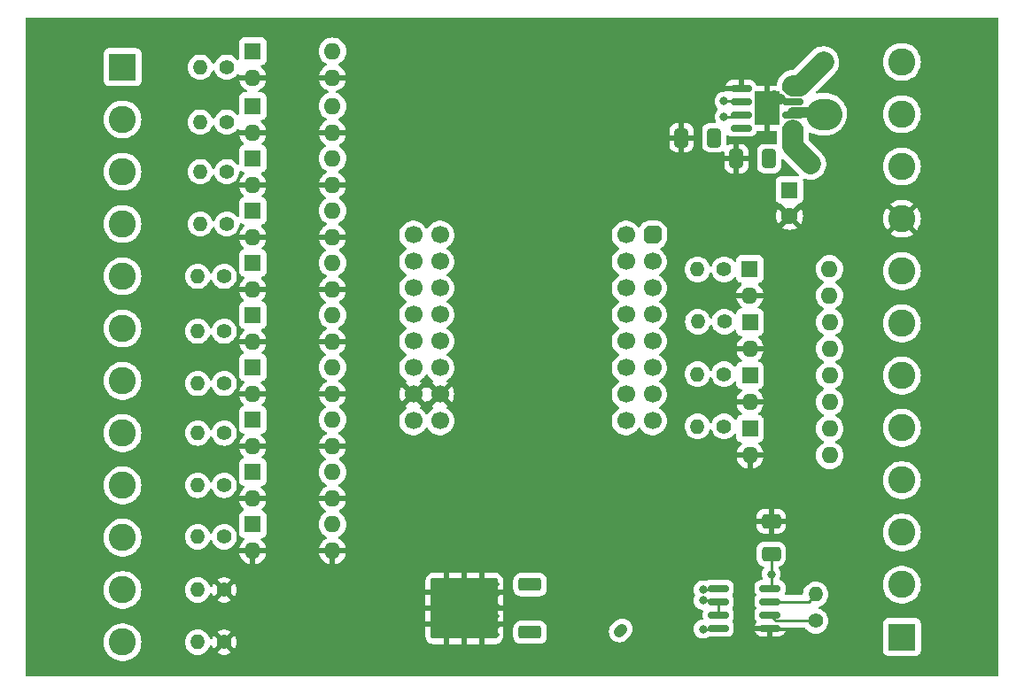
<source format=gbr>
%TF.GenerationSoftware,KiCad,Pcbnew,7.0.6*%
%TF.CreationDate,2023-09-04T23:14:40+02:00*%
%TF.ProjectId,ESP32RIO,45535033-3252-4494-9f2e-6b696361645f,rev?*%
%TF.SameCoordinates,Original*%
%TF.FileFunction,Copper,L1,Top*%
%TF.FilePolarity,Positive*%
%FSLAX46Y46*%
G04 Gerber Fmt 4.6, Leading zero omitted, Abs format (unit mm)*
G04 Created by KiCad (PCBNEW 7.0.6) date 2023-09-04 23:14:40*
%MOMM*%
%LPD*%
G01*
G04 APERTURE LIST*
G04 Aperture macros list*
%AMRoundRect*
0 Rectangle with rounded corners*
0 $1 Rounding radius*
0 $2 $3 $4 $5 $6 $7 $8 $9 X,Y pos of 4 corners*
0 Add a 4 corners polygon primitive as box body*
4,1,4,$2,$3,$4,$5,$6,$7,$8,$9,$2,$3,0*
0 Add four circle primitives for the rounded corners*
1,1,$1+$1,$2,$3*
1,1,$1+$1,$4,$5*
1,1,$1+$1,$6,$7*
1,1,$1+$1,$8,$9*
0 Add four rect primitives between the rounded corners*
20,1,$1+$1,$2,$3,$4,$5,0*
20,1,$1+$1,$4,$5,$6,$7,0*
20,1,$1+$1,$6,$7,$8,$9,0*
20,1,$1+$1,$8,$9,$2,$3,0*%
%AMFreePoly0*
4,1,19,-0.850000,0.255000,-0.829726,0.408997,-0.770285,0.552500,-0.675729,0.675729,-0.552500,0.770285,-0.408997,0.829726,-0.255000,0.850000,0.510000,0.850000,0.850000,0.510000,0.850000,-0.255000,0.829726,-0.408997,0.770285,-0.552500,0.675729,-0.675729,0.552500,-0.770285,0.408997,-0.829726,0.255000,-0.850000,-0.510000,-0.850000,-0.850000,-0.510000,-0.850000,0.255000,-0.850000,0.255000,
$1*%
G04 Aperture macros list end*
%TA.AperFunction,SMDPad,CuDef*%
%ADD10RoundRect,0.250000X0.850000X0.350000X-0.850000X0.350000X-0.850000X-0.350000X0.850000X-0.350000X0*%
%TD*%
%TA.AperFunction,SMDPad,CuDef*%
%ADD11RoundRect,0.249997X2.950003X2.650003X-2.950003X2.650003X-2.950003X-2.650003X2.950003X-2.650003X0*%
%TD*%
%TA.AperFunction,SMDPad,CuDef*%
%ADD12RoundRect,0.250000X1.275000X1.125000X-1.275000X1.125000X-1.275000X-1.125000X1.275000X-1.125000X0*%
%TD*%
%TA.AperFunction,ComponentPad*%
%ADD13C,1.600000*%
%TD*%
%TA.AperFunction,ComponentPad*%
%ADD14R,1.600000X1.600000*%
%TD*%
%TA.AperFunction,ComponentPad*%
%ADD15O,1.600000X1.600000*%
%TD*%
%TA.AperFunction,SMDPad,CuDef*%
%ADD16RoundRect,0.150000X-0.825000X-0.150000X0.825000X-0.150000X0.825000X0.150000X-0.825000X0.150000X0*%
%TD*%
%TA.AperFunction,SMDPad,CuDef*%
%ADD17R,2.410000X3.300000*%
%TD*%
%TA.AperFunction,ComponentPad*%
%ADD18C,1.400000*%
%TD*%
%TA.AperFunction,ComponentPad*%
%ADD19O,1.400000X1.400000*%
%TD*%
%TA.AperFunction,ComponentPad*%
%ADD20R,2.600000X2.600000*%
%TD*%
%TA.AperFunction,ComponentPad*%
%ADD21C,2.600000*%
%TD*%
%TA.AperFunction,SMDPad,CuDef*%
%ADD22RoundRect,0.250000X0.650000X-0.412500X0.650000X0.412500X-0.650000X0.412500X-0.650000X-0.412500X0*%
%TD*%
%TA.AperFunction,SMDPad,CuDef*%
%ADD23RoundRect,0.250000X0.412500X0.650000X-0.412500X0.650000X-0.412500X-0.650000X0.412500X-0.650000X0*%
%TD*%
%TA.AperFunction,SMDPad,CuDef*%
%ADD24RoundRect,0.250000X-0.412500X-0.650000X0.412500X-0.650000X0.412500X0.650000X-0.412500X0.650000X0*%
%TD*%
%TA.AperFunction,ComponentPad*%
%ADD25FreePoly0,180.000000*%
%TD*%
%TA.AperFunction,ComponentPad*%
%ADD26C,1.700000*%
%TD*%
%TA.AperFunction,ViaPad*%
%ADD27C,0.500000*%
%TD*%
%TA.AperFunction,ViaPad*%
%ADD28C,0.800000*%
%TD*%
%TA.AperFunction,Conductor*%
%ADD29C,1.000000*%
%TD*%
%TA.AperFunction,Conductor*%
%ADD30C,0.250000*%
%TD*%
%TA.AperFunction,Conductor*%
%ADD31C,3.000000*%
%TD*%
%TA.AperFunction,Conductor*%
%ADD32C,2.000000*%
%TD*%
G04 APERTURE END LIST*
D10*
%TO.P,U15,1,IN*%
%TO.N,+24V*%
X148465000Y-111805000D03*
%TO.P,U15,3,OUT*%
%TO.N,Net-(U11-VBUS)*%
X148465000Y-107245000D03*
D11*
%TO.P,U15,2,GND*%
%TO.N,GND*%
X142165000Y-109525000D03*
D12*
X140490000Y-108000000D03*
X143840000Y-111050000D03*
X140490000Y-111050000D03*
X143840000Y-108000000D03*
%TD*%
D13*
%TO.P,C4,2*%
%TO.N,GND*%
X173250000Y-72000000D03*
D14*
%TO.P,C4,1*%
%TO.N,Net-(J1-Pin_10)*%
X173250000Y-69500000D03*
%TD*%
%TO.P,U8,1*%
%TO.N,Net-(R8-Pad1)*%
X121950000Y-91475000D03*
D15*
%TO.P,U8,2*%
%TO.N,GND*%
X121950000Y-94015000D03*
%TO.P,U8,3*%
X129570000Y-94015000D03*
%TO.P,U8,4*%
%TO.N,Net-(U11-GPIO33)*%
X129570000Y-91475000D03*
%TD*%
D16*
%TO.P,U21,1,GND*%
%TO.N,GND*%
X168625000Y-59770000D03*
%TO.P,U21,2,IN2*%
%TO.N,Net-(U11-GPIO2)*%
X168625000Y-61040000D03*
%TO.P,U21,3,IN1*%
%TO.N,Net-(U11-GPIO3)*%
X168625000Y-62310000D03*
%TO.P,U21,4,VREF*%
%TO.N,Net-(U11-3V3)*%
X168625000Y-63580000D03*
%TO.P,U21,5,VM*%
%TO.N,Net-(J1-Pin_10)*%
X173575000Y-63580000D03*
%TO.P,U21,6,OUT1*%
%TO.N,Net-(J1-Pin_11)*%
X173575000Y-62310000D03*
%TO.P,U21,7,RS*%
%TO.N,GND*%
X173575000Y-61040000D03*
%TO.P,U21,8,OUT2*%
%TO.N,Net-(J1-Pin_12)*%
X173575000Y-59770000D03*
D17*
%TO.P,U21,9,PAD*%
%TO.N,GND*%
X171100000Y-61675000D03*
%TD*%
D14*
%TO.P,U4,1*%
%TO.N,Net-(R4-Pad1)*%
X121950000Y-71475000D03*
D15*
%TO.P,U4,2*%
%TO.N,GND*%
X121950000Y-74015000D03*
%TO.P,U4,3*%
X129570000Y-74015000D03*
%TO.P,U4,4*%
%TO.N,Net-(U11-GPIO37)*%
X129570000Y-71475000D03*
%TD*%
D18*
%TO.P,R7,1*%
%TO.N,Net-(R7-Pad1)*%
X119220000Y-88000000D03*
D19*
%TO.P,R7,2*%
%TO.N,Net-(J2-Pin_7)*%
X116680000Y-88000000D03*
%TD*%
D18*
%TO.P,R3,1*%
%TO.N,Net-(R3-Pad1)*%
X119470000Y-67750000D03*
D19*
%TO.P,R3,2*%
%TO.N,Net-(J2-Pin_3)*%
X116930000Y-67750000D03*
%TD*%
D14*
%TO.P,U1,1*%
%TO.N,Net-(R1-Pad1)*%
X121950000Y-56225000D03*
D15*
%TO.P,U1,2*%
%TO.N,GND*%
X121950000Y-58765000D03*
%TO.P,U1,3*%
X129570000Y-58765000D03*
%TO.P,U1,4*%
%TO.N,Net-(U11-GPIO40)*%
X129570000Y-56225000D03*
%TD*%
D18*
%TO.P,R11,1*%
%TO.N,Net-(R11-Pad1)*%
X167002032Y-77102460D03*
D19*
%TO.P,R11,2*%
%TO.N,Net-(U11-GPIO8)*%
X164462032Y-77102460D03*
%TD*%
D14*
%TO.P,U10,1*%
%TO.N,Net-(R10-Pad1)*%
X121950000Y-101475000D03*
D15*
%TO.P,U10,2*%
%TO.N,GND*%
X121950000Y-104015000D03*
%TO.P,U10,3*%
X129570000Y-104015000D03*
%TO.P,U10,4*%
%TO.N,Net-(U11-GPIO18)*%
X129570000Y-101475000D03*
%TD*%
D14*
%TO.P,U14,1*%
%TO.N,Net-(R13-Pad1)*%
X169482032Y-87234126D03*
D15*
%TO.P,U14,2*%
%TO.N,GND*%
X169482032Y-89774126D03*
%TO.P,U14,3*%
%TO.N,Net-(J1-Pin_4)*%
X177102032Y-89774126D03*
%TO.P,U14,4*%
%TO.N,Net-(J1-Pin_6)*%
X177102032Y-87234126D03*
%TD*%
D14*
%TO.P,U16,1*%
%TO.N,Net-(R14-Pad1)*%
X169482032Y-92327459D03*
D15*
%TO.P,U16,2*%
%TO.N,GND*%
X169482032Y-94867459D03*
%TO.P,U16,3*%
%TO.N,Net-(J1-Pin_4)*%
X177102032Y-94867459D03*
%TO.P,U16,4*%
%TO.N,Net-(J1-Pin_5)*%
X177102032Y-92327459D03*
%TD*%
D18*
%TO.P,R13,1*%
%TO.N,Net-(R13-Pad1)*%
X167002032Y-87102460D03*
D19*
%TO.P,R13,2*%
%TO.N,Net-(U11-GPIO10)*%
X164462032Y-87102460D03*
%TD*%
D18*
%TO.P,R15,1*%
%TO.N,Net-(J1-Pin_1)*%
X175750000Y-110720000D03*
D19*
%TO.P,R15,2*%
%TO.N,Net-(J1-Pin_2)*%
X175750000Y-108180000D03*
%TD*%
D18*
%TO.P,R6,1*%
%TO.N,Net-(R6-Pad1)*%
X119220000Y-83000000D03*
D19*
%TO.P,R6,2*%
%TO.N,Net-(J2-Pin_6)*%
X116680000Y-83000000D03*
%TD*%
D14*
%TO.P,U9,1*%
%TO.N,Net-(R9-Pad1)*%
X121950000Y-96475000D03*
D15*
%TO.P,U9,2*%
%TO.N,GND*%
X121950000Y-99015000D03*
%TO.P,U9,3*%
X129570000Y-99015000D03*
%TO.P,U9,4*%
%TO.N,Net-(U11-GPIO21)*%
X129570000Y-96475000D03*
%TD*%
D18*
%TO.P,R4,1*%
%TO.N,Net-(R4-Pad1)*%
X119470000Y-72750000D03*
D19*
%TO.P,R4,2*%
%TO.N,Net-(J2-Pin_4)*%
X116930000Y-72750000D03*
%TD*%
D18*
%TO.P,R12,1*%
%TO.N,Net-(R12-Pad1)*%
X167032032Y-82102460D03*
D19*
%TO.P,R12,2*%
%TO.N,Net-(U11-GPIO9)*%
X164492032Y-82102460D03*
%TD*%
D18*
%TO.P,R9,1*%
%TO.N,Net-(R9-Pad1)*%
X119220000Y-97750000D03*
D19*
%TO.P,R9,2*%
%TO.N,Net-(J2-Pin_9)*%
X116680000Y-97750000D03*
%TD*%
D18*
%TO.P,R1,1*%
%TO.N,Net-(R1-Pad1)*%
X119470000Y-57750000D03*
D19*
%TO.P,R1,2*%
%TO.N,Net-(J2-Pin_1)*%
X116930000Y-57750000D03*
%TD*%
D18*
%TO.P,R10,1*%
%TO.N,Net-(R10-Pad1)*%
X119220000Y-102669888D03*
D19*
%TO.P,R10,2*%
%TO.N,Net-(J2-Pin_10)*%
X116680000Y-102669888D03*
%TD*%
D18*
%TO.P,R8,1*%
%TO.N,Net-(R8-Pad1)*%
X119220000Y-92750000D03*
D19*
%TO.P,R8,2*%
%TO.N,Net-(J2-Pin_8)*%
X116680000Y-92750000D03*
%TD*%
D14*
%TO.P,U12,1*%
%TO.N,Net-(R11-Pad1)*%
X169462032Y-77047460D03*
D15*
%TO.P,U12,2*%
%TO.N,GND*%
X169462032Y-79587460D03*
%TO.P,U12,3*%
%TO.N,Net-(J1-Pin_4)*%
X177082032Y-79587460D03*
%TO.P,U12,4*%
%TO.N,Net-(J1-Pin_8)*%
X177082032Y-77047460D03*
%TD*%
D20*
%TO.P,J1,1,Pin_1*%
%TO.N,Net-(J1-Pin_1)*%
X184000000Y-112250000D03*
D21*
%TO.P,J1,2,Pin_2*%
%TO.N,Net-(J1-Pin_2)*%
X184000000Y-107250000D03*
%TO.P,J1,3,Pin_3*%
%TO.N,+24V*%
X184000000Y-102250000D03*
%TO.P,J1,4,Pin_4*%
%TO.N,Net-(J1-Pin_4)*%
X184000000Y-97250000D03*
%TO.P,J1,5,Pin_5*%
%TO.N,Net-(J1-Pin_5)*%
X184000000Y-92250000D03*
%TO.P,J1,6,Pin_6*%
%TO.N,Net-(J1-Pin_6)*%
X184000000Y-87250000D03*
%TO.P,J1,7,Pin_7*%
%TO.N,Net-(J1-Pin_7)*%
X184000000Y-82250000D03*
%TO.P,J1,8,Pin_8*%
%TO.N,Net-(J1-Pin_8)*%
X184000000Y-77250000D03*
%TO.P,J1,9,Pin_9*%
%TO.N,GND*%
X184000000Y-72250000D03*
%TO.P,J1,10,Pin_10*%
%TO.N,Net-(J1-Pin_10)*%
X184000000Y-67250000D03*
%TO.P,J1,11,Pin_11*%
%TO.N,Net-(J1-Pin_11)*%
X184000000Y-62250000D03*
%TO.P,J1,12,Pin_12*%
%TO.N,Net-(J1-Pin_12)*%
X184000000Y-57250000D03*
%TD*%
D18*
%TO.P,R17,1*%
%TO.N,GND*%
X119220000Y-107750000D03*
D19*
%TO.P,R17,2*%
%TO.N,Net-(J2-Pin_11)*%
X116680000Y-107750000D03*
%TD*%
D22*
%TO.P,C1,1,1*%
%TO.N,Net-(U11-3V3)*%
X171500000Y-104312500D03*
%TO.P,C1,2,2*%
%TO.N,GND*%
X171500000Y-101187500D03*
%TD*%
D18*
%TO.P,R2,1*%
%TO.N,Net-(R2-Pad1)*%
X119470000Y-63000000D03*
D19*
%TO.P,R2,2*%
%TO.N,Net-(J2-Pin_2)*%
X116930000Y-63000000D03*
%TD*%
D18*
%TO.P,R16,1*%
%TO.N,GND*%
X119220000Y-112750000D03*
D19*
%TO.P,R16,2*%
%TO.N,Net-(J2-Pin_12)*%
X116680000Y-112750000D03*
%TD*%
D14*
%TO.P,U3,1*%
%TO.N,Net-(R3-Pad1)*%
X121950000Y-66475000D03*
D15*
%TO.P,U3,2*%
%TO.N,GND*%
X121950000Y-69015000D03*
%TO.P,U3,3*%
X129570000Y-69015000D03*
%TO.P,U3,4*%
%TO.N,Net-(U11-GPIO38)*%
X129570000Y-66475000D03*
%TD*%
D23*
%TO.P,C3,1,1*%
%TO.N,Net-(U11-3V3)*%
X166062500Y-64500000D03*
%TO.P,C3,2,2*%
%TO.N,GND*%
X162937500Y-64500000D03*
%TD*%
D14*
%TO.P,U13,1*%
%TO.N,Net-(R12-Pad1)*%
X169482032Y-82140793D03*
D15*
%TO.P,U13,2*%
%TO.N,GND*%
X169482032Y-84680793D03*
%TO.P,U13,3*%
%TO.N,Net-(J1-Pin_4)*%
X177102032Y-84680793D03*
%TO.P,U13,4*%
%TO.N,Net-(J1-Pin_7)*%
X177102032Y-82140793D03*
%TD*%
D14*
%TO.P,U7,1*%
%TO.N,Net-(R7-Pad1)*%
X121950000Y-86475000D03*
D15*
%TO.P,U7,2*%
%TO.N,GND*%
X121950000Y-89015000D03*
%TO.P,U7,3*%
X129570000Y-89015000D03*
%TO.P,U7,4*%
%TO.N,Net-(U11-GPIO34)*%
X129570000Y-86475000D03*
%TD*%
D18*
%TO.P,R5,1*%
%TO.N,Net-(R5-Pad1)*%
X119220000Y-77750000D03*
D19*
%TO.P,R5,2*%
%TO.N,Net-(J2-Pin_5)*%
X116680000Y-77750000D03*
%TD*%
D14*
%TO.P,U5,1*%
%TO.N,Net-(R5-Pad1)*%
X121950000Y-76475000D03*
D15*
%TO.P,U5,2*%
%TO.N,GND*%
X121950000Y-79015000D03*
%TO.P,U5,3*%
X129570000Y-79015000D03*
%TO.P,U5,4*%
%TO.N,Net-(U11-GPIO36)*%
X129570000Y-76475000D03*
%TD*%
D16*
%TO.P,U22,1,RO*%
%TO.N,/TX-O*%
X166455000Y-107595000D03*
%TO.P,U22,2,~{RE}*%
%TO.N,/RTS*%
X166455000Y-108865000D03*
%TO.P,U22,3,DE*%
X166455000Y-110135000D03*
%TO.P,U22,4,DI*%
%TO.N,/RX-I*%
X166455000Y-111405000D03*
%TO.P,U22,5,GND*%
%TO.N,GND*%
X171405000Y-111405000D03*
%TO.P,U22,6,A*%
%TO.N,Net-(J1-Pin_1)*%
X171405000Y-110135000D03*
%TO.P,U22,7,B*%
%TO.N,Net-(J1-Pin_2)*%
X171405000Y-108865000D03*
%TO.P,U22,8,VCC*%
%TO.N,Net-(U11-3V3)*%
X171405000Y-107595000D03*
%TD*%
D14*
%TO.P,U6,1*%
%TO.N,Net-(R6-Pad1)*%
X121950000Y-81475000D03*
D15*
%TO.P,U6,2*%
%TO.N,GND*%
X121950000Y-84015000D03*
%TO.P,U6,3*%
X129570000Y-84015000D03*
%TO.P,U6,4*%
%TO.N,Net-(U11-GPIO35)*%
X129570000Y-81475000D03*
%TD*%
D24*
%TO.P,C2,1,1*%
%TO.N,GND*%
X168187500Y-66500000D03*
%TO.P,C2,2,2*%
%TO.N,Net-(J1-Pin_10)*%
X171312500Y-66500000D03*
%TD*%
D18*
%TO.P,R14,1*%
%TO.N,Net-(R14-Pad1)*%
X167002032Y-92102460D03*
D19*
%TO.P,R14,2*%
%TO.N,Net-(U11-GPIO11)*%
X164462032Y-92102460D03*
%TD*%
D14*
%TO.P,U2,1*%
%TO.N,Net-(R2-Pad1)*%
X121950000Y-61475000D03*
D15*
%TO.P,U2,2*%
%TO.N,GND*%
X121950000Y-64015000D03*
%TO.P,U2,3*%
X129570000Y-64015000D03*
%TO.P,U2,4*%
%TO.N,Net-(U11-GPIO39)*%
X129570000Y-61475000D03*
%TD*%
D20*
%TO.P,J2,1,Pin_1*%
%TO.N,Net-(J2-Pin_1)*%
X109500000Y-57750000D03*
D21*
%TO.P,J2,2,Pin_2*%
%TO.N,Net-(J2-Pin_2)*%
X109500000Y-62750000D03*
%TO.P,J2,3,Pin_3*%
%TO.N,Net-(J2-Pin_3)*%
X109500000Y-67750000D03*
%TO.P,J2,4,Pin_4*%
%TO.N,Net-(J2-Pin_4)*%
X109500000Y-72750000D03*
%TO.P,J2,5,Pin_5*%
%TO.N,Net-(J2-Pin_5)*%
X109500000Y-77750000D03*
%TO.P,J2,6,Pin_6*%
%TO.N,Net-(J2-Pin_6)*%
X109500000Y-82750000D03*
%TO.P,J2,7,Pin_7*%
%TO.N,Net-(J2-Pin_7)*%
X109500000Y-87750000D03*
%TO.P,J2,8,Pin_8*%
%TO.N,Net-(J2-Pin_8)*%
X109500000Y-92750000D03*
%TO.P,J2,9,Pin_9*%
%TO.N,Net-(J2-Pin_9)*%
X109500000Y-97750000D03*
%TO.P,J2,10,Pin_10*%
%TO.N,Net-(J2-Pin_10)*%
X109500000Y-102750000D03*
%TO.P,J2,11,Pin_11*%
%TO.N,Net-(J2-Pin_11)*%
X109500000Y-107750000D03*
%TO.P,J2,12,Pin_12*%
%TO.N,Net-(J2-Pin_12)*%
X109500000Y-112750000D03*
%TD*%
D25*
%TO.P,U11,1,EN*%
%TO.N,unconnected-(U11-EN-Pad1)*%
X160162500Y-73805000D03*
D26*
%TO.P,U11,2,GPIO3*%
%TO.N,Net-(U11-GPIO3)*%
X160162500Y-76345000D03*
%TO.P,U11,3,GPIO5*%
%TO.N,unconnected-(U11-GPIO5-Pad3)*%
X160162500Y-78885000D03*
%TO.P,U11,4,GPIO7*%
%TO.N,unconnected-(U11-GPIO7-Pad4)*%
X160162500Y-81425000D03*
%TO.P,U11,5,GPIO9*%
%TO.N,Net-(U11-GPIO9)*%
X160162500Y-83965000D03*
%TO.P,U11,6,GPIO11*%
%TO.N,Net-(U11-GPIO11)*%
X160162500Y-86505000D03*
%TO.P,U11,7,GPIO12*%
%TO.N,/RX-I*%
X160162500Y-89045000D03*
%TO.P,U11,8,3V3*%
%TO.N,Net-(U11-3V3)*%
X160162500Y-91585000D03*
%TO.P,U11,9,VBUS*%
%TO.N,Net-(U11-VBUS)*%
X137302500Y-91585000D03*
%TO.P,U11,10,GND*%
%TO.N,GND*%
X137302500Y-89045000D03*
%TO.P,U11,11,GPIO16*%
%TO.N,Net-(J2-Pin_11)*%
X137302500Y-86505000D03*
%TO.P,U11,12,GPIO18*%
%TO.N,Net-(U11-GPIO18)*%
X137302500Y-83965000D03*
%TO.P,U11,13,GPIO33*%
%TO.N,Net-(U11-GPIO33)*%
X137302500Y-81425000D03*
%TO.P,U11,14,GPIO35*%
%TO.N,Net-(U11-GPIO35)*%
X137302500Y-78885000D03*
%TO.P,U11,15,GPIO37*%
%TO.N,Net-(U11-GPIO37)*%
X137302500Y-76345000D03*
%TO.P,U11,16,GPIO39*%
%TO.N,Net-(U11-GPIO39)*%
X137302500Y-73805000D03*
%TO.P,U11,17,GPIO1*%
%TO.N,unconnected-(U11-GPIO1-Pad17)*%
X157622500Y-73805000D03*
%TO.P,U11,18,GPIO2*%
%TO.N,Net-(U11-GPIO2)*%
X157622500Y-76345000D03*
%TO.P,U11,19,GPIO4*%
%TO.N,unconnected-(U11-GPIO4-Pad19)*%
X157622500Y-78885000D03*
%TO.P,U11,20,GPIO6*%
%TO.N,unconnected-(U11-GPIO6-Pad20)*%
X157622500Y-81425000D03*
%TO.P,U11,21,GPIO8*%
%TO.N,Net-(U11-GPIO8)*%
X157622500Y-83965000D03*
%TO.P,U11,22,GPIO10*%
%TO.N,Net-(U11-GPIO10)*%
X157622500Y-86505000D03*
%TO.P,U11,23,GPIO13*%
%TO.N,/RTS*%
X157622500Y-89045000D03*
%TO.P,U11,24,GPIO14*%
%TO.N,/TX-O*%
X157622500Y-91585000D03*
%TO.P,U11,25,GPIO15*%
%TO.N,unconnected-(U11-GPIO15-Pad25)*%
X139842500Y-91585000D03*
%TO.P,U11,26,GND*%
%TO.N,GND*%
X139842500Y-89045000D03*
%TO.P,U11,27,GPIO17*%
%TO.N,Net-(J2-Pin_12)*%
X139842500Y-86505000D03*
%TO.P,U11,28,GPIO21*%
%TO.N,Net-(U11-GPIO21)*%
X139842500Y-83965000D03*
%TO.P,U11,29,GPIO34*%
%TO.N,Net-(U11-GPIO34)*%
X139842500Y-81425000D03*
%TO.P,U11,30,GPIO36*%
%TO.N,Net-(U11-GPIO36)*%
X139842500Y-78885000D03*
%TO.P,U11,31,GPIO38*%
%TO.N,Net-(U11-GPIO38)*%
X139842500Y-76345000D03*
%TO.P,U11,32,GPIO40*%
%TO.N,Net-(U11-GPIO40)*%
X139842500Y-73805000D03*
%TD*%
D27*
%TO.N,GND*%
X141250000Y-112000000D03*
X140250000Y-112000000D03*
X144250000Y-110250000D03*
X170250000Y-60500000D03*
X145250000Y-109250000D03*
X171000000Y-62750000D03*
X144250000Y-109250000D03*
X142250000Y-107250000D03*
X143250000Y-112000000D03*
X139250000Y-110250000D03*
X139250000Y-112000000D03*
X141250000Y-110250000D03*
X139250000Y-107250000D03*
X140250000Y-110250000D03*
X144250000Y-108250000D03*
X171000000Y-60500000D03*
X171750000Y-60500000D03*
X145250000Y-108250000D03*
X171750000Y-62750000D03*
X140250000Y-108250000D03*
X139250000Y-108250000D03*
X140250000Y-107250000D03*
X142250000Y-108250000D03*
X139250000Y-111000000D03*
X170250000Y-62000000D03*
X141250000Y-111000000D03*
X141250000Y-108250000D03*
X171750000Y-61250000D03*
X170250000Y-61250000D03*
X144250000Y-112000000D03*
X144250000Y-107250000D03*
X143250000Y-108250000D03*
X142250000Y-111000000D03*
X142250000Y-110250000D03*
X145250000Y-107250000D03*
X145250000Y-111250000D03*
X170250000Y-62750000D03*
X171000000Y-61250000D03*
X143250000Y-110250000D03*
X145250000Y-112000000D03*
X140250000Y-109250000D03*
X141250000Y-107250000D03*
X143250000Y-109250000D03*
X143250000Y-111250000D03*
X140250000Y-111000000D03*
X171750000Y-62000000D03*
X144250000Y-111250000D03*
X145250000Y-110250000D03*
X171000000Y-62000000D03*
X143250000Y-107250000D03*
X141250000Y-109250000D03*
X139250000Y-109250000D03*
X142250000Y-112000000D03*
X142250000Y-109250000D03*
D28*
%TO.N,/TX-O*%
X165000000Y-107750000D03*
%TO.N,/RTS*%
X165000000Y-108750000D03*
%TO.N,/RX-I*%
X165000000Y-111500000D03*
D27*
%TO.N,Net-(J1-Pin_11)*%
X176500000Y-62250000D03*
X177250000Y-62250000D03*
X176000000Y-62750000D03*
X176500000Y-61500000D03*
X177000000Y-61750000D03*
X175750000Y-62250000D03*
X176000000Y-61750000D03*
X176500000Y-63000000D03*
X177000000Y-62750000D03*
%TO.N,Net-(J1-Pin_12)*%
X177250000Y-57250000D03*
X176000000Y-57750000D03*
X176000000Y-56750000D03*
X176500000Y-58000000D03*
X177000000Y-57750000D03*
X176500000Y-56500000D03*
X175750000Y-57250000D03*
X177000000Y-56750000D03*
X176500000Y-57250000D03*
D28*
%TO.N,+24V*%
X148500000Y-111750000D03*
D27*
%TO.N,Net-(J1-Pin_10)*%
X174500000Y-67000000D03*
X174750000Y-67500000D03*
X176000000Y-67000000D03*
X175750000Y-66500000D03*
X175750000Y-67500000D03*
X174750000Y-66500000D03*
X175250000Y-67000000D03*
X175250000Y-67750000D03*
X175250000Y-66250000D03*
D28*
%TO.N,Net-(U11-3V3)*%
X171500000Y-106250000D03*
%TO.N,Net-(U11-VBUS)*%
X148500000Y-107250000D03*
%TO.N,Net-(U11-GPIO3)*%
X167000000Y-62500000D03*
%TO.N,Net-(U11-GPIO2)*%
X167000000Y-61000000D03*
%TD*%
D29*
%TO.N,GND*%
X172020000Y-60770000D02*
X172400837Y-60770000D01*
X171750000Y-60500000D02*
X172020000Y-60770000D01*
D30*
%TO.N,/TX-O*%
X166300000Y-107750000D02*
X166455000Y-107595000D01*
X165000000Y-107750000D02*
X166300000Y-107750000D01*
%TO.N,/RTS*%
X165000000Y-108750000D02*
X166340000Y-108750000D01*
X166455000Y-108865000D02*
X166455000Y-110135000D01*
X166340000Y-108750000D02*
X166455000Y-108865000D01*
%TO.N,/RX-I*%
X165000000Y-111500000D02*
X166360000Y-111500000D01*
X166360000Y-111500000D02*
X166455000Y-111405000D01*
D31*
%TO.N,Net-(J1-Pin_11)*%
X176750000Y-62250000D02*
X176250000Y-62250000D01*
D29*
X176110000Y-62110000D02*
X173575000Y-62110000D01*
X176250000Y-62250000D02*
X176110000Y-62110000D01*
D32*
%TO.N,Net-(J1-Pin_12)*%
X176500000Y-57250000D02*
X174210000Y-59540000D01*
X174210000Y-59540000D02*
X173575000Y-59540000D01*
D30*
%TO.N,Net-(J1-Pin_1)*%
X171405000Y-110135000D02*
X171990000Y-110720000D01*
X171990000Y-110720000D02*
X175750000Y-110720000D01*
%TO.N,Net-(J1-Pin_2)*%
X171405000Y-108865000D02*
X175065000Y-108865000D01*
X175065000Y-108865000D02*
X175750000Y-108180000D01*
D29*
%TO.N,+24V*%
X157250000Y-111500000D02*
X157000000Y-111750000D01*
D32*
%TO.N,Net-(J1-Pin_10)*%
X175250000Y-67000000D02*
X173575000Y-65325000D01*
X173575000Y-65325000D02*
X173575000Y-63810000D01*
D30*
%TO.N,Net-(U11-3V3)*%
X171500000Y-107500000D02*
X171405000Y-107595000D01*
X171500000Y-106250000D02*
X171500000Y-104312500D01*
X171500000Y-106250000D02*
X171500000Y-107500000D01*
%TO.N,Net-(U11-GPIO3)*%
X168435000Y-62500000D02*
X168625000Y-62310000D01*
X167000000Y-62500000D02*
X168435000Y-62500000D01*
%TO.N,Net-(U11-GPIO2)*%
X167000000Y-61000000D02*
X168585000Y-61000000D01*
X168585000Y-61000000D02*
X168625000Y-61040000D01*
%TD*%
%TA.AperFunction,Conductor*%
%TO.N,GND*%
G36*
X139383007Y-89254844D02*
G01*
X139460739Y-89375798D01*
X139569400Y-89469952D01*
X139700185Y-89529680D01*
X139709966Y-89531086D01*
X139081125Y-90159925D01*
X139152301Y-90209763D01*
X139195926Y-90264340D01*
X139203120Y-90333838D01*
X139171597Y-90396193D01*
X139140197Y-90420392D01*
X139096927Y-90443809D01*
X139096922Y-90443812D01*
X138919261Y-90582092D01*
X138919256Y-90582097D01*
X138766784Y-90747723D01*
X138766776Y-90747734D01*
X138676308Y-90886206D01*
X138623162Y-90931562D01*
X138553931Y-90940986D01*
X138490595Y-90911484D01*
X138468692Y-90886206D01*
X138399512Y-90780319D01*
X138378222Y-90747732D01*
X138378219Y-90747729D01*
X138378215Y-90747723D01*
X138225743Y-90582097D01*
X138225738Y-90582092D01*
X138048077Y-90443812D01*
X138048077Y-90443811D01*
X138004803Y-90420393D01*
X137955213Y-90371173D01*
X137940105Y-90302957D01*
X137964275Y-90237401D01*
X137992698Y-90209763D01*
X138063873Y-90159925D01*
X137435033Y-89531086D01*
X137444815Y-89529680D01*
X137575600Y-89469952D01*
X137684261Y-89375798D01*
X137761993Y-89254844D01*
X137785576Y-89174524D01*
X138417425Y-89806373D01*
X138470925Y-89729968D01*
X138525502Y-89686344D01*
X138595001Y-89679151D01*
X138657355Y-89710673D01*
X138674076Y-89729969D01*
X138727573Y-89806372D01*
X139359422Y-89174523D01*
X139383007Y-89254844D01*
G37*
%TD.AperFunction*%
%TA.AperFunction,Conductor*%
G36*
X138654405Y-87178515D02*
G01*
X138676304Y-87203787D01*
X138766778Y-87342268D01*
X138766783Y-87342273D01*
X138766784Y-87342276D01*
X138894673Y-87481198D01*
X138919260Y-87507906D01*
X139096924Y-87646189D01*
X139123962Y-87660821D01*
X139140195Y-87669606D01*
X139189786Y-87718825D01*
X139204894Y-87787042D01*
X139180724Y-87852597D01*
X139152301Y-87880236D01*
X139081126Y-87930072D01*
X139081125Y-87930073D01*
X139709966Y-88558913D01*
X139700185Y-88560320D01*
X139569400Y-88620048D01*
X139460739Y-88714202D01*
X139383007Y-88835156D01*
X139359423Y-88915474D01*
X138727573Y-88283625D01*
X138727572Y-88283626D01*
X138674074Y-88360030D01*
X138619498Y-88403655D01*
X138549999Y-88410849D01*
X138487644Y-88379326D01*
X138470924Y-88360030D01*
X138417425Y-88283626D01*
X138417425Y-88283625D01*
X137785576Y-88915475D01*
X137761993Y-88835156D01*
X137684261Y-88714202D01*
X137575600Y-88620048D01*
X137444815Y-88560320D01*
X137435033Y-88558913D01*
X138063873Y-87930073D01*
X138063873Y-87930072D01*
X137992699Y-87880236D01*
X137949074Y-87825659D01*
X137941880Y-87756161D01*
X137973403Y-87693806D01*
X138004805Y-87669606D01*
X138021038Y-87660821D01*
X138048076Y-87646189D01*
X138225740Y-87507906D01*
X138331113Y-87393442D01*
X138378215Y-87342276D01*
X138378215Y-87342275D01*
X138378222Y-87342268D01*
X138468693Y-87203790D01*
X138521838Y-87158437D01*
X138591069Y-87149013D01*
X138654405Y-87178515D01*
G37*
%TD.AperFunction*%
%TA.AperFunction,Conductor*%
G36*
X193193039Y-53019685D02*
G01*
X193238794Y-53072489D01*
X193250000Y-53124000D01*
X193250000Y-115876000D01*
X193230315Y-115943039D01*
X193177511Y-115988794D01*
X193126000Y-116000000D01*
X100374000Y-116000000D01*
X100306961Y-115980315D01*
X100261206Y-115927511D01*
X100250000Y-115876000D01*
X100250000Y-112750004D01*
X107686429Y-112750004D01*
X107706683Y-113020289D01*
X107706684Y-113020294D01*
X107766997Y-113284545D01*
X107766999Y-113284554D01*
X107767001Y-113284559D01*
X107866029Y-113536879D01*
X108001557Y-113771621D01*
X108170558Y-113983542D01*
X108369257Y-114167907D01*
X108593215Y-114320599D01*
X108837428Y-114438206D01*
X109096442Y-114518101D01*
X109096443Y-114518101D01*
X109096446Y-114518102D01*
X109364464Y-114558499D01*
X109364469Y-114558499D01*
X109364472Y-114558500D01*
X109364473Y-114558500D01*
X109635527Y-114558500D01*
X109635528Y-114558500D01*
X109635535Y-114558499D01*
X109903553Y-114518102D01*
X109903554Y-114518101D01*
X109903558Y-114518101D01*
X110162572Y-114438206D01*
X110406786Y-114320599D01*
X110630743Y-114167907D01*
X110829442Y-113983542D01*
X110998443Y-113771621D01*
X111133971Y-113536879D01*
X111232999Y-113284559D01*
X111293315Y-113020299D01*
X111296977Y-112971439D01*
X111313571Y-112750004D01*
X111313571Y-112750001D01*
X115466884Y-112750001D01*
X115485313Y-112960649D01*
X115485315Y-112960660D01*
X115540041Y-113164902D01*
X115540043Y-113164906D01*
X115540044Y-113164910D01*
X115595831Y-113284545D01*
X115629410Y-113356556D01*
X115629411Y-113356558D01*
X115750700Y-113529778D01*
X115900221Y-113679299D01*
X115900224Y-113679301D01*
X116073442Y-113800589D01*
X116265090Y-113889956D01*
X116469345Y-113944686D01*
X116619812Y-113957850D01*
X116679998Y-113963116D01*
X116680000Y-113963116D01*
X116680002Y-113963116D01*
X116732663Y-113958508D01*
X116890655Y-113944686D01*
X117094910Y-113889956D01*
X117286558Y-113800589D01*
X117348981Y-113756880D01*
X118566672Y-113756880D01*
X118682821Y-113828797D01*
X118682822Y-113828798D01*
X118890195Y-113909134D01*
X119108807Y-113950000D01*
X119331193Y-113950000D01*
X119549809Y-113909133D01*
X119757168Y-113828801D01*
X119757181Y-113828795D01*
X119873326Y-113756879D01*
X119715101Y-113598654D01*
X182191500Y-113598654D01*
X182198011Y-113659202D01*
X182198011Y-113659204D01*
X182239942Y-113771621D01*
X182249111Y-113796204D01*
X182336739Y-113913261D01*
X182453796Y-114000889D01*
X182590799Y-114051989D01*
X182618050Y-114054918D01*
X182651345Y-114058499D01*
X182651362Y-114058500D01*
X185348638Y-114058500D01*
X185348654Y-114058499D01*
X185375692Y-114055591D01*
X185409201Y-114051989D01*
X185546204Y-114000889D01*
X185663261Y-113913261D01*
X185750889Y-113796204D01*
X185801989Y-113659201D01*
X185805591Y-113625692D01*
X185808499Y-113598654D01*
X185808500Y-113598637D01*
X185808500Y-110901362D01*
X185808499Y-110901345D01*
X185803620Y-110855970D01*
X185801989Y-110840799D01*
X185794654Y-110821134D01*
X185768813Y-110751852D01*
X185750889Y-110703796D01*
X185663261Y-110586739D01*
X185546204Y-110499111D01*
X185512715Y-110486620D01*
X185409203Y-110448011D01*
X185348654Y-110441500D01*
X185348638Y-110441500D01*
X182651362Y-110441500D01*
X182651345Y-110441500D01*
X182590797Y-110448011D01*
X182590795Y-110448011D01*
X182453795Y-110499111D01*
X182336739Y-110586739D01*
X182249111Y-110703795D01*
X182198011Y-110840795D01*
X182198011Y-110840797D01*
X182191500Y-110901345D01*
X182191500Y-113598654D01*
X119715101Y-113598654D01*
X119220001Y-113103553D01*
X119220000Y-113103553D01*
X118566672Y-113756879D01*
X118566672Y-113756880D01*
X117348981Y-113756880D01*
X117459776Y-113679301D01*
X117609301Y-113529776D01*
X117730589Y-113356558D01*
X117819956Y-113164910D01*
X117834944Y-113108973D01*
X117871309Y-113049314D01*
X117934155Y-113018784D01*
X118003531Y-113027078D01*
X118057409Y-113071563D01*
X118073986Y-113107134D01*
X118096239Y-113185349D01*
X118195369Y-113384428D01*
X118211137Y-113405308D01*
X118211138Y-113405308D01*
X118837145Y-112779302D01*
X118866372Y-112779302D01*
X118895047Y-112892538D01*
X118958936Y-112990327D01*
X119051115Y-113062072D01*
X119161595Y-113100000D01*
X119249005Y-113100000D01*
X119335216Y-113085614D01*
X119437947Y-113030019D01*
X119517060Y-112944079D01*
X119563982Y-112837108D01*
X119571200Y-112750000D01*
X119573553Y-112750000D01*
X120228861Y-113405308D01*
X120244631Y-113384425D01*
X120244633Y-113384422D01*
X120343759Y-113185350D01*
X120404621Y-112971439D01*
X120425141Y-112750000D01*
X120425141Y-112749999D01*
X120404621Y-112528560D01*
X120343759Y-112314649D01*
X120244635Y-112115580D01*
X120244630Y-112115572D01*
X120228860Y-112094690D01*
X119573553Y-112749999D01*
X119573553Y-112750000D01*
X119571200Y-112750000D01*
X119573628Y-112720698D01*
X119544953Y-112607462D01*
X119481064Y-112509673D01*
X119388885Y-112437928D01*
X119278405Y-112400000D01*
X119190995Y-112400000D01*
X119104784Y-112414386D01*
X119002053Y-112469981D01*
X118922940Y-112555921D01*
X118876018Y-112662892D01*
X118866372Y-112779302D01*
X118837145Y-112779302D01*
X118866447Y-112750000D01*
X118211138Y-112094691D01*
X118211137Y-112094691D01*
X118195368Y-112115574D01*
X118096240Y-112314649D01*
X118073986Y-112392866D01*
X118036706Y-112451959D01*
X117973397Y-112481517D01*
X117904157Y-112472155D01*
X117850971Y-112426846D01*
X117834944Y-112391025D01*
X117819958Y-112335097D01*
X117819957Y-112335096D01*
X117819956Y-112335090D01*
X117730589Y-112143442D01*
X117609301Y-111970224D01*
X117609299Y-111970221D01*
X117459778Y-111820700D01*
X117348980Y-111743119D01*
X118566671Y-111743119D01*
X119220000Y-112396447D01*
X119220001Y-112396447D01*
X119873327Y-111743119D01*
X119757178Y-111671202D01*
X119757177Y-111671201D01*
X119549804Y-111590865D01*
X119331193Y-111550000D01*
X119108807Y-111550000D01*
X118890195Y-111590865D01*
X118682824Y-111671200D01*
X118682823Y-111671201D01*
X118566671Y-111743119D01*
X117348980Y-111743119D01*
X117286558Y-111699411D01*
X117286556Y-111699410D01*
X117265071Y-111689391D01*
X117094910Y-111610044D01*
X117094906Y-111610043D01*
X117094902Y-111610041D01*
X116890660Y-111555315D01*
X116890656Y-111555314D01*
X116890655Y-111555314D01*
X116890654Y-111555313D01*
X116890649Y-111555313D01*
X116680002Y-111536884D01*
X116679998Y-111536884D01*
X116469350Y-111555313D01*
X116469339Y-111555315D01*
X116265097Y-111610041D01*
X116265088Y-111610045D01*
X116073443Y-111699410D01*
X116073441Y-111699411D01*
X115900221Y-111820700D01*
X115750700Y-111970221D01*
X115629411Y-112143441D01*
X115629410Y-112143443D01*
X115591385Y-112224988D01*
X115543491Y-112327699D01*
X115540045Y-112335088D01*
X115540041Y-112335097D01*
X115485315Y-112539339D01*
X115485313Y-112539350D01*
X115466884Y-112749998D01*
X115466884Y-112750001D01*
X111313571Y-112750001D01*
X111313571Y-112749995D01*
X111293316Y-112479710D01*
X111293315Y-112479705D01*
X111293315Y-112479701D01*
X111232999Y-112215441D01*
X111133971Y-111963121D01*
X110998443Y-111728379D01*
X110829442Y-111516458D01*
X110630743Y-111332093D01*
X110583671Y-111300000D01*
X138465001Y-111300000D01*
X138465001Y-112224988D01*
X138475494Y-112327699D01*
X138530640Y-112494120D01*
X138530642Y-112494125D01*
X138622683Y-112643346D01*
X138746653Y-112767316D01*
X138895874Y-112859357D01*
X138895879Y-112859359D01*
X139062302Y-112914506D01*
X139062300Y-112914506D01*
X139121134Y-112920516D01*
X139132124Y-112925000D01*
X139161858Y-112925000D01*
X139168163Y-112925321D01*
X139178462Y-112926373D01*
X139186419Y-112925000D01*
X139216375Y-112925000D01*
X139216384Y-112924999D01*
X140240000Y-112924999D01*
X140240000Y-111300000D01*
X140740000Y-111300000D01*
X140740000Y-112924999D01*
X141915000Y-112924999D01*
X141915000Y-111300000D01*
X142415000Y-111300000D01*
X142415000Y-112924999D01*
X143589999Y-112924999D01*
X143590000Y-112924998D01*
X143590000Y-111300000D01*
X144090000Y-111300000D01*
X144090000Y-112924999D01*
X145164974Y-112924999D01*
X145164988Y-112924998D01*
X145267699Y-112914505D01*
X145434120Y-112859359D01*
X145434125Y-112859357D01*
X145583346Y-112767316D01*
X145707316Y-112643346D01*
X145799357Y-112494125D01*
X145799359Y-112494120D01*
X145854505Y-112327698D01*
X145864999Y-112224988D01*
X145865000Y-112224975D01*
X145865000Y-112205537D01*
X146856500Y-112205537D01*
X146856501Y-112205553D01*
X146867113Y-112309427D01*
X146922884Y-112477735D01*
X146922886Y-112477740D01*
X146942583Y-112509673D01*
X147015970Y-112628652D01*
X147141348Y-112754030D01*
X147292262Y-112847115D01*
X147460574Y-112902887D01*
X147564455Y-112913500D01*
X149365544Y-112913499D01*
X149469426Y-112902887D01*
X149637738Y-112847115D01*
X149788652Y-112754030D01*
X149914030Y-112628652D01*
X150007115Y-112477738D01*
X150062887Y-112309426D01*
X150073500Y-112205545D01*
X150073499Y-111750000D01*
X155986620Y-111750000D01*
X156006091Y-111947703D01*
X156063759Y-112137805D01*
X156157401Y-112312997D01*
X156157406Y-112313004D01*
X156283431Y-112466568D01*
X156390294Y-112554267D01*
X156436997Y-112592595D01*
X156437000Y-112592596D01*
X156437002Y-112592598D01*
X156531945Y-112643346D01*
X156612196Y-112686241D01*
X156802299Y-112743909D01*
X157000000Y-112763380D01*
X157197701Y-112743909D01*
X157387804Y-112686241D01*
X157563003Y-112592595D01*
X157678082Y-112498152D01*
X157998152Y-112178082D01*
X158092595Y-112063004D01*
X158186241Y-111887804D01*
X158243908Y-111697701D01*
X158263380Y-111500000D01*
X164086496Y-111500000D01*
X164106458Y-111689928D01*
X164106459Y-111689931D01*
X164165470Y-111871549D01*
X164165473Y-111871556D01*
X164260960Y-112036944D01*
X164312955Y-112094690D01*
X164388045Y-112178087D01*
X164388747Y-112178866D01*
X164543248Y-112291118D01*
X164717712Y-112368794D01*
X164904513Y-112408500D01*
X165095487Y-112408500D01*
X165282288Y-112368794D01*
X165456752Y-112291118D01*
X165530989Y-112237181D01*
X165596795Y-112213702D01*
X165603874Y-112213500D01*
X167346505Y-112213500D01*
X167368899Y-112211737D01*
X167383831Y-112210562D01*
X167383833Y-112210561D01*
X167383835Y-112210561D01*
X167492930Y-112178866D01*
X167543601Y-112164145D01*
X167686807Y-112079453D01*
X167804453Y-111961807D01*
X167889145Y-111818601D01*
X167935562Y-111658831D01*
X167935863Y-111655001D01*
X169932704Y-111655001D01*
X169932899Y-111657486D01*
X169978718Y-111815198D01*
X170062314Y-111956552D01*
X170062321Y-111956561D01*
X170178438Y-112072678D01*
X170178447Y-112072685D01*
X170319803Y-112156282D01*
X170319806Y-112156283D01*
X170477504Y-112202099D01*
X170477510Y-112202100D01*
X170514356Y-112205000D01*
X171155000Y-112205000D01*
X171155000Y-111655000D01*
X171655000Y-111655000D01*
X171655000Y-112205000D01*
X172295644Y-112205000D01*
X172332489Y-112202100D01*
X172332495Y-112202099D01*
X172490193Y-112156283D01*
X172490196Y-112156282D01*
X172631552Y-112072685D01*
X172631561Y-112072678D01*
X172747678Y-111956561D01*
X172747685Y-111956552D01*
X172831281Y-111815198D01*
X172877100Y-111657486D01*
X172877295Y-111655001D01*
X172877295Y-111655000D01*
X171655000Y-111655000D01*
X171155000Y-111655000D01*
X169932705Y-111655000D01*
X169932704Y-111655001D01*
X167935863Y-111655001D01*
X167938500Y-111621502D01*
X167938500Y-111188498D01*
X167935562Y-111151169D01*
X167930838Y-111134910D01*
X167889146Y-110991403D01*
X167889145Y-110991399D01*
X167809053Y-110855971D01*
X167804456Y-110848197D01*
X167802755Y-110846005D01*
X167801956Y-110843970D01*
X167800482Y-110841478D01*
X167800883Y-110841240D01*
X167777217Y-110780970D01*
X167790894Y-110712452D01*
X167802755Y-110693995D01*
X167804449Y-110691810D01*
X167804453Y-110691807D01*
X167889145Y-110548601D01*
X167935562Y-110388831D01*
X167938500Y-110351505D01*
X169921500Y-110351505D01*
X169924437Y-110388829D01*
X169924438Y-110388835D01*
X169970853Y-110548596D01*
X169970855Y-110548601D01*
X170055544Y-110691803D01*
X170060330Y-110697973D01*
X170058416Y-110699457D01*
X170086151Y-110750250D01*
X170081167Y-110819942D01*
X170066252Y-110846708D01*
X170066288Y-110846729D01*
X170065482Y-110848091D01*
X170062969Y-110852602D01*
X170062319Y-110853439D01*
X169978718Y-110994801D01*
X169932899Y-111152513D01*
X169932704Y-111154998D01*
X169932705Y-111155000D01*
X171477732Y-111155000D01*
X171544771Y-111174685D01*
X171565413Y-111191319D01*
X171570224Y-111196130D01*
X171575813Y-111200466D01*
X171580245Y-111204252D01*
X171612159Y-111234220D01*
X171614680Y-111236587D01*
X171632562Y-111246417D01*
X171648829Y-111257102D01*
X171664960Y-111269615D01*
X171686838Y-111279081D01*
X171708307Y-111288371D01*
X171713533Y-111290931D01*
X171754940Y-111313695D01*
X171774716Y-111318772D01*
X171793124Y-111325075D01*
X171811850Y-111333179D01*
X171811852Y-111333180D01*
X171811853Y-111333180D01*
X171811855Y-111333181D01*
X171852784Y-111339663D01*
X171858503Y-111340569D01*
X171864212Y-111341751D01*
X171909970Y-111353500D01*
X171930384Y-111353500D01*
X171949783Y-111355027D01*
X171969943Y-111358220D01*
X172016965Y-111353775D01*
X172022804Y-111353500D01*
X174653726Y-111353500D01*
X174720765Y-111373185D01*
X174755301Y-111406377D01*
X174820700Y-111499778D01*
X174970221Y-111649299D01*
X174970224Y-111649301D01*
X175143442Y-111770589D01*
X175335090Y-111859956D01*
X175539345Y-111914686D01*
X175689812Y-111927850D01*
X175749998Y-111933116D01*
X175750000Y-111933116D01*
X175750002Y-111933116D01*
X175802663Y-111928508D01*
X175960655Y-111914686D01*
X176164910Y-111859956D01*
X176356558Y-111770589D01*
X176529776Y-111649301D01*
X176679301Y-111499776D01*
X176800589Y-111326558D01*
X176889956Y-111134910D01*
X176944686Y-110930655D01*
X176963116Y-110720000D01*
X176962143Y-110708883D01*
X176952045Y-110593457D01*
X176944686Y-110509345D01*
X176889956Y-110305090D01*
X176800589Y-110113442D01*
X176679301Y-109940224D01*
X176679299Y-109940221D01*
X176529778Y-109790700D01*
X176356558Y-109669411D01*
X176356556Y-109669410D01*
X176321673Y-109653144D01*
X176164910Y-109580044D01*
X176164906Y-109580043D01*
X176164902Y-109580041D01*
X176126586Y-109569775D01*
X176066925Y-109533410D01*
X176036396Y-109470564D01*
X176044690Y-109401188D01*
X176089175Y-109347310D01*
X176126586Y-109330225D01*
X176162499Y-109320602D01*
X176164910Y-109319956D01*
X176356558Y-109230589D01*
X176529776Y-109109301D01*
X176679301Y-108959776D01*
X176800589Y-108786558D01*
X176889956Y-108594910D01*
X176944686Y-108390655D01*
X176963116Y-108180000D01*
X176960841Y-108154002D01*
X176953374Y-108068652D01*
X176944686Y-107969345D01*
X176889956Y-107765090D01*
X176800589Y-107573442D01*
X176679301Y-107400224D01*
X176679299Y-107400221D01*
X176529778Y-107250700D01*
X176528784Y-107250004D01*
X182186429Y-107250004D01*
X182206683Y-107520289D01*
X182206684Y-107520294D01*
X182266997Y-107784545D01*
X182266999Y-107784554D01*
X182267001Y-107784559D01*
X182366029Y-108036879D01*
X182501557Y-108271621D01*
X182670558Y-108483542D01*
X182869257Y-108667907D01*
X183093215Y-108820599D01*
X183337428Y-108938206D01*
X183596442Y-109018101D01*
X183596443Y-109018101D01*
X183596446Y-109018102D01*
X183864464Y-109058499D01*
X183864469Y-109058499D01*
X183864472Y-109058500D01*
X183864473Y-109058500D01*
X184135527Y-109058500D01*
X184135528Y-109058500D01*
X184135535Y-109058499D01*
X184403553Y-109018102D01*
X184403554Y-109018101D01*
X184403558Y-109018101D01*
X184662572Y-108938206D01*
X184855548Y-108845273D01*
X184906778Y-108820603D01*
X184906778Y-108820602D01*
X184906786Y-108820599D01*
X185130743Y-108667907D01*
X185329442Y-108483542D01*
X185498443Y-108271621D01*
X185633971Y-108036879D01*
X185732999Y-107784559D01*
X185793315Y-107520299D01*
X185793316Y-107520289D01*
X185813571Y-107250004D01*
X185813571Y-107249995D01*
X185793316Y-106979710D01*
X185793315Y-106979705D01*
X185793315Y-106979701D01*
X185732999Y-106715441D01*
X185633971Y-106463121D01*
X185498443Y-106228379D01*
X185329442Y-106016458D01*
X185130743Y-105832093D01*
X184906786Y-105679401D01*
X184906780Y-105679398D01*
X184906779Y-105679397D01*
X184906778Y-105679396D01*
X184662574Y-105561795D01*
X184662576Y-105561795D01*
X184403559Y-105481899D01*
X184403553Y-105481897D01*
X184135535Y-105441500D01*
X184135528Y-105441500D01*
X183864472Y-105441500D01*
X183864464Y-105441500D01*
X183596446Y-105481897D01*
X183596440Y-105481899D01*
X183337427Y-105561794D01*
X183093219Y-105679398D01*
X182869256Y-105832093D01*
X182670560Y-106016456D01*
X182670558Y-106016458D01*
X182501557Y-106228379D01*
X182366029Y-106463120D01*
X182267003Y-106715435D01*
X182266997Y-106715454D01*
X182206684Y-106979705D01*
X182206683Y-106979710D01*
X182186429Y-107249995D01*
X182186429Y-107250004D01*
X176528784Y-107250004D01*
X176356558Y-107129411D01*
X176356556Y-107129410D01*
X176326880Y-107115572D01*
X176164910Y-107040044D01*
X176164906Y-107040043D01*
X176164902Y-107040041D01*
X175960660Y-106985315D01*
X175960656Y-106985314D01*
X175960655Y-106985314D01*
X175960654Y-106985313D01*
X175960649Y-106985313D01*
X175750002Y-106966884D01*
X175749998Y-106966884D01*
X175539350Y-106985313D01*
X175539339Y-106985315D01*
X175335097Y-107040041D01*
X175335088Y-107040045D01*
X175143443Y-107129410D01*
X175143441Y-107129411D01*
X174970221Y-107250700D01*
X174820700Y-107400221D01*
X174699411Y-107573441D01*
X174699410Y-107573443D01*
X174610045Y-107765088D01*
X174610041Y-107765097D01*
X174555315Y-107969339D01*
X174555313Y-107969349D01*
X174542281Y-108118308D01*
X174516828Y-108183376D01*
X174460237Y-108224355D01*
X174418753Y-108231500D01*
X172924718Y-108231500D01*
X172857679Y-108211815D01*
X172811924Y-108159011D01*
X172801980Y-108089853D01*
X172817986Y-108044379D01*
X172832230Y-108020294D01*
X172839145Y-108008601D01*
X172885562Y-107848831D01*
X172888500Y-107811502D01*
X172888500Y-107378498D01*
X172885562Y-107341169D01*
X172883795Y-107335088D01*
X172839146Y-107181403D01*
X172839145Y-107181399D01*
X172754453Y-107038193D01*
X172754451Y-107038191D01*
X172754448Y-107038187D01*
X172636812Y-106920551D01*
X172636803Y-106920544D01*
X172530637Y-106857758D01*
X172493601Y-106835855D01*
X172403284Y-106809615D01*
X172344401Y-106772010D01*
X172315194Y-106708538D01*
X172324940Y-106639351D01*
X172330496Y-106628537D01*
X172334527Y-106621556D01*
X172393542Y-106439928D01*
X172413504Y-106250000D01*
X172393542Y-106060072D01*
X172334527Y-105878444D01*
X172239040Y-105713056D01*
X172209944Y-105680741D01*
X172179715Y-105617751D01*
X172188340Y-105548416D01*
X172233081Y-105494750D01*
X172289495Y-105474412D01*
X172304426Y-105472887D01*
X172472738Y-105417115D01*
X172623652Y-105324030D01*
X172749030Y-105198652D01*
X172842115Y-105047738D01*
X172897887Y-104879426D01*
X172908500Y-104775545D01*
X172908499Y-103849456D01*
X172897887Y-103745574D01*
X172842115Y-103577262D01*
X172749030Y-103426348D01*
X172623652Y-103300970D01*
X172472738Y-103207885D01*
X172377054Y-103176179D01*
X172304427Y-103152113D01*
X172200545Y-103141500D01*
X170799462Y-103141500D01*
X170799446Y-103141501D01*
X170695572Y-103152113D01*
X170527264Y-103207884D01*
X170527259Y-103207886D01*
X170376346Y-103300971D01*
X170250971Y-103426346D01*
X170157886Y-103577259D01*
X170157884Y-103577264D01*
X170102113Y-103745572D01*
X170091500Y-103849447D01*
X170091500Y-104775537D01*
X170091501Y-104775553D01*
X170099497Y-104853820D01*
X170102113Y-104879426D01*
X170157885Y-105047738D01*
X170250970Y-105198652D01*
X170376348Y-105324030D01*
X170527262Y-105417115D01*
X170695574Y-105472887D01*
X170695573Y-105472887D01*
X170700293Y-105473369D01*
X170710503Y-105474412D01*
X170775195Y-105500806D01*
X170815348Y-105557985D01*
X170818214Y-105627796D01*
X170790055Y-105680741D01*
X170760963Y-105713050D01*
X170760958Y-105713057D01*
X170665473Y-105878443D01*
X170665470Y-105878450D01*
X170620629Y-106016458D01*
X170606458Y-106060072D01*
X170586496Y-106250000D01*
X170606458Y-106439928D01*
X170606459Y-106439931D01*
X170666326Y-106624182D01*
X170668321Y-106694023D01*
X170632241Y-106753856D01*
X170569540Y-106784684D01*
X170548395Y-106786500D01*
X170513495Y-106786500D01*
X170476170Y-106789437D01*
X170476164Y-106789438D01*
X170316403Y-106835853D01*
X170316398Y-106835855D01*
X170173196Y-106920544D01*
X170173187Y-106920551D01*
X170055551Y-107038187D01*
X170055544Y-107038196D01*
X169970855Y-107181398D01*
X169970853Y-107181403D01*
X169924438Y-107341164D01*
X169924437Y-107341170D01*
X169921500Y-107378495D01*
X169921500Y-107811505D01*
X169924437Y-107848829D01*
X169924438Y-107848835D01*
X169970853Y-108008596D01*
X169970855Y-108008601D01*
X170055547Y-108151808D01*
X170057249Y-108154002D01*
X170058047Y-108156034D01*
X170059518Y-108158522D01*
X170059116Y-108158759D01*
X170082783Y-108219039D01*
X170069101Y-108287556D01*
X170057249Y-108305998D01*
X170055547Y-108308191D01*
X169970855Y-108451398D01*
X169970853Y-108451403D01*
X169924438Y-108611164D01*
X169924437Y-108611170D01*
X169921500Y-108648495D01*
X169921500Y-109081505D01*
X169924437Y-109118829D01*
X169924438Y-109118835D01*
X169970853Y-109278596D01*
X169970855Y-109278601D01*
X170055547Y-109421808D01*
X170057249Y-109424002D01*
X170058047Y-109426034D01*
X170059518Y-109428522D01*
X170059116Y-109428759D01*
X170082783Y-109489039D01*
X170069101Y-109557556D01*
X170057249Y-109575998D01*
X170055549Y-109578190D01*
X170055547Y-109578192D01*
X170055547Y-109578193D01*
X170054452Y-109580045D01*
X169970855Y-109721398D01*
X169970853Y-109721403D01*
X169924438Y-109881164D01*
X169924437Y-109881170D01*
X169921500Y-109918495D01*
X169921500Y-110351505D01*
X167938500Y-110351505D01*
X167938500Y-110351502D01*
X167938500Y-109918498D01*
X167935562Y-109881169D01*
X167935561Y-109881167D01*
X167935561Y-109881164D01*
X167898053Y-109752060D01*
X167889145Y-109721399D01*
X167848779Y-109653144D01*
X167804456Y-109578197D01*
X167802755Y-109576005D01*
X167801956Y-109573970D01*
X167800482Y-109571478D01*
X167800883Y-109571240D01*
X167777217Y-109510970D01*
X167790894Y-109442452D01*
X167802755Y-109423995D01*
X167804449Y-109421810D01*
X167804453Y-109421807D01*
X167889145Y-109278601D01*
X167934770Y-109121556D01*
X167935561Y-109118835D01*
X167935562Y-109118829D01*
X167938500Y-109081505D01*
X167938500Y-108648495D01*
X167935562Y-108611170D01*
X167935561Y-108611164D01*
X167889146Y-108451403D01*
X167889145Y-108451399D01*
X167846003Y-108378450D01*
X167804456Y-108308197D01*
X167802755Y-108306005D01*
X167801956Y-108303970D01*
X167800482Y-108301478D01*
X167800883Y-108301240D01*
X167777217Y-108240970D01*
X167790894Y-108172452D01*
X167802755Y-108153995D01*
X167804449Y-108151810D01*
X167804453Y-108151807D01*
X167889145Y-108008601D01*
X167935562Y-107848831D01*
X167938500Y-107811502D01*
X167938500Y-107378498D01*
X167935562Y-107341169D01*
X167933795Y-107335088D01*
X167889146Y-107181403D01*
X167889145Y-107181399D01*
X167804453Y-107038193D01*
X167804451Y-107038191D01*
X167804448Y-107038187D01*
X167686812Y-106920551D01*
X167686803Y-106920544D01*
X167543601Y-106835855D01*
X167543596Y-106835853D01*
X167383835Y-106789438D01*
X167383829Y-106789437D01*
X167346505Y-106786500D01*
X167346502Y-106786500D01*
X165563498Y-106786500D01*
X165563495Y-106786500D01*
X165526170Y-106789437D01*
X165526164Y-106789438D01*
X165366403Y-106835853D01*
X165366400Y-106835854D01*
X165329363Y-106857758D01*
X165261639Y-106874939D01*
X165240462Y-106872315D01*
X165095487Y-106841500D01*
X164904513Y-106841500D01*
X164717714Y-106881205D01*
X164543246Y-106958883D01*
X164388745Y-107071135D01*
X164260959Y-107213057D01*
X164165473Y-107378443D01*
X164165470Y-107378450D01*
X164106459Y-107560068D01*
X164106458Y-107560072D01*
X164089576Y-107720698D01*
X164086497Y-107749995D01*
X164086496Y-107750000D01*
X164106458Y-107939928D01*
X164106459Y-107939931D01*
X164165470Y-108121549D01*
X164165473Y-108121556D01*
X164202304Y-108185350D01*
X164203834Y-108187999D01*
X164220307Y-108255899D01*
X164203835Y-108311997D01*
X164165474Y-108378441D01*
X164165470Y-108378450D01*
X164116301Y-108529778D01*
X164106458Y-108560072D01*
X164086496Y-108750000D01*
X164106458Y-108939928D01*
X164106459Y-108939931D01*
X164165470Y-109121549D01*
X164165473Y-109121556D01*
X164260960Y-109286944D01*
X164339963Y-109374686D01*
X164388650Y-109428759D01*
X164388747Y-109428866D01*
X164543248Y-109541118D01*
X164717712Y-109618794D01*
X164900776Y-109657705D01*
X164962257Y-109690897D01*
X164996033Y-109752060D01*
X164994071Y-109813588D01*
X164974438Y-109881167D01*
X164974437Y-109881170D01*
X164971500Y-109918495D01*
X164971500Y-110351505D01*
X164974437Y-110388829D01*
X164974438Y-110388835D01*
X164988598Y-110437572D01*
X164988399Y-110507442D01*
X164950457Y-110566112D01*
X164895303Y-110593457D01*
X164717714Y-110631205D01*
X164630479Y-110670043D01*
X164554672Y-110703796D01*
X164543246Y-110708883D01*
X164388745Y-110821135D01*
X164260959Y-110963057D01*
X164165473Y-111128443D01*
X164165470Y-111128450D01*
X164109544Y-111300574D01*
X164106458Y-111310072D01*
X164086496Y-111500000D01*
X158263380Y-111500000D01*
X158243908Y-111302300D01*
X158186241Y-111112197D01*
X158186239Y-111112194D01*
X158186239Y-111112192D01*
X158092596Y-110936998D01*
X158092593Y-110936995D01*
X157966568Y-110783431D01*
X157813004Y-110657406D01*
X157813001Y-110657403D01*
X157637807Y-110563760D01*
X157458440Y-110509350D01*
X157447700Y-110506092D01*
X157447698Y-110506091D01*
X157447700Y-110506091D01*
X157267725Y-110488365D01*
X157250000Y-110486620D01*
X157249999Y-110486620D01*
X157052300Y-110506091D01*
X156862191Y-110563760D01*
X156687001Y-110657401D01*
X156686994Y-110657405D01*
X156571912Y-110751852D01*
X156251852Y-111071912D01*
X156157405Y-111186995D01*
X156157401Y-111187002D01*
X156063759Y-111362194D01*
X156006091Y-111552296D01*
X155986620Y-111750000D01*
X150073499Y-111750000D01*
X150073499Y-111404456D01*
X150062887Y-111300574D01*
X150007115Y-111132262D01*
X149914030Y-110981348D01*
X149788652Y-110855970D01*
X149637738Y-110762885D01*
X149604430Y-110751848D01*
X149469427Y-110707113D01*
X149365545Y-110696500D01*
X147564462Y-110696500D01*
X147564446Y-110696501D01*
X147460572Y-110707113D01*
X147292264Y-110762884D01*
X147292259Y-110762886D01*
X147141346Y-110855971D01*
X147015971Y-110981346D01*
X146922886Y-111132259D01*
X146922884Y-111132264D01*
X146867113Y-111300572D01*
X146856500Y-111404447D01*
X146856500Y-112205537D01*
X145865000Y-112205537D01*
X145865000Y-111300000D01*
X144090000Y-111300000D01*
X143590000Y-111300000D01*
X142415000Y-111300000D01*
X141915000Y-111300000D01*
X140740000Y-111300000D01*
X140240000Y-111300000D01*
X138465001Y-111300000D01*
X110583671Y-111300000D01*
X110406786Y-111179401D01*
X110406780Y-111179398D01*
X110406779Y-111179397D01*
X110406778Y-111179396D01*
X110162574Y-111061795D01*
X110162576Y-111061795D01*
X109903559Y-110981899D01*
X109903553Y-110981897D01*
X109635535Y-110941500D01*
X109635528Y-110941500D01*
X109364472Y-110941500D01*
X109364464Y-110941500D01*
X109096446Y-110981897D01*
X109096440Y-110981899D01*
X108837427Y-111061794D01*
X108593219Y-111179398D01*
X108369256Y-111332093D01*
X108170560Y-111516456D01*
X108170558Y-111516458D01*
X108001557Y-111728379D01*
X107866029Y-111963120D01*
X107767003Y-112215435D01*
X107766997Y-112215454D01*
X107706684Y-112479705D01*
X107706683Y-112479710D01*
X107686429Y-112749995D01*
X107686429Y-112750004D01*
X100250000Y-112750004D01*
X100250000Y-109775000D01*
X138465000Y-109775000D01*
X138465000Y-110799999D01*
X138465002Y-110800000D01*
X140240000Y-110800000D01*
X140240000Y-109775000D01*
X140740000Y-109775000D01*
X140740000Y-110800000D01*
X141915000Y-110800000D01*
X141915000Y-109775000D01*
X142415000Y-109775000D01*
X142415000Y-110800000D01*
X143590000Y-110800000D01*
X143590000Y-109775000D01*
X144090000Y-109775000D01*
X144090000Y-110800000D01*
X145864999Y-110800000D01*
X145864999Y-109775000D01*
X144090000Y-109775000D01*
X143590000Y-109775000D01*
X142415000Y-109775000D01*
X141915000Y-109775000D01*
X140740000Y-109775000D01*
X140240000Y-109775000D01*
X138465000Y-109775000D01*
X100250000Y-109775000D01*
X100250000Y-107750000D01*
X107686429Y-107750000D01*
X107706683Y-108020289D01*
X107706684Y-108020294D01*
X107766997Y-108284545D01*
X107766999Y-108284554D01*
X107767001Y-108284559D01*
X107866029Y-108536879D01*
X108001557Y-108771621D01*
X108170558Y-108983542D01*
X108369257Y-109167907D01*
X108593215Y-109320599D01*
X108837428Y-109438206D01*
X109096442Y-109518101D01*
X109096443Y-109518101D01*
X109096446Y-109518102D01*
X109364464Y-109558499D01*
X109364469Y-109558499D01*
X109364472Y-109558500D01*
X109364473Y-109558500D01*
X109635527Y-109558500D01*
X109635528Y-109558500D01*
X109641791Y-109557556D01*
X109903553Y-109518102D01*
X109903554Y-109518101D01*
X109903558Y-109518101D01*
X110162572Y-109438206D01*
X110355548Y-109345273D01*
X110406778Y-109320603D01*
X110406778Y-109320602D01*
X110406786Y-109320599D01*
X110630743Y-109167907D01*
X110829442Y-108983542D01*
X110998443Y-108771621D01*
X111133971Y-108536879D01*
X111232999Y-108284559D01*
X111293315Y-108020299D01*
X111297134Y-107969345D01*
X111313571Y-107750000D01*
X115466884Y-107750000D01*
X115485313Y-107960649D01*
X115485315Y-107960660D01*
X115540041Y-108164902D01*
X115540043Y-108164906D01*
X115540044Y-108164910D01*
X115605838Y-108306005D01*
X115629410Y-108356556D01*
X115629411Y-108356558D01*
X115750700Y-108529778D01*
X115900221Y-108679299D01*
X115900224Y-108679301D01*
X116073442Y-108800589D01*
X116265090Y-108889956D01*
X116469345Y-108944686D01*
X116619812Y-108957850D01*
X116679998Y-108963116D01*
X116680000Y-108963116D01*
X116680002Y-108963116D01*
X116732663Y-108958508D01*
X116890655Y-108944686D01*
X117094910Y-108889956D01*
X117286558Y-108800589D01*
X117348981Y-108756880D01*
X118566672Y-108756880D01*
X118682821Y-108828797D01*
X118682822Y-108828798D01*
X118890195Y-108909134D01*
X119108807Y-108950000D01*
X119331193Y-108950000D01*
X119549809Y-108909133D01*
X119757168Y-108828801D01*
X119757181Y-108828795D01*
X119873326Y-108756879D01*
X119220001Y-108103553D01*
X119220000Y-108103553D01*
X118566672Y-108756879D01*
X118566672Y-108756880D01*
X117348981Y-108756880D01*
X117459776Y-108679301D01*
X117609301Y-108529776D01*
X117730589Y-108356558D01*
X117819956Y-108164910D01*
X117834944Y-108108973D01*
X117871309Y-108049314D01*
X117934155Y-108018784D01*
X118003531Y-108027078D01*
X118057409Y-108071563D01*
X118073986Y-108107134D01*
X118096239Y-108185349D01*
X118195369Y-108384428D01*
X118211137Y-108405308D01*
X118211138Y-108405308D01*
X118837144Y-107779302D01*
X118866372Y-107779302D01*
X118895047Y-107892538D01*
X118958936Y-107990327D01*
X119051115Y-108062072D01*
X119161595Y-108100000D01*
X119249005Y-108100000D01*
X119335216Y-108085614D01*
X119437947Y-108030019D01*
X119517060Y-107944079D01*
X119563982Y-107837108D01*
X119571200Y-107749999D01*
X119573553Y-107749999D01*
X120228860Y-108405308D01*
X120244631Y-108384425D01*
X120244633Y-108384422D01*
X120311567Y-108250000D01*
X138465000Y-108250000D01*
X138465000Y-109275000D01*
X140240000Y-109275000D01*
X140240000Y-108250000D01*
X140740000Y-108250000D01*
X140740000Y-109275000D01*
X141915000Y-109275000D01*
X141915000Y-108250000D01*
X142415000Y-108250000D01*
X142415000Y-109275000D01*
X143590000Y-109275000D01*
X143590000Y-108250000D01*
X144090000Y-108250000D01*
X144090000Y-109275000D01*
X145864999Y-109275000D01*
X145864999Y-109178023D01*
X145865000Y-109178002D01*
X145865000Y-108250000D01*
X144090000Y-108250000D01*
X143590000Y-108250000D01*
X142415000Y-108250000D01*
X141915000Y-108250000D01*
X140740000Y-108250000D01*
X140240000Y-108250000D01*
X138465000Y-108250000D01*
X120311567Y-108250000D01*
X120343759Y-108185350D01*
X120404621Y-107971439D01*
X120425141Y-107750000D01*
X138465000Y-107750000D01*
X140240000Y-107750000D01*
X140240000Y-106125000D01*
X140740000Y-106125000D01*
X140740000Y-107750000D01*
X141915000Y-107750000D01*
X141915000Y-106125000D01*
X142415000Y-106125000D01*
X142415000Y-107750000D01*
X143590000Y-107750000D01*
X143590000Y-106125000D01*
X144090000Y-106125000D01*
X144090000Y-107750000D01*
X145864999Y-107750000D01*
X145864999Y-107645537D01*
X146856500Y-107645537D01*
X146856501Y-107645553D01*
X146867113Y-107749427D01*
X146896167Y-107837108D01*
X146922885Y-107917738D01*
X147015970Y-108068652D01*
X147141348Y-108194030D01*
X147292262Y-108287115D01*
X147460574Y-108342887D01*
X147564455Y-108353500D01*
X149365544Y-108353499D01*
X149469426Y-108342887D01*
X149637738Y-108287115D01*
X149788652Y-108194030D01*
X149914030Y-108068652D01*
X150007115Y-107917738D01*
X150062887Y-107749426D01*
X150073500Y-107645545D01*
X150073499Y-106844456D01*
X150062887Y-106740574D01*
X150007115Y-106572262D01*
X149914030Y-106421348D01*
X149788652Y-106295970D01*
X149637738Y-106202885D01*
X149637735Y-106202884D01*
X149469427Y-106147113D01*
X149365545Y-106136500D01*
X147564462Y-106136500D01*
X147564446Y-106136501D01*
X147460572Y-106147113D01*
X147292264Y-106202884D01*
X147292259Y-106202886D01*
X147141346Y-106295971D01*
X147015971Y-106421346D01*
X146922886Y-106572259D01*
X146922884Y-106572264D01*
X146867113Y-106740572D01*
X146856500Y-106844447D01*
X146856500Y-107645537D01*
X145864999Y-107645537D01*
X145864999Y-106825029D01*
X145864997Y-106825008D01*
X145861246Y-106788277D01*
X145854505Y-106722300D01*
X145799359Y-106555879D01*
X145799357Y-106555874D01*
X145707316Y-106406653D01*
X145583346Y-106282683D01*
X145434125Y-106190642D01*
X145434120Y-106190640D01*
X145267698Y-106135494D01*
X145164988Y-106125000D01*
X144090000Y-106125000D01*
X143590000Y-106125000D01*
X142415000Y-106125000D01*
X141915000Y-106125000D01*
X140740000Y-106125000D01*
X140240000Y-106125000D01*
X139164608Y-106125000D01*
X139163183Y-106125188D01*
X139062300Y-106135494D01*
X138895879Y-106190640D01*
X138895874Y-106190642D01*
X138746653Y-106282683D01*
X138622683Y-106406653D01*
X138530642Y-106555874D01*
X138530640Y-106555879D01*
X138475494Y-106722301D01*
X138465000Y-106825011D01*
X138465000Y-107750000D01*
X120425141Y-107750000D01*
X120425141Y-107749999D01*
X120404621Y-107528560D01*
X120343759Y-107314649D01*
X120244635Y-107115580D01*
X120244630Y-107115572D01*
X120228860Y-107094690D01*
X119573553Y-107749997D01*
X119573553Y-107749999D01*
X119571200Y-107749999D01*
X119573628Y-107720698D01*
X119544953Y-107607462D01*
X119481064Y-107509673D01*
X119388885Y-107437928D01*
X119278405Y-107400000D01*
X119190995Y-107400000D01*
X119104784Y-107414386D01*
X119002053Y-107469981D01*
X118922940Y-107555921D01*
X118876018Y-107662892D01*
X118866372Y-107779302D01*
X118837144Y-107779302D01*
X118866447Y-107749999D01*
X118866447Y-107749998D01*
X118211138Y-107094690D01*
X118211137Y-107094691D01*
X118195368Y-107115574D01*
X118096240Y-107314649D01*
X118073986Y-107392866D01*
X118036706Y-107451959D01*
X117973397Y-107481517D01*
X117904157Y-107472155D01*
X117850971Y-107426846D01*
X117834944Y-107391025D01*
X117819958Y-107335097D01*
X117819957Y-107335096D01*
X117819956Y-107335090D01*
X117730589Y-107143442D01*
X117609301Y-106970224D01*
X117609299Y-106970221D01*
X117459778Y-106820700D01*
X117348980Y-106743119D01*
X118566671Y-106743119D01*
X119220000Y-107396446D01*
X119220001Y-107396446D01*
X119873327Y-106743119D01*
X119757178Y-106671202D01*
X119757177Y-106671201D01*
X119549804Y-106590865D01*
X119331193Y-106550000D01*
X119108807Y-106550000D01*
X118890195Y-106590865D01*
X118682824Y-106671200D01*
X118682823Y-106671201D01*
X118566671Y-106743119D01*
X117348980Y-106743119D01*
X117286558Y-106699411D01*
X117286556Y-106699410D01*
X117265071Y-106689391D01*
X117094910Y-106610044D01*
X117094906Y-106610043D01*
X117094902Y-106610041D01*
X116890660Y-106555315D01*
X116890656Y-106555314D01*
X116890655Y-106555314D01*
X116890654Y-106555313D01*
X116890649Y-106555313D01*
X116680002Y-106536884D01*
X116679998Y-106536884D01*
X116469350Y-106555313D01*
X116469339Y-106555315D01*
X116265097Y-106610041D01*
X116265088Y-106610045D01*
X116073443Y-106699410D01*
X116073441Y-106699411D01*
X115900221Y-106820700D01*
X115750700Y-106970221D01*
X115629411Y-107143441D01*
X115629410Y-107143443D01*
X115540045Y-107335088D01*
X115540041Y-107335097D01*
X115485315Y-107539339D01*
X115485313Y-107539350D01*
X115466884Y-107749998D01*
X115466884Y-107750000D01*
X111313571Y-107750000D01*
X111313571Y-107749995D01*
X111293316Y-107479710D01*
X111293315Y-107479705D01*
X111293315Y-107479701D01*
X111232999Y-107215441D01*
X111133971Y-106963121D01*
X110998443Y-106728379D01*
X110829442Y-106516458D01*
X110630743Y-106332093D01*
X110406786Y-106179401D01*
X110406780Y-106179398D01*
X110406779Y-106179397D01*
X110406778Y-106179396D01*
X110162574Y-106061795D01*
X110162576Y-106061795D01*
X109903559Y-105981899D01*
X109903553Y-105981897D01*
X109635535Y-105941500D01*
X109635528Y-105941500D01*
X109364472Y-105941500D01*
X109364464Y-105941500D01*
X109096446Y-105981897D01*
X109096440Y-105981899D01*
X108837427Y-106061794D01*
X108593219Y-106179398D01*
X108369256Y-106332093D01*
X108170560Y-106516456D01*
X108170558Y-106516458D01*
X108001557Y-106728379D01*
X107866029Y-106963120D01*
X107767003Y-107215435D01*
X107766997Y-107215454D01*
X107706684Y-107479705D01*
X107706683Y-107479710D01*
X107686429Y-107749995D01*
X107686429Y-107750000D01*
X100250000Y-107750000D01*
X100250000Y-102750004D01*
X107686429Y-102750004D01*
X107706683Y-103020289D01*
X107706684Y-103020294D01*
X107766997Y-103284545D01*
X107766999Y-103284554D01*
X107767001Y-103284559D01*
X107866029Y-103536879D01*
X108001557Y-103771621D01*
X108170558Y-103983542D01*
X108369257Y-104167907D01*
X108593215Y-104320599D01*
X108837428Y-104438206D01*
X109096442Y-104518101D01*
X109096443Y-104518101D01*
X109096446Y-104518102D01*
X109364464Y-104558499D01*
X109364469Y-104558499D01*
X109364472Y-104558500D01*
X109364473Y-104558500D01*
X109635527Y-104558500D01*
X109635528Y-104558500D01*
X109635535Y-104558499D01*
X109903553Y-104518102D01*
X109903554Y-104518101D01*
X109903558Y-104518101D01*
X110162572Y-104438206D01*
X110406786Y-104320599D01*
X110630743Y-104167907D01*
X110829442Y-103983542D01*
X110998443Y-103771621D01*
X111133971Y-103536879D01*
X111232999Y-103284559D01*
X111293315Y-103020299D01*
X111293316Y-103020289D01*
X111313571Y-102750004D01*
X111313571Y-102749995D01*
X111307568Y-102669889D01*
X115466884Y-102669889D01*
X115485313Y-102880537D01*
X115485315Y-102880548D01*
X115540041Y-103084790D01*
X115540043Y-103084794D01*
X115540044Y-103084798D01*
X115597441Y-103207886D01*
X115629410Y-103276444D01*
X115629411Y-103276446D01*
X115750700Y-103449666D01*
X115900221Y-103599187D01*
X115943747Y-103629664D01*
X116073442Y-103720477D01*
X116265090Y-103809844D01*
X116469345Y-103864574D01*
X116619812Y-103877738D01*
X116679998Y-103883004D01*
X116680000Y-103883004D01*
X116680002Y-103883004D01*
X116732663Y-103878396D01*
X116890655Y-103864574D01*
X117094910Y-103809844D01*
X117286558Y-103720477D01*
X117459776Y-103599189D01*
X117609301Y-103449664D01*
X117730589Y-103276446D01*
X117819956Y-103084798D01*
X117830224Y-103046473D01*
X117866587Y-102986815D01*
X117929433Y-102956284D01*
X117998809Y-102964577D01*
X118052688Y-103009061D01*
X118069773Y-103046472D01*
X118080039Y-103084784D01*
X118080042Y-103084793D01*
X118080044Y-103084798D01*
X118137441Y-103207886D01*
X118169410Y-103276444D01*
X118169411Y-103276446D01*
X118290700Y-103449666D01*
X118440221Y-103599187D01*
X118483747Y-103629664D01*
X118613442Y-103720477D01*
X118805090Y-103809844D01*
X119009345Y-103864574D01*
X119159812Y-103877738D01*
X119219998Y-103883004D01*
X119220000Y-103883004D01*
X119220002Y-103883004D01*
X119272663Y-103878396D01*
X119430655Y-103864574D01*
X119634910Y-103809844D01*
X119826558Y-103720477D01*
X119999776Y-103599189D01*
X120149301Y-103449664D01*
X120270589Y-103276446D01*
X120359956Y-103084798D01*
X120414686Y-102880543D01*
X120433116Y-102669888D01*
X120414686Y-102459233D01*
X120414684Y-102459228D01*
X120414254Y-102454305D01*
X120416499Y-102443130D01*
X120408964Y-102433780D01*
X120403750Y-102418420D01*
X120385416Y-102349998D01*
X120359956Y-102254978D01*
X120270589Y-102063330D01*
X120149301Y-101890112D01*
X120149299Y-101890109D01*
X119999778Y-101740588D01*
X119826558Y-101619299D01*
X119826556Y-101619298D01*
X119805071Y-101609279D01*
X119634910Y-101529932D01*
X119634906Y-101529931D01*
X119634902Y-101529929D01*
X119430660Y-101475203D01*
X119430656Y-101475202D01*
X119430655Y-101475202D01*
X119430654Y-101475201D01*
X119430649Y-101475201D01*
X119220002Y-101456772D01*
X119219998Y-101456772D01*
X119009350Y-101475201D01*
X119009339Y-101475203D01*
X118805097Y-101529929D01*
X118805088Y-101529933D01*
X118613443Y-101619298D01*
X118613441Y-101619299D01*
X118440221Y-101740588D01*
X118290700Y-101890109D01*
X118169411Y-102063329D01*
X118169410Y-102063331D01*
X118080045Y-102254976D01*
X118080040Y-102254989D01*
X118069773Y-102293304D01*
X118033407Y-102352964D01*
X117970559Y-102383492D01*
X117901184Y-102375195D01*
X117847307Y-102330709D01*
X117830224Y-102293299D01*
X117819960Y-102254990D01*
X117819957Y-102254985D01*
X117819956Y-102254978D01*
X117730589Y-102063330D01*
X117609301Y-101890112D01*
X117609299Y-101890109D01*
X117459778Y-101740588D01*
X117286558Y-101619299D01*
X117286556Y-101619298D01*
X117265071Y-101609279D01*
X117094910Y-101529932D01*
X117094906Y-101529931D01*
X117094902Y-101529929D01*
X116890660Y-101475203D01*
X116890656Y-101475202D01*
X116890655Y-101475202D01*
X116890654Y-101475201D01*
X116890649Y-101475201D01*
X116680002Y-101456772D01*
X116679998Y-101456772D01*
X116469350Y-101475201D01*
X116469339Y-101475203D01*
X116265097Y-101529929D01*
X116265088Y-101529933D01*
X116073443Y-101619298D01*
X116073441Y-101619299D01*
X115900221Y-101740588D01*
X115750700Y-101890109D01*
X115629411Y-102063329D01*
X115629410Y-102063331D01*
X115540045Y-102254976D01*
X115540041Y-102254985D01*
X115485315Y-102459227D01*
X115485313Y-102459238D01*
X115466884Y-102669886D01*
X115466884Y-102669889D01*
X111307568Y-102669889D01*
X111293316Y-102479710D01*
X111293315Y-102479705D01*
X111293315Y-102479701D01*
X111232999Y-102215441D01*
X111133971Y-101963121D01*
X110998443Y-101728379D01*
X110829442Y-101516458D01*
X110630743Y-101332093D01*
X110406786Y-101179401D01*
X110406780Y-101179398D01*
X110406779Y-101179397D01*
X110406778Y-101179396D01*
X110162574Y-101061795D01*
X110162576Y-101061795D01*
X109903559Y-100981899D01*
X109903553Y-100981897D01*
X109635535Y-100941500D01*
X109635528Y-100941500D01*
X109364472Y-100941500D01*
X109364464Y-100941500D01*
X109096446Y-100981897D01*
X109096440Y-100981899D01*
X108837427Y-101061794D01*
X108593219Y-101179398D01*
X108369256Y-101332093D01*
X108170560Y-101516456D01*
X108170558Y-101516458D01*
X108001557Y-101728379D01*
X107866029Y-101963120D01*
X107767003Y-102215435D01*
X107766997Y-102215454D01*
X107706684Y-102479705D01*
X107706683Y-102479710D01*
X107686429Y-102749995D01*
X107686429Y-102750004D01*
X100250000Y-102750004D01*
X100250000Y-97750004D01*
X107686429Y-97750004D01*
X107706683Y-98020289D01*
X107706684Y-98020294D01*
X107766997Y-98284545D01*
X107766999Y-98284554D01*
X107767001Y-98284559D01*
X107866029Y-98536879D01*
X108001557Y-98771621D01*
X108170558Y-98983542D01*
X108369257Y-99167907D01*
X108593215Y-99320599D01*
X108837428Y-99438206D01*
X109096442Y-99518101D01*
X109096443Y-99518101D01*
X109096446Y-99518102D01*
X109364464Y-99558499D01*
X109364469Y-99558499D01*
X109364472Y-99558500D01*
X109364473Y-99558500D01*
X109635527Y-99558500D01*
X109635528Y-99558500D01*
X109635535Y-99558499D01*
X109903553Y-99518102D01*
X109903554Y-99518101D01*
X109903558Y-99518101D01*
X110162572Y-99438206D01*
X110406786Y-99320599D01*
X110630743Y-99167907D01*
X110829442Y-98983542D01*
X110998443Y-98771621D01*
X111133971Y-98536879D01*
X111232999Y-98284559D01*
X111293315Y-98020299D01*
X111293316Y-98020289D01*
X111313571Y-97750004D01*
X111313571Y-97750001D01*
X115466884Y-97750001D01*
X115485313Y-97960649D01*
X115485315Y-97960660D01*
X115540041Y-98164902D01*
X115540043Y-98164906D01*
X115540044Y-98164910D01*
X115545299Y-98176179D01*
X115629410Y-98356556D01*
X115629411Y-98356558D01*
X115750700Y-98529778D01*
X115900221Y-98679299D01*
X115900224Y-98679301D01*
X116073442Y-98800589D01*
X116265090Y-98889956D01*
X116469345Y-98944686D01*
X116619812Y-98957850D01*
X116679998Y-98963116D01*
X116680000Y-98963116D01*
X116680002Y-98963116D01*
X116732663Y-98958508D01*
X116890655Y-98944686D01*
X117094910Y-98889956D01*
X117286558Y-98800589D01*
X117459776Y-98679301D01*
X117609301Y-98529776D01*
X117730589Y-98356558D01*
X117819956Y-98164910D01*
X117830224Y-98126585D01*
X117866587Y-98066927D01*
X117929433Y-98036396D01*
X117998809Y-98044689D01*
X118052688Y-98089173D01*
X118069773Y-98126584D01*
X118080039Y-98164896D01*
X118080042Y-98164905D01*
X118080044Y-98164910D01*
X118085299Y-98176179D01*
X118169410Y-98356556D01*
X118169411Y-98356558D01*
X118290700Y-98529778D01*
X118440221Y-98679299D01*
X118440224Y-98679301D01*
X118613442Y-98800589D01*
X118805090Y-98889956D01*
X119009345Y-98944686D01*
X119159812Y-98957850D01*
X119219998Y-98963116D01*
X119220000Y-98963116D01*
X119220002Y-98963116D01*
X119272663Y-98958508D01*
X119430655Y-98944686D01*
X119634910Y-98889956D01*
X119826558Y-98800589D01*
X119999776Y-98679301D01*
X120149301Y-98529776D01*
X120270589Y-98356558D01*
X120359956Y-98164910D01*
X120414686Y-97960655D01*
X120433116Y-97750000D01*
X120431006Y-97725888D01*
X120423340Y-97638260D01*
X120414686Y-97539345D01*
X120359956Y-97335090D01*
X120270589Y-97143442D01*
X120149301Y-96970224D01*
X120149299Y-96970221D01*
X119999778Y-96820700D01*
X119826558Y-96699411D01*
X119826556Y-96699410D01*
X119805071Y-96689391D01*
X119634910Y-96610044D01*
X119634906Y-96610043D01*
X119634902Y-96610041D01*
X119430660Y-96555315D01*
X119430656Y-96555314D01*
X119430655Y-96555314D01*
X119430654Y-96555313D01*
X119430649Y-96555313D01*
X119220002Y-96536884D01*
X119219998Y-96536884D01*
X119009350Y-96555313D01*
X119009339Y-96555315D01*
X118805097Y-96610041D01*
X118805088Y-96610045D01*
X118613443Y-96699410D01*
X118613441Y-96699411D01*
X118440221Y-96820700D01*
X118290700Y-96970221D01*
X118169411Y-97143441D01*
X118169410Y-97143443D01*
X118080045Y-97335088D01*
X118080040Y-97335101D01*
X118069773Y-97373416D01*
X118033407Y-97433076D01*
X117970559Y-97463604D01*
X117901184Y-97455307D01*
X117847307Y-97410821D01*
X117830224Y-97373411D01*
X117819960Y-97335102D01*
X117819957Y-97335097D01*
X117819956Y-97335090D01*
X117730589Y-97143442D01*
X117609301Y-96970224D01*
X117609299Y-96970221D01*
X117459778Y-96820700D01*
X117286558Y-96699411D01*
X117286556Y-96699410D01*
X117265071Y-96689391D01*
X117094910Y-96610044D01*
X117094906Y-96610043D01*
X117094902Y-96610041D01*
X116890660Y-96555315D01*
X116890656Y-96555314D01*
X116890655Y-96555314D01*
X116890654Y-96555313D01*
X116890649Y-96555313D01*
X116680002Y-96536884D01*
X116679998Y-96536884D01*
X116469350Y-96555313D01*
X116469339Y-96555315D01*
X116265097Y-96610041D01*
X116265088Y-96610045D01*
X116073443Y-96699410D01*
X116073441Y-96699411D01*
X115900221Y-96820700D01*
X115750700Y-96970221D01*
X115629411Y-97143441D01*
X115629410Y-97143443D01*
X115540045Y-97335088D01*
X115540041Y-97335097D01*
X115485315Y-97539339D01*
X115485313Y-97539350D01*
X115466884Y-97749998D01*
X115466884Y-97750001D01*
X111313571Y-97750001D01*
X111313571Y-97749995D01*
X111293316Y-97479710D01*
X111293315Y-97479705D01*
X111293315Y-97479701D01*
X111232999Y-97215441D01*
X111133971Y-96963121D01*
X110998443Y-96728379D01*
X110829442Y-96516458D01*
X110630743Y-96332093D01*
X110406786Y-96179401D01*
X110406780Y-96179398D01*
X110406779Y-96179397D01*
X110406778Y-96179396D01*
X110162574Y-96061795D01*
X110162576Y-96061795D01*
X109903559Y-95981899D01*
X109903553Y-95981897D01*
X109635535Y-95941500D01*
X109635528Y-95941500D01*
X109364472Y-95941500D01*
X109364464Y-95941500D01*
X109096446Y-95981897D01*
X109096440Y-95981899D01*
X108837427Y-96061794D01*
X108593219Y-96179398D01*
X108369256Y-96332093D01*
X108170560Y-96516456D01*
X108170558Y-96516458D01*
X108001557Y-96728379D01*
X107866029Y-96963120D01*
X107767003Y-97215435D01*
X107766997Y-97215454D01*
X107706684Y-97479705D01*
X107706683Y-97479710D01*
X107686429Y-97749995D01*
X107686429Y-97750004D01*
X100250000Y-97750004D01*
X100250000Y-92750004D01*
X107686429Y-92750004D01*
X107706683Y-93020289D01*
X107706684Y-93020294D01*
X107766997Y-93284545D01*
X107766999Y-93284554D01*
X107767001Y-93284559D01*
X107866029Y-93536879D01*
X108001557Y-93771621D01*
X108170558Y-93983542D01*
X108369257Y-94167907D01*
X108593215Y-94320599D01*
X108837428Y-94438206D01*
X109096442Y-94518101D01*
X109096443Y-94518101D01*
X109096446Y-94518102D01*
X109364464Y-94558499D01*
X109364469Y-94558499D01*
X109364472Y-94558500D01*
X109364473Y-94558500D01*
X109635527Y-94558500D01*
X109635528Y-94558500D01*
X109635535Y-94558499D01*
X109903553Y-94518102D01*
X109903554Y-94518101D01*
X109903558Y-94518101D01*
X110162572Y-94438206D01*
X110406786Y-94320599D01*
X110630743Y-94167907D01*
X110829442Y-93983542D01*
X110998443Y-93771621D01*
X111133971Y-93536879D01*
X111232999Y-93284559D01*
X111293315Y-93020299D01*
X111293316Y-93020289D01*
X111313571Y-92750004D01*
X111313571Y-92750001D01*
X115466884Y-92750001D01*
X115485313Y-92960649D01*
X115485315Y-92960660D01*
X115540041Y-93164902D01*
X115540043Y-93164906D01*
X115540044Y-93164910D01*
X115545299Y-93176179D01*
X115629410Y-93356556D01*
X115629411Y-93356558D01*
X115750700Y-93529778D01*
X115900221Y-93679299D01*
X115900224Y-93679301D01*
X116073442Y-93800589D01*
X116265090Y-93889956D01*
X116469345Y-93944686D01*
X116619812Y-93957850D01*
X116679998Y-93963116D01*
X116680000Y-93963116D01*
X116680002Y-93963116D01*
X116732663Y-93958508D01*
X116890655Y-93944686D01*
X117094910Y-93889956D01*
X117286558Y-93800589D01*
X117459776Y-93679301D01*
X117609301Y-93529776D01*
X117730589Y-93356558D01*
X117819956Y-93164910D01*
X117830224Y-93126585D01*
X117866587Y-93066927D01*
X117929433Y-93036396D01*
X117998809Y-93044689D01*
X118052688Y-93089173D01*
X118069773Y-93126584D01*
X118080039Y-93164896D01*
X118080042Y-93164905D01*
X118080044Y-93164910D01*
X118085299Y-93176179D01*
X118169410Y-93356556D01*
X118169411Y-93356558D01*
X118290700Y-93529778D01*
X118440221Y-93679299D01*
X118440224Y-93679301D01*
X118613442Y-93800589D01*
X118805090Y-93889956D01*
X119009345Y-93944686D01*
X119159812Y-93957850D01*
X119219998Y-93963116D01*
X119220000Y-93963116D01*
X119220002Y-93963116D01*
X119272663Y-93958508D01*
X119430655Y-93944686D01*
X119634910Y-93889956D01*
X119826558Y-93800589D01*
X119999776Y-93679301D01*
X120149301Y-93529776D01*
X120270589Y-93356558D01*
X120359956Y-93164910D01*
X120414686Y-92960655D01*
X120433116Y-92750000D01*
X120431006Y-92725888D01*
X120423340Y-92638260D01*
X120414686Y-92539345D01*
X120359956Y-92335090D01*
X120270589Y-92143442D01*
X120149301Y-91970224D01*
X120149299Y-91970221D01*
X119999778Y-91820700D01*
X119826558Y-91699411D01*
X119826556Y-91699410D01*
X119765015Y-91670713D01*
X119634910Y-91610044D01*
X119634906Y-91610043D01*
X119634902Y-91610041D01*
X119430660Y-91555315D01*
X119430656Y-91555314D01*
X119430655Y-91555314D01*
X119430654Y-91555313D01*
X119430649Y-91555313D01*
X119220002Y-91536884D01*
X119219998Y-91536884D01*
X119009350Y-91555313D01*
X119009339Y-91555315D01*
X118805097Y-91610041D01*
X118805088Y-91610045D01*
X118613443Y-91699410D01*
X118613441Y-91699411D01*
X118440221Y-91820700D01*
X118290700Y-91970221D01*
X118169411Y-92143441D01*
X118169410Y-92143443D01*
X118080045Y-92335088D01*
X118080040Y-92335101D01*
X118069773Y-92373416D01*
X118033407Y-92433076D01*
X117970559Y-92463604D01*
X117901184Y-92455307D01*
X117847307Y-92410821D01*
X117830224Y-92373411D01*
X117819960Y-92335102D01*
X117819957Y-92335097D01*
X117819956Y-92335090D01*
X117730589Y-92143442D01*
X117609301Y-91970224D01*
X117609299Y-91970221D01*
X117459778Y-91820700D01*
X117286558Y-91699411D01*
X117286556Y-91699410D01*
X117225015Y-91670713D01*
X117094910Y-91610044D01*
X117094906Y-91610043D01*
X117094902Y-91610041D01*
X116890660Y-91555315D01*
X116890656Y-91555314D01*
X116890655Y-91555314D01*
X116890654Y-91555313D01*
X116890649Y-91555313D01*
X116680002Y-91536884D01*
X116679998Y-91536884D01*
X116469350Y-91555313D01*
X116469339Y-91555315D01*
X116265097Y-91610041D01*
X116265088Y-91610045D01*
X116073443Y-91699410D01*
X116073441Y-91699411D01*
X115900221Y-91820700D01*
X115750700Y-91970221D01*
X115629411Y-92143441D01*
X115629410Y-92143443D01*
X115540045Y-92335088D01*
X115540041Y-92335097D01*
X115485315Y-92539339D01*
X115485313Y-92539350D01*
X115466884Y-92749998D01*
X115466884Y-92750001D01*
X111313571Y-92750001D01*
X111313571Y-92749995D01*
X111293316Y-92479710D01*
X111293315Y-92479705D01*
X111293315Y-92479701D01*
X111232999Y-92215441D01*
X111133971Y-91963121D01*
X110998443Y-91728379D01*
X110829442Y-91516458D01*
X110630743Y-91332093D01*
X110406786Y-91179401D01*
X110406780Y-91179398D01*
X110406779Y-91179397D01*
X110406778Y-91179396D01*
X110162574Y-91061795D01*
X110162576Y-91061795D01*
X109903559Y-90981899D01*
X109903553Y-90981897D01*
X109635535Y-90941500D01*
X109635528Y-90941500D01*
X109364472Y-90941500D01*
X109364464Y-90941500D01*
X109096446Y-90981897D01*
X109096440Y-90981899D01*
X108837427Y-91061794D01*
X108593219Y-91179398D01*
X108369256Y-91332093D01*
X108170560Y-91516456D01*
X108170558Y-91516458D01*
X108001557Y-91728379D01*
X107866029Y-91963120D01*
X107767003Y-92215435D01*
X107766997Y-92215454D01*
X107706684Y-92479705D01*
X107706683Y-92479710D01*
X107686429Y-92749995D01*
X107686429Y-92750004D01*
X100250000Y-92750004D01*
X100250000Y-87750004D01*
X107686429Y-87750004D01*
X107706683Y-88020289D01*
X107706684Y-88020294D01*
X107766997Y-88284545D01*
X107766999Y-88284554D01*
X107767001Y-88284559D01*
X107866029Y-88536879D01*
X108001557Y-88771621D01*
X108170558Y-88983542D01*
X108369257Y-89167907D01*
X108593215Y-89320599D01*
X108837428Y-89438206D01*
X109096442Y-89518101D01*
X109096443Y-89518101D01*
X109096446Y-89518102D01*
X109364464Y-89558499D01*
X109364469Y-89558499D01*
X109364472Y-89558500D01*
X109364473Y-89558500D01*
X109635527Y-89558500D01*
X109635528Y-89558500D01*
X109635535Y-89558499D01*
X109903553Y-89518102D01*
X109903554Y-89518101D01*
X109903558Y-89518101D01*
X110162572Y-89438206D01*
X110361015Y-89342641D01*
X110406778Y-89320603D01*
X110406778Y-89320602D01*
X110406786Y-89320599D01*
X110630743Y-89167907D01*
X110829442Y-88983542D01*
X110998443Y-88771621D01*
X111133971Y-88536879D01*
X111232999Y-88284559D01*
X111293315Y-88020299D01*
X111293316Y-88020289D01*
X111294836Y-88000001D01*
X115466884Y-88000001D01*
X115485313Y-88210649D01*
X115485315Y-88210660D01*
X115540041Y-88414902D01*
X115540043Y-88414906D01*
X115540044Y-88414910D01*
X115572048Y-88483542D01*
X115629410Y-88606556D01*
X115629411Y-88606558D01*
X115750700Y-88779778D01*
X115900221Y-88929299D01*
X115900974Y-88929826D01*
X116073442Y-89050589D01*
X116265090Y-89139956D01*
X116265096Y-89139957D01*
X116265097Y-89139958D01*
X116314255Y-89153129D01*
X116469345Y-89194686D01*
X116619812Y-89207850D01*
X116679998Y-89213116D01*
X116680000Y-89213116D01*
X116680002Y-89213116D01*
X116732663Y-89208508D01*
X116890655Y-89194686D01*
X117094910Y-89139956D01*
X117286558Y-89050589D01*
X117459776Y-88929301D01*
X117609301Y-88779776D01*
X117730589Y-88606558D01*
X117819956Y-88414910D01*
X117830224Y-88376585D01*
X117866587Y-88316927D01*
X117929433Y-88286396D01*
X117998809Y-88294689D01*
X118052688Y-88339173D01*
X118069773Y-88376584D01*
X118080039Y-88414896D01*
X118080042Y-88414905D01*
X118080044Y-88414910D01*
X118112048Y-88483542D01*
X118169410Y-88606556D01*
X118169411Y-88606558D01*
X118290700Y-88779778D01*
X118440221Y-88929299D01*
X118440974Y-88929826D01*
X118613442Y-89050589D01*
X118805090Y-89139956D01*
X118805096Y-89139957D01*
X118805097Y-89139958D01*
X118854255Y-89153129D01*
X119009345Y-89194686D01*
X119159812Y-89207850D01*
X119219998Y-89213116D01*
X119220000Y-89213116D01*
X119220002Y-89213116D01*
X119272663Y-89208508D01*
X119430655Y-89194686D01*
X119634910Y-89139956D01*
X119826558Y-89050589D01*
X119999776Y-88929301D01*
X120149301Y-88779776D01*
X120270589Y-88606558D01*
X120359956Y-88414910D01*
X120414686Y-88210655D01*
X120431340Y-88020299D01*
X120433116Y-88000001D01*
X120433116Y-87999998D01*
X120424701Y-87903812D01*
X120414686Y-87789345D01*
X120359956Y-87585090D01*
X120270589Y-87393442D01*
X120149301Y-87220224D01*
X120149299Y-87220221D01*
X119999778Y-87070700D01*
X119826558Y-86949411D01*
X119826556Y-86949410D01*
X119703032Y-86891810D01*
X119634910Y-86860044D01*
X119634906Y-86860043D01*
X119634902Y-86860041D01*
X119430660Y-86805315D01*
X119430656Y-86805314D01*
X119430655Y-86805314D01*
X119430654Y-86805313D01*
X119430649Y-86805313D01*
X119220002Y-86786884D01*
X119219998Y-86786884D01*
X119009350Y-86805313D01*
X119009339Y-86805315D01*
X118805097Y-86860041D01*
X118805088Y-86860045D01*
X118613443Y-86949410D01*
X118613441Y-86949411D01*
X118440221Y-87070700D01*
X118290700Y-87220221D01*
X118169411Y-87393441D01*
X118169410Y-87393443D01*
X118080045Y-87585088D01*
X118080040Y-87585101D01*
X118069773Y-87623416D01*
X118033407Y-87683076D01*
X117970559Y-87713604D01*
X117901184Y-87705307D01*
X117847307Y-87660821D01*
X117830224Y-87623411D01*
X117819960Y-87585102D01*
X117819957Y-87585097D01*
X117819956Y-87585090D01*
X117730589Y-87393442D01*
X117609301Y-87220224D01*
X117609299Y-87220221D01*
X117459778Y-87070700D01*
X117286558Y-86949411D01*
X117286556Y-86949410D01*
X117163032Y-86891810D01*
X117094910Y-86860044D01*
X117094906Y-86860043D01*
X117094902Y-86860041D01*
X116890660Y-86805315D01*
X116890656Y-86805314D01*
X116890655Y-86805314D01*
X116890654Y-86805313D01*
X116890649Y-86805313D01*
X116680002Y-86786884D01*
X116679998Y-86786884D01*
X116469350Y-86805313D01*
X116469339Y-86805315D01*
X116265097Y-86860041D01*
X116265088Y-86860045D01*
X116073443Y-86949410D01*
X116073441Y-86949411D01*
X115900221Y-87070700D01*
X115750700Y-87220221D01*
X115629411Y-87393441D01*
X115629410Y-87393443D01*
X115540045Y-87585088D01*
X115540041Y-87585097D01*
X115485315Y-87789339D01*
X115485313Y-87789350D01*
X115466884Y-87999998D01*
X115466884Y-88000001D01*
X111294836Y-88000001D01*
X111313571Y-87750004D01*
X111313571Y-87749995D01*
X111293316Y-87479710D01*
X111293315Y-87479705D01*
X111293315Y-87479701D01*
X111232999Y-87215441D01*
X111133971Y-86963121D01*
X110998443Y-86728379D01*
X110829442Y-86516458D01*
X110630743Y-86332093D01*
X110406786Y-86179401D01*
X110406780Y-86179398D01*
X110406779Y-86179397D01*
X110406778Y-86179396D01*
X110162574Y-86061795D01*
X110162576Y-86061795D01*
X109903559Y-85981899D01*
X109903553Y-85981897D01*
X109635535Y-85941500D01*
X109635528Y-85941500D01*
X109364472Y-85941500D01*
X109364464Y-85941500D01*
X109096446Y-85981897D01*
X109096440Y-85981899D01*
X108837427Y-86061794D01*
X108593219Y-86179398D01*
X108369256Y-86332093D01*
X108170560Y-86516456D01*
X108170558Y-86516458D01*
X108001557Y-86728379D01*
X107866029Y-86963120D01*
X107767003Y-87215435D01*
X107766997Y-87215454D01*
X107706684Y-87479705D01*
X107706683Y-87479710D01*
X107686429Y-87749995D01*
X107686429Y-87750004D01*
X100250000Y-87750004D01*
X100250000Y-82750004D01*
X107686429Y-82750004D01*
X107706683Y-83020289D01*
X107706684Y-83020294D01*
X107766997Y-83284545D01*
X107766999Y-83284554D01*
X107767001Y-83284559D01*
X107866029Y-83536879D01*
X108001557Y-83771621D01*
X108170558Y-83983542D01*
X108369257Y-84167907D01*
X108593215Y-84320599D01*
X108837428Y-84438206D01*
X109096442Y-84518101D01*
X109096443Y-84518101D01*
X109096446Y-84518102D01*
X109364464Y-84558499D01*
X109364469Y-84558499D01*
X109364472Y-84558500D01*
X109364473Y-84558500D01*
X109635527Y-84558500D01*
X109635528Y-84558500D01*
X109654470Y-84555645D01*
X109903553Y-84518102D01*
X109903554Y-84518101D01*
X109903558Y-84518101D01*
X110162572Y-84438206D01*
X110406786Y-84320599D01*
X110630743Y-84167907D01*
X110829442Y-83983542D01*
X110998443Y-83771621D01*
X111133971Y-83536879D01*
X111232999Y-83284559D01*
X111293315Y-83020299D01*
X111293316Y-83020289D01*
X111294836Y-83000001D01*
X115466884Y-83000001D01*
X115485313Y-83210649D01*
X115485315Y-83210660D01*
X115540041Y-83414902D01*
X115540043Y-83414906D01*
X115540044Y-83414910D01*
X115611745Y-83568673D01*
X115629410Y-83606556D01*
X115629411Y-83606558D01*
X115750700Y-83779778D01*
X115900221Y-83929299D01*
X115900224Y-83929301D01*
X116073442Y-84050589D01*
X116265090Y-84139956D01*
X116265096Y-84139957D01*
X116265097Y-84139958D01*
X116314255Y-84153129D01*
X116469345Y-84194686D01*
X116619812Y-84207850D01*
X116679998Y-84213116D01*
X116680000Y-84213116D01*
X116680002Y-84213116D01*
X116732663Y-84208508D01*
X116890655Y-84194686D01*
X117094910Y-84139956D01*
X117286558Y-84050589D01*
X117459776Y-83929301D01*
X117609301Y-83779776D01*
X117730589Y-83606558D01*
X117819956Y-83414910D01*
X117830224Y-83376585D01*
X117866587Y-83316927D01*
X117929433Y-83286396D01*
X117998809Y-83294689D01*
X118052688Y-83339173D01*
X118069773Y-83376584D01*
X118080039Y-83414896D01*
X118080042Y-83414905D01*
X118080044Y-83414910D01*
X118151745Y-83568673D01*
X118169410Y-83606556D01*
X118169411Y-83606558D01*
X118290700Y-83779778D01*
X118440221Y-83929299D01*
X118440224Y-83929301D01*
X118613442Y-84050589D01*
X118805090Y-84139956D01*
X118805096Y-84139957D01*
X118805097Y-84139958D01*
X118854255Y-84153129D01*
X119009345Y-84194686D01*
X119159812Y-84207850D01*
X119219998Y-84213116D01*
X119220000Y-84213116D01*
X119220002Y-84213116D01*
X119272663Y-84208508D01*
X119430655Y-84194686D01*
X119634910Y-84139956D01*
X119826558Y-84050589D01*
X119999776Y-83929301D01*
X120149301Y-83779776D01*
X120270589Y-83606558D01*
X120359956Y-83414910D01*
X120414686Y-83210655D01*
X120431340Y-83020299D01*
X120433116Y-83000001D01*
X120433116Y-82999998D01*
X120427333Y-82933903D01*
X120414686Y-82789345D01*
X120359956Y-82585090D01*
X120270589Y-82393442D01*
X120149301Y-82220224D01*
X120149299Y-82220221D01*
X119999778Y-82070700D01*
X119826558Y-81949411D01*
X119826556Y-81949410D01*
X119772574Y-81924238D01*
X119634910Y-81860044D01*
X119634906Y-81860043D01*
X119634902Y-81860041D01*
X119430660Y-81805315D01*
X119430656Y-81805314D01*
X119430655Y-81805314D01*
X119430654Y-81805313D01*
X119430649Y-81805313D01*
X119220002Y-81786884D01*
X119219998Y-81786884D01*
X119009350Y-81805313D01*
X119009339Y-81805315D01*
X118805097Y-81860041D01*
X118805088Y-81860045D01*
X118613443Y-81949410D01*
X118613441Y-81949411D01*
X118440221Y-82070700D01*
X118290700Y-82220221D01*
X118169411Y-82393441D01*
X118169410Y-82393443D01*
X118080045Y-82585088D01*
X118080040Y-82585101D01*
X118069773Y-82623416D01*
X118033407Y-82683076D01*
X117970559Y-82713604D01*
X117901184Y-82705307D01*
X117847307Y-82660821D01*
X117830224Y-82623411D01*
X117819960Y-82585102D01*
X117819957Y-82585097D01*
X117819956Y-82585090D01*
X117730589Y-82393442D01*
X117609301Y-82220224D01*
X117609299Y-82220221D01*
X117459778Y-82070700D01*
X117286558Y-81949411D01*
X117286556Y-81949410D01*
X117232574Y-81924238D01*
X117094910Y-81860044D01*
X117094906Y-81860043D01*
X117094902Y-81860041D01*
X116890660Y-81805315D01*
X116890656Y-81805314D01*
X116890655Y-81805314D01*
X116890654Y-81805313D01*
X116890649Y-81805313D01*
X116680002Y-81786884D01*
X116679998Y-81786884D01*
X116469350Y-81805313D01*
X116469339Y-81805315D01*
X116265097Y-81860041D01*
X116265088Y-81860045D01*
X116073443Y-81949410D01*
X116073441Y-81949411D01*
X115900221Y-82070700D01*
X115750700Y-82220221D01*
X115629411Y-82393441D01*
X115629410Y-82393443D01*
X115540045Y-82585088D01*
X115540041Y-82585097D01*
X115485315Y-82789339D01*
X115485313Y-82789350D01*
X115466884Y-82999998D01*
X115466884Y-83000001D01*
X111294836Y-83000001D01*
X111313571Y-82750004D01*
X111313571Y-82749995D01*
X111293316Y-82479710D01*
X111293315Y-82479705D01*
X111293315Y-82479701D01*
X111232999Y-82215441D01*
X111133971Y-81963121D01*
X110998443Y-81728379D01*
X110829442Y-81516458D01*
X110630743Y-81332093D01*
X110406786Y-81179401D01*
X110406780Y-81179398D01*
X110406779Y-81179397D01*
X110406778Y-81179396D01*
X110162574Y-81061795D01*
X110162576Y-81061795D01*
X109903559Y-80981899D01*
X109903553Y-80981897D01*
X109635535Y-80941500D01*
X109635528Y-80941500D01*
X109364472Y-80941500D01*
X109364464Y-80941500D01*
X109096446Y-80981897D01*
X109096440Y-80981899D01*
X108837427Y-81061794D01*
X108593219Y-81179398D01*
X108369256Y-81332093D01*
X108170560Y-81516456D01*
X108170558Y-81516458D01*
X108001557Y-81728379D01*
X107866029Y-81963120D01*
X107767003Y-82215435D01*
X107766997Y-82215454D01*
X107706684Y-82479705D01*
X107706683Y-82479710D01*
X107686429Y-82749995D01*
X107686429Y-82750004D01*
X100250000Y-82750004D01*
X100250000Y-77750004D01*
X107686429Y-77750004D01*
X107706683Y-78020289D01*
X107706684Y-78020294D01*
X107766997Y-78284545D01*
X107766999Y-78284554D01*
X107767001Y-78284559D01*
X107866029Y-78536879D01*
X108001557Y-78771621D01*
X108170558Y-78983542D01*
X108369257Y-79167907D01*
X108593215Y-79320599D01*
X108837428Y-79438206D01*
X109096442Y-79518101D01*
X109096443Y-79518101D01*
X109096446Y-79518102D01*
X109364464Y-79558499D01*
X109364469Y-79558499D01*
X109364472Y-79558500D01*
X109364473Y-79558500D01*
X109635527Y-79558500D01*
X109635528Y-79558500D01*
X109635535Y-79558499D01*
X109903553Y-79518102D01*
X109903554Y-79518101D01*
X109903558Y-79518101D01*
X110162572Y-79438206D01*
X110406786Y-79320599D01*
X110630743Y-79167907D01*
X110829442Y-78983542D01*
X110998443Y-78771621D01*
X111133971Y-78536879D01*
X111232999Y-78284559D01*
X111293315Y-78020299D01*
X111293316Y-78020289D01*
X111313571Y-77750004D01*
X111313571Y-77750001D01*
X115466884Y-77750001D01*
X115485313Y-77960649D01*
X115485315Y-77960660D01*
X115540041Y-78164902D01*
X115540043Y-78164906D01*
X115540044Y-78164910D01*
X115575519Y-78240986D01*
X115629410Y-78356556D01*
X115629411Y-78356558D01*
X115750700Y-78529778D01*
X115900221Y-78679299D01*
X115900224Y-78679301D01*
X116073442Y-78800589D01*
X116265090Y-78889956D01*
X116469345Y-78944686D01*
X116619812Y-78957850D01*
X116679998Y-78963116D01*
X116680000Y-78963116D01*
X116680002Y-78963116D01*
X116732663Y-78958508D01*
X116890655Y-78944686D01*
X117094910Y-78889956D01*
X117286558Y-78800589D01*
X117459776Y-78679301D01*
X117609301Y-78529776D01*
X117730589Y-78356558D01*
X117819956Y-78164910D01*
X117830224Y-78126585D01*
X117866587Y-78066927D01*
X117929433Y-78036396D01*
X117998809Y-78044689D01*
X118052688Y-78089173D01*
X118069773Y-78126584D01*
X118080039Y-78164896D01*
X118080042Y-78164905D01*
X118080044Y-78164910D01*
X118115519Y-78240986D01*
X118169410Y-78356556D01*
X118169411Y-78356558D01*
X118290700Y-78529778D01*
X118440221Y-78679299D01*
X118440224Y-78679301D01*
X118613442Y-78800589D01*
X118805090Y-78889956D01*
X119009345Y-78944686D01*
X119159812Y-78957850D01*
X119219998Y-78963116D01*
X119220000Y-78963116D01*
X119220002Y-78963116D01*
X119272663Y-78958508D01*
X119430655Y-78944686D01*
X119634910Y-78889956D01*
X119826558Y-78800589D01*
X119999776Y-78679301D01*
X120149301Y-78529776D01*
X120270589Y-78356558D01*
X120359956Y-78164910D01*
X120414686Y-77960655D01*
X120433116Y-77750000D01*
X120432574Y-77743809D01*
X120423340Y-77638260D01*
X120414686Y-77539345D01*
X120359956Y-77335090D01*
X120270589Y-77143442D01*
X120149301Y-76970224D01*
X120149299Y-76970221D01*
X119999778Y-76820700D01*
X119826558Y-76699411D01*
X119826556Y-76699410D01*
X119801118Y-76687548D01*
X119634910Y-76610044D01*
X119634906Y-76610043D01*
X119634902Y-76610041D01*
X119430660Y-76555315D01*
X119430656Y-76555314D01*
X119430655Y-76555314D01*
X119430654Y-76555313D01*
X119430649Y-76555313D01*
X119220002Y-76536884D01*
X119219998Y-76536884D01*
X119009350Y-76555313D01*
X119009339Y-76555315D01*
X118805097Y-76610041D01*
X118805088Y-76610045D01*
X118613443Y-76699410D01*
X118613441Y-76699411D01*
X118440221Y-76820700D01*
X118290700Y-76970221D01*
X118169411Y-77143441D01*
X118169410Y-77143443D01*
X118080045Y-77335088D01*
X118080040Y-77335101D01*
X118069773Y-77373416D01*
X118033407Y-77433076D01*
X117970559Y-77463604D01*
X117901184Y-77455307D01*
X117847307Y-77410821D01*
X117830224Y-77373411D01*
X117819960Y-77335102D01*
X117819957Y-77335097D01*
X117819956Y-77335090D01*
X117730589Y-77143442D01*
X117609301Y-76970224D01*
X117609299Y-76970221D01*
X117459778Y-76820700D01*
X117286558Y-76699411D01*
X117286556Y-76699410D01*
X117261118Y-76687548D01*
X117094910Y-76610044D01*
X117094906Y-76610043D01*
X117094902Y-76610041D01*
X116890660Y-76555315D01*
X116890656Y-76555314D01*
X116890655Y-76555314D01*
X116890654Y-76555313D01*
X116890649Y-76555313D01*
X116680002Y-76536884D01*
X116679998Y-76536884D01*
X116469350Y-76555313D01*
X116469339Y-76555315D01*
X116265097Y-76610041D01*
X116265088Y-76610045D01*
X116073443Y-76699410D01*
X116073441Y-76699411D01*
X115900221Y-76820700D01*
X115750700Y-76970221D01*
X115629411Y-77143441D01*
X115629410Y-77143443D01*
X115540045Y-77335088D01*
X115540041Y-77335097D01*
X115485315Y-77539339D01*
X115485313Y-77539350D01*
X115466884Y-77749998D01*
X115466884Y-77750001D01*
X111313571Y-77750001D01*
X111313571Y-77749995D01*
X111293316Y-77479710D01*
X111293315Y-77479705D01*
X111293315Y-77479701D01*
X111232999Y-77215441D01*
X111133971Y-76963121D01*
X110998443Y-76728379D01*
X110829442Y-76516458D01*
X110630743Y-76332093D01*
X110406786Y-76179401D01*
X110406780Y-76179398D01*
X110406779Y-76179397D01*
X110406778Y-76179396D01*
X110162574Y-76061795D01*
X110162576Y-76061795D01*
X109903559Y-75981899D01*
X109903553Y-75981897D01*
X109635535Y-75941500D01*
X109635528Y-75941500D01*
X109364472Y-75941500D01*
X109364464Y-75941500D01*
X109096446Y-75981897D01*
X109096440Y-75981899D01*
X108837427Y-76061794D01*
X108593219Y-76179398D01*
X108369256Y-76332093D01*
X108170560Y-76516456D01*
X108170558Y-76516458D01*
X108001557Y-76728379D01*
X107866029Y-76963120D01*
X107767003Y-77215435D01*
X107766997Y-77215454D01*
X107706684Y-77479705D01*
X107706683Y-77479710D01*
X107686429Y-77749995D01*
X107686429Y-77750004D01*
X100250000Y-77750004D01*
X100250000Y-72750004D01*
X107686429Y-72750004D01*
X107706683Y-73020289D01*
X107706684Y-73020294D01*
X107766997Y-73284545D01*
X107766999Y-73284554D01*
X107767001Y-73284559D01*
X107866029Y-73536879D01*
X108001557Y-73771621D01*
X108170558Y-73983542D01*
X108369257Y-74167907D01*
X108593215Y-74320599D01*
X108837428Y-74438206D01*
X109096442Y-74518101D01*
X109096443Y-74518101D01*
X109096446Y-74518102D01*
X109364464Y-74558499D01*
X109364469Y-74558499D01*
X109364472Y-74558500D01*
X109364473Y-74558500D01*
X109635527Y-74558500D01*
X109635528Y-74558500D01*
X109635535Y-74558499D01*
X109903553Y-74518102D01*
X109903554Y-74518101D01*
X109903558Y-74518101D01*
X110162572Y-74438206D01*
X110406786Y-74320599D01*
X110630743Y-74167907D01*
X110829442Y-73983542D01*
X110998443Y-73771621D01*
X111133971Y-73536879D01*
X111232999Y-73284559D01*
X111293315Y-73020299D01*
X111293432Y-73018743D01*
X111313571Y-72750004D01*
X111313571Y-72750001D01*
X115716884Y-72750001D01*
X115735313Y-72960649D01*
X115735315Y-72960660D01*
X115790041Y-73164902D01*
X115790043Y-73164906D01*
X115790044Y-73164910D01*
X115837569Y-73266828D01*
X115879410Y-73356556D01*
X115879411Y-73356558D01*
X116000700Y-73529778D01*
X116150221Y-73679299D01*
X116150224Y-73679301D01*
X116323442Y-73800589D01*
X116515090Y-73889956D01*
X116719345Y-73944686D01*
X116869812Y-73957850D01*
X116929998Y-73963116D01*
X116930000Y-73963116D01*
X116930002Y-73963116D01*
X116982663Y-73958508D01*
X117140655Y-73944686D01*
X117344910Y-73889956D01*
X117536558Y-73800589D01*
X117709776Y-73679301D01*
X117859301Y-73529776D01*
X117980589Y-73356558D01*
X118069956Y-73164910D01*
X118075816Y-73143040D01*
X118080225Y-73126586D01*
X118116590Y-73066925D01*
X118179436Y-73036396D01*
X118248812Y-73044690D01*
X118302690Y-73089175D01*
X118319775Y-73126586D01*
X118330041Y-73164902D01*
X118330043Y-73164906D01*
X118330044Y-73164910D01*
X118377569Y-73266828D01*
X118419410Y-73356556D01*
X118419411Y-73356558D01*
X118540700Y-73529778D01*
X118690221Y-73679299D01*
X118690224Y-73679301D01*
X118863442Y-73800589D01*
X119055090Y-73889956D01*
X119259345Y-73944686D01*
X119409812Y-73957850D01*
X119469998Y-73963116D01*
X119470000Y-73963116D01*
X119470002Y-73963116D01*
X119522663Y-73958508D01*
X119680655Y-73944686D01*
X119884910Y-73889956D01*
X120076558Y-73800589D01*
X120249776Y-73679301D01*
X120399301Y-73529776D01*
X120520589Y-73356558D01*
X120609956Y-73164910D01*
X120664686Y-72960655D01*
X120679236Y-72794344D01*
X120704688Y-72729276D01*
X120761279Y-72688297D01*
X120831041Y-72684419D01*
X120877073Y-72705884D01*
X120903796Y-72725889D01*
X120970244Y-72750673D01*
X121040793Y-72776987D01*
X121040799Y-72776989D01*
X121068346Y-72779950D01*
X121132894Y-72806686D01*
X121172744Y-72864078D01*
X121175239Y-72933903D01*
X121139587Y-72993992D01*
X121126218Y-73004811D01*
X121111181Y-73015340D01*
X120950342Y-73176179D01*
X120819865Y-73362517D01*
X120723734Y-73568673D01*
X120723730Y-73568682D01*
X120671127Y-73764999D01*
X120671128Y-73765000D01*
X121634314Y-73765000D01*
X121622359Y-73776955D01*
X121564835Y-73889852D01*
X121545014Y-74015000D01*
X121564835Y-74140148D01*
X121622359Y-74253045D01*
X121634314Y-74265000D01*
X120671128Y-74265000D01*
X120723730Y-74461317D01*
X120723734Y-74461326D01*
X120819865Y-74667482D01*
X120950342Y-74853820D01*
X121070960Y-74974438D01*
X121104445Y-75035761D01*
X121099461Y-75105453D01*
X121057589Y-75161386D01*
X121026615Y-75178300D01*
X120903794Y-75224111D01*
X120786739Y-75311739D01*
X120699111Y-75428795D01*
X120648011Y-75565795D01*
X120648011Y-75565797D01*
X120641500Y-75626345D01*
X120641500Y-77323654D01*
X120648011Y-77384202D01*
X120648011Y-77384204D01*
X120689975Y-77496709D01*
X120699111Y-77521204D01*
X120786739Y-77638261D01*
X120903796Y-77725889D01*
X120970244Y-77750673D01*
X121040793Y-77776987D01*
X121040799Y-77776989D01*
X121068346Y-77779950D01*
X121132894Y-77806686D01*
X121172744Y-77864078D01*
X121175239Y-77933903D01*
X121139587Y-77993992D01*
X121126218Y-78004811D01*
X121111181Y-78015340D01*
X120950342Y-78176179D01*
X120819865Y-78362517D01*
X120723734Y-78568673D01*
X120723730Y-78568682D01*
X120671127Y-78764999D01*
X120671128Y-78765000D01*
X121634314Y-78765000D01*
X121622359Y-78776955D01*
X121564835Y-78889852D01*
X121545014Y-79015000D01*
X121564835Y-79140148D01*
X121622359Y-79253045D01*
X121634314Y-79265000D01*
X120671128Y-79265000D01*
X120723730Y-79461317D01*
X120723734Y-79461326D01*
X120819865Y-79667482D01*
X120950342Y-79853820D01*
X121070960Y-79974438D01*
X121104445Y-80035761D01*
X121099461Y-80105453D01*
X121057589Y-80161386D01*
X121026615Y-80178300D01*
X120903794Y-80224111D01*
X120786739Y-80311739D01*
X120699111Y-80428795D01*
X120648011Y-80565795D01*
X120648011Y-80565797D01*
X120641500Y-80626345D01*
X120641500Y-82323654D01*
X120648011Y-82384202D01*
X120648011Y-82384204D01*
X120684189Y-82481198D01*
X120699111Y-82521204D01*
X120786739Y-82638261D01*
X120903796Y-82725889D01*
X120970244Y-82750673D01*
X121040793Y-82776987D01*
X121040799Y-82776989D01*
X121068346Y-82779950D01*
X121132894Y-82806686D01*
X121172744Y-82864078D01*
X121175239Y-82933903D01*
X121139587Y-82993992D01*
X121126218Y-83004811D01*
X121111181Y-83015340D01*
X120950342Y-83176179D01*
X120819865Y-83362517D01*
X120723734Y-83568673D01*
X120723730Y-83568682D01*
X120671127Y-83764999D01*
X120671128Y-83765000D01*
X121634314Y-83765000D01*
X121622359Y-83776955D01*
X121564835Y-83889852D01*
X121545014Y-84015000D01*
X121564835Y-84140148D01*
X121622359Y-84253045D01*
X121634314Y-84265000D01*
X120671128Y-84265000D01*
X120723730Y-84461317D01*
X120723734Y-84461326D01*
X120819865Y-84667482D01*
X120950342Y-84853820D01*
X121070960Y-84974438D01*
X121104445Y-85035761D01*
X121099461Y-85105453D01*
X121057589Y-85161386D01*
X121026615Y-85178300D01*
X120903794Y-85224111D01*
X120786739Y-85311739D01*
X120699111Y-85428795D01*
X120648011Y-85565795D01*
X120648011Y-85565797D01*
X120641500Y-85626345D01*
X120641500Y-87323654D01*
X120648011Y-87384202D01*
X120648011Y-87384204D01*
X120694151Y-87507906D01*
X120699111Y-87521204D01*
X120786739Y-87638261D01*
X120903796Y-87725889D01*
X120970244Y-87750673D01*
X121040793Y-87776987D01*
X121040799Y-87776989D01*
X121068346Y-87779950D01*
X121132894Y-87806686D01*
X121172744Y-87864078D01*
X121175239Y-87933903D01*
X121139587Y-87993992D01*
X121126218Y-88004811D01*
X121111181Y-88015340D01*
X120950342Y-88176179D01*
X120819867Y-88362516D01*
X120819866Y-88362516D01*
X120723734Y-88568673D01*
X120723730Y-88568682D01*
X120671127Y-88764999D01*
X120671128Y-88765000D01*
X121634314Y-88765000D01*
X121622359Y-88776955D01*
X121564835Y-88889852D01*
X121545014Y-89015000D01*
X121564835Y-89140148D01*
X121622359Y-89253045D01*
X121634314Y-89265000D01*
X120671128Y-89265000D01*
X120723730Y-89461317D01*
X120723734Y-89461326D01*
X120819865Y-89667482D01*
X120950342Y-89853820D01*
X121070960Y-89974438D01*
X121104445Y-90035761D01*
X121099461Y-90105453D01*
X121057589Y-90161386D01*
X121026615Y-90178300D01*
X120903794Y-90224111D01*
X120786739Y-90311739D01*
X120699111Y-90428795D01*
X120648011Y-90565795D01*
X120648011Y-90565797D01*
X120641500Y-90626345D01*
X120641500Y-92323654D01*
X120648011Y-92384202D01*
X120648011Y-92384204D01*
X120684189Y-92481198D01*
X120699111Y-92521204D01*
X120786739Y-92638261D01*
X120903796Y-92725889D01*
X120970244Y-92750673D01*
X121040793Y-92776987D01*
X121040799Y-92776989D01*
X121068346Y-92779950D01*
X121132894Y-92806686D01*
X121172744Y-92864078D01*
X121175239Y-92933903D01*
X121139587Y-92993992D01*
X121126218Y-93004811D01*
X121111181Y-93015340D01*
X120950342Y-93176179D01*
X120819865Y-93362517D01*
X120723734Y-93568673D01*
X120723730Y-93568682D01*
X120671127Y-93764999D01*
X120671128Y-93765000D01*
X121634314Y-93765000D01*
X121622359Y-93776955D01*
X121564835Y-93889852D01*
X121545014Y-94015000D01*
X121564835Y-94140148D01*
X121622359Y-94253045D01*
X121634314Y-94265000D01*
X120671128Y-94265000D01*
X120723730Y-94461317D01*
X120723734Y-94461326D01*
X120819865Y-94667482D01*
X120950342Y-94853820D01*
X121070960Y-94974438D01*
X121104445Y-95035761D01*
X121099461Y-95105453D01*
X121057589Y-95161386D01*
X121026615Y-95178300D01*
X120903794Y-95224111D01*
X120786739Y-95311739D01*
X120699111Y-95428795D01*
X120648011Y-95565795D01*
X120648011Y-95565797D01*
X120641500Y-95626345D01*
X120641500Y-97323654D01*
X120648011Y-97384202D01*
X120648011Y-97384204D01*
X120684189Y-97481198D01*
X120699111Y-97521204D01*
X120786739Y-97638261D01*
X120903796Y-97725889D01*
X120970244Y-97750673D01*
X121040793Y-97776987D01*
X121040799Y-97776989D01*
X121068346Y-97779950D01*
X121132894Y-97806686D01*
X121172744Y-97864078D01*
X121175239Y-97933903D01*
X121139587Y-97993992D01*
X121126218Y-98004811D01*
X121111181Y-98015340D01*
X120950342Y-98176179D01*
X120819865Y-98362517D01*
X120723734Y-98568673D01*
X120723730Y-98568682D01*
X120671127Y-98764999D01*
X120671128Y-98765000D01*
X121634314Y-98765000D01*
X121622359Y-98776955D01*
X121564835Y-98889852D01*
X121545014Y-99015000D01*
X121564835Y-99140148D01*
X121622359Y-99253045D01*
X121634314Y-99265000D01*
X120671128Y-99265000D01*
X120723730Y-99461317D01*
X120723734Y-99461326D01*
X120819865Y-99667482D01*
X120950342Y-99853820D01*
X121070960Y-99974438D01*
X121104445Y-100035761D01*
X121099461Y-100105453D01*
X121057589Y-100161386D01*
X121026615Y-100178300D01*
X120903794Y-100224111D01*
X120786739Y-100311739D01*
X120699111Y-100428795D01*
X120648011Y-100565795D01*
X120648011Y-100565797D01*
X120641500Y-100626345D01*
X120641500Y-102323654D01*
X120646814Y-102373071D01*
X120644338Y-102386792D01*
X120653261Y-102398325D01*
X120653963Y-102400162D01*
X120684189Y-102481198D01*
X120699111Y-102521204D01*
X120786739Y-102638261D01*
X120903796Y-102725889D01*
X120970244Y-102750673D01*
X121040793Y-102776987D01*
X121040799Y-102776989D01*
X121068346Y-102779950D01*
X121132894Y-102806686D01*
X121172744Y-102864078D01*
X121175239Y-102933903D01*
X121139587Y-102993992D01*
X121126218Y-103004811D01*
X121111181Y-103015340D01*
X120950342Y-103176179D01*
X120819865Y-103362517D01*
X120723734Y-103568673D01*
X120723730Y-103568682D01*
X120671127Y-103764999D01*
X120671128Y-103765000D01*
X121634314Y-103765000D01*
X121622359Y-103776955D01*
X121564835Y-103889852D01*
X121545014Y-104015000D01*
X121564835Y-104140148D01*
X121622359Y-104253045D01*
X121634314Y-104265000D01*
X120671128Y-104265000D01*
X120723730Y-104461317D01*
X120723734Y-104461326D01*
X120819865Y-104667482D01*
X120950342Y-104853820D01*
X121111179Y-105014657D01*
X121297517Y-105145134D01*
X121503673Y-105241265D01*
X121503682Y-105241269D01*
X121699999Y-105293872D01*
X121700000Y-105293871D01*
X121700000Y-104330686D01*
X121711955Y-104342641D01*
X121824852Y-104400165D01*
X121918519Y-104415000D01*
X121981481Y-104415000D01*
X122075148Y-104400165D01*
X122188045Y-104342641D01*
X122200000Y-104330686D01*
X122200000Y-105293872D01*
X122396317Y-105241269D01*
X122396326Y-105241265D01*
X122602482Y-105145134D01*
X122788820Y-105014657D01*
X122949657Y-104853820D01*
X123080134Y-104667482D01*
X123176265Y-104461326D01*
X123176269Y-104461317D01*
X123228872Y-104265000D01*
X122265686Y-104265000D01*
X122277641Y-104253045D01*
X122335165Y-104140148D01*
X122354986Y-104015000D01*
X122335165Y-103889852D01*
X122277641Y-103776955D01*
X122265686Y-103765000D01*
X123228872Y-103765000D01*
X123228872Y-103764999D01*
X123176269Y-103568682D01*
X123176265Y-103568673D01*
X123080134Y-103362517D01*
X122949657Y-103176179D01*
X122788818Y-103015340D01*
X122773784Y-103004813D01*
X122730160Y-102950235D01*
X122722968Y-102880737D01*
X122754491Y-102818382D01*
X122814722Y-102782970D01*
X122831640Y-102779952D01*
X122859201Y-102776989D01*
X122996204Y-102725889D01*
X123113261Y-102638261D01*
X123200889Y-102521204D01*
X123251989Y-102384201D01*
X123257740Y-102330709D01*
X123258499Y-102323654D01*
X123258499Y-102323647D01*
X123258500Y-102323638D01*
X123258500Y-101475001D01*
X128256502Y-101475001D01*
X128276456Y-101703081D01*
X128276457Y-101703089D01*
X128335714Y-101924238D01*
X128335718Y-101924249D01*
X128400572Y-102063329D01*
X128432477Y-102131749D01*
X128563802Y-102319300D01*
X128725700Y-102481198D01*
X128913251Y-102612522D01*
X128913251Y-102612523D01*
X128966401Y-102637307D01*
X129018840Y-102683479D01*
X129037992Y-102750673D01*
X129017776Y-102817554D01*
X128966401Y-102862071D01*
X128917517Y-102884865D01*
X128731179Y-103015342D01*
X128570342Y-103176179D01*
X128439865Y-103362517D01*
X128343734Y-103568673D01*
X128343730Y-103568682D01*
X128291127Y-103764999D01*
X128291128Y-103765000D01*
X129254314Y-103765000D01*
X129242359Y-103776955D01*
X129184835Y-103889852D01*
X129165014Y-104015000D01*
X129184835Y-104140148D01*
X129242359Y-104253045D01*
X129254314Y-104265000D01*
X128291128Y-104265000D01*
X128343730Y-104461317D01*
X128343734Y-104461326D01*
X128439865Y-104667482D01*
X128570342Y-104853820D01*
X128731179Y-105014657D01*
X128917517Y-105145134D01*
X129123673Y-105241265D01*
X129123682Y-105241269D01*
X129319999Y-105293872D01*
X129320000Y-105293871D01*
X129320000Y-104330685D01*
X129331955Y-104342641D01*
X129444852Y-104400165D01*
X129538519Y-104415000D01*
X129601481Y-104415000D01*
X129695148Y-104400165D01*
X129808045Y-104342641D01*
X129819999Y-104330686D01*
X129819999Y-105293872D01*
X130016317Y-105241269D01*
X130016326Y-105241265D01*
X130222482Y-105145134D01*
X130408820Y-105014657D01*
X130569657Y-104853820D01*
X130700134Y-104667482D01*
X130796265Y-104461326D01*
X130796269Y-104461317D01*
X130848872Y-104265000D01*
X129885686Y-104265000D01*
X129897641Y-104253045D01*
X129955165Y-104140148D01*
X129974986Y-104015000D01*
X129955165Y-103889852D01*
X129897641Y-103776955D01*
X129885686Y-103765000D01*
X130848872Y-103765000D01*
X130848872Y-103764999D01*
X130796269Y-103568682D01*
X130796265Y-103568673D01*
X130700134Y-103362517D01*
X130569657Y-103176179D01*
X130408820Y-103015342D01*
X130222481Y-102884865D01*
X130222479Y-102884864D01*
X130173599Y-102862071D01*
X130121159Y-102815899D01*
X130102007Y-102748706D01*
X130122223Y-102681824D01*
X130173599Y-102637307D01*
X130226749Y-102612523D01*
X130414300Y-102481198D01*
X130576198Y-102319300D01*
X130707523Y-102131749D01*
X130804284Y-101924243D01*
X130863543Y-101703087D01*
X130883480Y-101475202D01*
X130883498Y-101475001D01*
X130883498Y-101474998D01*
X130880217Y-101437500D01*
X170100001Y-101437500D01*
X170100001Y-101649986D01*
X170110494Y-101752697D01*
X170165641Y-101919119D01*
X170165643Y-101919124D01*
X170257684Y-102068345D01*
X170381654Y-102192315D01*
X170530875Y-102284356D01*
X170530880Y-102284358D01*
X170697302Y-102339505D01*
X170697309Y-102339506D01*
X170800019Y-102349999D01*
X171249999Y-102349999D01*
X171250000Y-102349998D01*
X171250000Y-101437500D01*
X171750000Y-101437500D01*
X171750000Y-102349999D01*
X172199972Y-102349999D01*
X172199986Y-102349998D01*
X172302697Y-102339505D01*
X172469119Y-102284358D01*
X172469124Y-102284356D01*
X172524817Y-102250004D01*
X182186429Y-102250004D01*
X182206683Y-102520289D01*
X182206684Y-102520294D01*
X182266997Y-102784545D01*
X182266999Y-102784554D01*
X182267001Y-102784559D01*
X182366029Y-103036879D01*
X182501557Y-103271621D01*
X182670558Y-103483542D01*
X182869257Y-103667907D01*
X183093215Y-103820599D01*
X183337428Y-103938206D01*
X183596442Y-104018101D01*
X183596443Y-104018101D01*
X183596446Y-104018102D01*
X183864464Y-104058499D01*
X183864469Y-104058499D01*
X183864472Y-104058500D01*
X183864473Y-104058500D01*
X184135527Y-104058500D01*
X184135528Y-104058500D01*
X184135535Y-104058499D01*
X184403553Y-104018102D01*
X184403554Y-104018101D01*
X184403558Y-104018101D01*
X184662572Y-103938206D01*
X184906786Y-103820599D01*
X185130743Y-103667907D01*
X185329442Y-103483542D01*
X185498443Y-103271621D01*
X185633971Y-103036879D01*
X185732999Y-102784559D01*
X185793315Y-102520299D01*
X185796357Y-102479705D01*
X185813571Y-102250004D01*
X185813571Y-102249995D01*
X185793316Y-101979710D01*
X185793315Y-101979705D01*
X185793315Y-101979701D01*
X185732999Y-101715441D01*
X185633971Y-101463121D01*
X185498443Y-101228379D01*
X185329442Y-101016458D01*
X185130743Y-100832093D01*
X184906786Y-100679401D01*
X184906780Y-100679398D01*
X184906779Y-100679397D01*
X184906778Y-100679396D01*
X184662574Y-100561795D01*
X184662576Y-100561795D01*
X184403559Y-100481899D01*
X184403553Y-100481897D01*
X184135535Y-100441500D01*
X184135528Y-100441500D01*
X183864472Y-100441500D01*
X183864464Y-100441500D01*
X183596446Y-100481897D01*
X183596440Y-100481899D01*
X183337427Y-100561794D01*
X183093219Y-100679398D01*
X182869256Y-100832093D01*
X182670560Y-101016456D01*
X182670558Y-101016458D01*
X182501557Y-101228379D01*
X182366029Y-101463120D01*
X182267003Y-101715435D01*
X182266997Y-101715454D01*
X182206684Y-101979705D01*
X182206683Y-101979710D01*
X182186429Y-102249995D01*
X182186429Y-102250004D01*
X172524817Y-102250004D01*
X172618345Y-102192315D01*
X172742315Y-102068345D01*
X172834356Y-101919124D01*
X172834358Y-101919119D01*
X172889505Y-101752697D01*
X172889506Y-101752690D01*
X172899999Y-101649986D01*
X172900000Y-101649973D01*
X172900000Y-101437500D01*
X171750000Y-101437500D01*
X171250000Y-101437500D01*
X170100001Y-101437500D01*
X130880217Y-101437500D01*
X130863543Y-101246918D01*
X130863543Y-101246913D01*
X130804284Y-101025757D01*
X130763129Y-100937500D01*
X170100000Y-100937500D01*
X171250000Y-100937500D01*
X171250000Y-100025000D01*
X171750000Y-100025000D01*
X171750000Y-100937500D01*
X172899999Y-100937500D01*
X172899999Y-100725028D01*
X172899998Y-100725013D01*
X172889505Y-100622302D01*
X172834358Y-100455880D01*
X172834356Y-100455875D01*
X172742315Y-100306654D01*
X172618345Y-100182684D01*
X172469124Y-100090643D01*
X172469119Y-100090641D01*
X172302697Y-100035494D01*
X172302690Y-100035493D01*
X172199986Y-100025000D01*
X171750000Y-100025000D01*
X171250000Y-100025000D01*
X170800028Y-100025000D01*
X170800012Y-100025001D01*
X170697302Y-100035494D01*
X170530880Y-100090641D01*
X170530875Y-100090643D01*
X170381654Y-100182684D01*
X170257684Y-100306654D01*
X170165643Y-100455875D01*
X170165641Y-100455880D01*
X170110494Y-100622302D01*
X170110493Y-100622309D01*
X170100000Y-100725013D01*
X170100000Y-100937500D01*
X130763129Y-100937500D01*
X130707523Y-100818251D01*
X130576198Y-100630700D01*
X130414300Y-100468802D01*
X130395846Y-100455880D01*
X130232332Y-100341385D01*
X130188707Y-100286808D01*
X130181515Y-100217310D01*
X130213038Y-100154955D01*
X130232333Y-100138236D01*
X130408817Y-100014660D01*
X130569657Y-99853820D01*
X130700134Y-99667482D01*
X130796265Y-99461326D01*
X130796269Y-99461317D01*
X130848872Y-99265000D01*
X129885686Y-99265000D01*
X129897641Y-99253045D01*
X129955165Y-99140148D01*
X129974986Y-99015000D01*
X129955165Y-98889852D01*
X129897641Y-98776955D01*
X129885686Y-98765000D01*
X130848872Y-98765000D01*
X130848872Y-98764999D01*
X130796269Y-98568682D01*
X130796265Y-98568673D01*
X130700134Y-98362517D01*
X130569657Y-98176179D01*
X130408820Y-98015342D01*
X130222481Y-97884865D01*
X130222479Y-97884864D01*
X130173599Y-97862071D01*
X130121159Y-97815899D01*
X130102007Y-97748706D01*
X130122223Y-97681824D01*
X130173599Y-97637307D01*
X130226749Y-97612523D01*
X130414300Y-97481198D01*
X130576198Y-97319300D01*
X130624720Y-97250004D01*
X182186429Y-97250004D01*
X182206683Y-97520289D01*
X182206684Y-97520294D01*
X182266997Y-97784545D01*
X182266999Y-97784554D01*
X182267001Y-97784559D01*
X182366029Y-98036879D01*
X182501557Y-98271621D01*
X182670558Y-98483542D01*
X182869257Y-98667907D01*
X183093215Y-98820599D01*
X183337428Y-98938206D01*
X183596442Y-99018101D01*
X183596443Y-99018101D01*
X183596446Y-99018102D01*
X183864464Y-99058499D01*
X183864469Y-99058499D01*
X183864472Y-99058500D01*
X183864473Y-99058500D01*
X184135527Y-99058500D01*
X184135528Y-99058500D01*
X184135535Y-99058499D01*
X184403553Y-99018102D01*
X184403554Y-99018101D01*
X184403558Y-99018101D01*
X184662572Y-98938206D01*
X184906786Y-98820599D01*
X185130743Y-98667907D01*
X185329442Y-98483542D01*
X185498443Y-98271621D01*
X185633971Y-98036879D01*
X185732999Y-97784559D01*
X185793315Y-97520299D01*
X185796357Y-97479705D01*
X185813571Y-97250004D01*
X185813571Y-97249995D01*
X185793316Y-96979710D01*
X185793315Y-96979705D01*
X185793315Y-96979701D01*
X185732999Y-96715441D01*
X185633971Y-96463121D01*
X185498443Y-96228379D01*
X185329442Y-96016458D01*
X185130743Y-95832093D01*
X184906786Y-95679401D01*
X184906780Y-95679398D01*
X184906779Y-95679397D01*
X184906778Y-95679396D01*
X184662574Y-95561795D01*
X184662576Y-95561795D01*
X184403559Y-95481899D01*
X184403553Y-95481897D01*
X184135535Y-95441500D01*
X184135528Y-95441500D01*
X183864472Y-95441500D01*
X183864464Y-95441500D01*
X183596446Y-95481897D01*
X183596440Y-95481899D01*
X183337427Y-95561794D01*
X183093219Y-95679398D01*
X182869256Y-95832093D01*
X182670560Y-96016456D01*
X182670558Y-96016458D01*
X182501557Y-96228379D01*
X182366029Y-96463120D01*
X182267003Y-96715435D01*
X182266997Y-96715454D01*
X182206684Y-96979705D01*
X182206683Y-96979710D01*
X182186429Y-97249995D01*
X182186429Y-97250004D01*
X130624720Y-97250004D01*
X130707523Y-97131749D01*
X130804284Y-96924243D01*
X130863543Y-96703087D01*
X130883498Y-96475000D01*
X130863543Y-96246913D01*
X130804284Y-96025757D01*
X130707523Y-95818251D01*
X130576198Y-95630700D01*
X130414300Y-95468802D01*
X130357166Y-95428796D01*
X130232332Y-95341385D01*
X130188707Y-95286808D01*
X130181515Y-95217310D01*
X130213038Y-95154955D01*
X130232333Y-95138236D01*
X130408817Y-95014660D01*
X130569657Y-94853820D01*
X130700134Y-94667482D01*
X130796265Y-94461326D01*
X130796269Y-94461317D01*
X130848872Y-94265000D01*
X129885686Y-94265000D01*
X129897641Y-94253045D01*
X129955165Y-94140148D01*
X129974986Y-94015000D01*
X129955165Y-93889852D01*
X129897641Y-93776955D01*
X129885686Y-93765000D01*
X130848872Y-93765000D01*
X130848872Y-93764999D01*
X130796269Y-93568682D01*
X130796265Y-93568673D01*
X130700134Y-93362517D01*
X130569657Y-93176179D01*
X130408820Y-93015342D01*
X130222481Y-92884865D01*
X130222479Y-92884864D01*
X130173599Y-92862071D01*
X130121159Y-92815899D01*
X130102007Y-92748706D01*
X130122223Y-92681824D01*
X130173599Y-92637307D01*
X130226749Y-92612523D01*
X130414300Y-92481198D01*
X130576198Y-92319300D01*
X130707523Y-92131749D01*
X130804284Y-91924243D01*
X130863543Y-91703087D01*
X130873874Y-91585005D01*
X135939344Y-91585005D01*
X135957934Y-91809359D01*
X135957936Y-91809371D01*
X136013203Y-92027614D01*
X136103640Y-92233792D01*
X136226776Y-92422265D01*
X136226784Y-92422276D01*
X136379256Y-92587902D01*
X136379261Y-92587907D01*
X136410889Y-92612524D01*
X136556924Y-92726189D01*
X136556925Y-92726189D01*
X136556927Y-92726191D01*
X136650255Y-92776697D01*
X136754926Y-92833342D01*
X136967865Y-92906444D01*
X137189931Y-92943500D01*
X137415069Y-92943500D01*
X137637135Y-92906444D01*
X137850074Y-92833342D01*
X138048076Y-92726189D01*
X138225740Y-92587906D01*
X138360393Y-92441635D01*
X138378215Y-92422276D01*
X138378215Y-92422275D01*
X138378222Y-92422268D01*
X138468693Y-92283790D01*
X138521838Y-92238437D01*
X138591069Y-92229013D01*
X138654405Y-92258515D01*
X138676304Y-92283787D01*
X138766778Y-92422268D01*
X138766783Y-92422273D01*
X138766784Y-92422276D01*
X138919256Y-92587902D01*
X138919261Y-92587907D01*
X138950889Y-92612524D01*
X139096924Y-92726189D01*
X139096925Y-92726189D01*
X139096927Y-92726191D01*
X139190255Y-92776697D01*
X139294926Y-92833342D01*
X139507865Y-92906444D01*
X139729931Y-92943500D01*
X139955069Y-92943500D01*
X140177135Y-92906444D01*
X140390074Y-92833342D01*
X140588076Y-92726189D01*
X140765740Y-92587906D01*
X140900393Y-92441635D01*
X140918215Y-92422276D01*
X140918217Y-92422273D01*
X140918222Y-92422268D01*
X141041360Y-92233791D01*
X141131796Y-92027616D01*
X141187064Y-91809368D01*
X141187197Y-91807768D01*
X141205656Y-91585005D01*
X156259344Y-91585005D01*
X156277934Y-91809359D01*
X156277936Y-91809371D01*
X156333203Y-92027614D01*
X156423640Y-92233792D01*
X156546776Y-92422265D01*
X156546784Y-92422276D01*
X156699256Y-92587902D01*
X156699261Y-92587907D01*
X156730889Y-92612524D01*
X156876924Y-92726189D01*
X156876925Y-92726189D01*
X156876927Y-92726191D01*
X156970255Y-92776697D01*
X157074926Y-92833342D01*
X157287865Y-92906444D01*
X157509931Y-92943500D01*
X157735069Y-92943500D01*
X157957135Y-92906444D01*
X158170074Y-92833342D01*
X158368076Y-92726189D01*
X158545740Y-92587906D01*
X158680393Y-92441635D01*
X158698215Y-92422276D01*
X158698215Y-92422275D01*
X158698222Y-92422268D01*
X158788693Y-92283790D01*
X158841838Y-92238437D01*
X158911069Y-92229013D01*
X158974405Y-92258515D01*
X158996304Y-92283787D01*
X159086778Y-92422268D01*
X159086783Y-92422273D01*
X159086784Y-92422276D01*
X159239256Y-92587902D01*
X159239261Y-92587907D01*
X159270889Y-92612524D01*
X159416924Y-92726189D01*
X159416925Y-92726189D01*
X159416927Y-92726191D01*
X159510255Y-92776697D01*
X159614926Y-92833342D01*
X159827865Y-92906444D01*
X160049931Y-92943500D01*
X160275069Y-92943500D01*
X160497135Y-92906444D01*
X160710074Y-92833342D01*
X160908076Y-92726189D01*
X161085740Y-92587906D01*
X161220393Y-92441635D01*
X161238215Y-92422276D01*
X161238217Y-92422273D01*
X161238222Y-92422268D01*
X161361360Y-92233791D01*
X161418966Y-92102461D01*
X163248916Y-92102461D01*
X163267345Y-92313109D01*
X163267347Y-92313120D01*
X163322073Y-92517362D01*
X163322075Y-92517366D01*
X163322076Y-92517370D01*
X163398762Y-92681824D01*
X163411442Y-92709016D01*
X163411443Y-92709018D01*
X163532732Y-92882238D01*
X163682253Y-93031759D01*
X163682256Y-93031761D01*
X163855474Y-93153049D01*
X164047122Y-93242416D01*
X164251377Y-93297146D01*
X164401844Y-93310310D01*
X164462030Y-93315576D01*
X164462032Y-93315576D01*
X164462034Y-93315576D01*
X164514695Y-93310968D01*
X164672687Y-93297146D01*
X164876942Y-93242416D01*
X165068590Y-93153049D01*
X165241808Y-93031761D01*
X165391333Y-92882236D01*
X165512621Y-92709018D01*
X165601988Y-92517370D01*
X165612256Y-92479046D01*
X165648622Y-92419385D01*
X165711468Y-92388856D01*
X165780844Y-92397150D01*
X165834722Y-92441635D01*
X165851807Y-92479046D01*
X165862073Y-92517362D01*
X165862075Y-92517366D01*
X165862076Y-92517370D01*
X165938762Y-92681824D01*
X165951442Y-92709016D01*
X165951443Y-92709018D01*
X166072732Y-92882238D01*
X166222253Y-93031759D01*
X166222256Y-93031761D01*
X166395474Y-93153049D01*
X166587122Y-93242416D01*
X166791377Y-93297146D01*
X166941844Y-93310310D01*
X167002030Y-93315576D01*
X167002032Y-93315576D01*
X167002034Y-93315576D01*
X167054695Y-93310968D01*
X167212687Y-93297146D01*
X167416942Y-93242416D01*
X167608590Y-93153049D01*
X167781808Y-93031761D01*
X167931333Y-92882236D01*
X167947957Y-92858493D01*
X168002532Y-92814869D01*
X168072030Y-92807675D01*
X168134386Y-92839196D01*
X168169800Y-92899426D01*
X168173532Y-92929617D01*
X168173532Y-93176113D01*
X168180043Y-93236661D01*
X168180043Y-93236663D01*
X168216221Y-93333657D01*
X168231143Y-93373663D01*
X168318771Y-93490720D01*
X168435828Y-93578348D01*
X168534095Y-93615000D01*
X168572825Y-93629446D01*
X168572831Y-93629448D01*
X168600378Y-93632409D01*
X168664926Y-93659145D01*
X168704776Y-93716537D01*
X168707271Y-93786362D01*
X168671619Y-93846451D01*
X168658250Y-93857270D01*
X168643213Y-93867799D01*
X168482374Y-94028638D01*
X168351897Y-94214976D01*
X168255766Y-94421132D01*
X168255762Y-94421141D01*
X168203159Y-94617458D01*
X168203160Y-94617459D01*
X169166346Y-94617459D01*
X169154391Y-94629414D01*
X169096867Y-94742311D01*
X169077046Y-94867459D01*
X169096867Y-94992607D01*
X169154391Y-95105504D01*
X169166346Y-95117459D01*
X168203160Y-95117459D01*
X168255762Y-95313776D01*
X168255766Y-95313785D01*
X168351897Y-95519941D01*
X168482374Y-95706279D01*
X168643211Y-95867116D01*
X168829549Y-95997593D01*
X169035705Y-96093724D01*
X169035714Y-96093728D01*
X169232031Y-96146331D01*
X169232032Y-96146330D01*
X169232032Y-95183145D01*
X169243987Y-95195100D01*
X169356884Y-95252624D01*
X169450551Y-95267459D01*
X169513513Y-95267459D01*
X169607180Y-95252624D01*
X169720077Y-95195100D01*
X169732032Y-95183144D01*
X169732032Y-96146331D01*
X169928349Y-96093728D01*
X169928358Y-96093724D01*
X170134514Y-95997593D01*
X170320852Y-95867116D01*
X170481689Y-95706279D01*
X170612166Y-95519941D01*
X170708297Y-95313785D01*
X170708301Y-95313776D01*
X170760904Y-95117459D01*
X169797718Y-95117459D01*
X169809673Y-95105504D01*
X169867197Y-94992607D01*
X169887018Y-94867459D01*
X169867197Y-94742311D01*
X169809673Y-94629414D01*
X169797718Y-94617459D01*
X170760904Y-94617459D01*
X170760904Y-94617458D01*
X170708301Y-94421141D01*
X170708297Y-94421132D01*
X170612166Y-94214976D01*
X170481689Y-94028638D01*
X170320850Y-93867799D01*
X170305816Y-93857272D01*
X170262192Y-93802694D01*
X170255000Y-93733196D01*
X170286523Y-93670841D01*
X170346754Y-93635429D01*
X170363672Y-93632411D01*
X170391233Y-93629448D01*
X170528236Y-93578348D01*
X170645293Y-93490720D01*
X170732921Y-93373663D01*
X170784021Y-93236660D01*
X170787623Y-93203151D01*
X170790531Y-93176113D01*
X170790532Y-93176096D01*
X170790532Y-91478821D01*
X170790531Y-91478804D01*
X170785510Y-91432108D01*
X170784021Y-91418258D01*
X170775122Y-91394400D01*
X170747844Y-91321265D01*
X170732921Y-91281255D01*
X170645293Y-91164198D01*
X170528236Y-91076570D01*
X170528236Y-91076569D01*
X170391235Y-91025470D01*
X170347178Y-91020733D01*
X170282628Y-90993995D01*
X170242780Y-90936602D01*
X170240287Y-90866776D01*
X170275940Y-90806688D01*
X170289312Y-90795869D01*
X170320850Y-90773785D01*
X170481689Y-90612946D01*
X170612166Y-90426608D01*
X170708297Y-90220452D01*
X170708301Y-90220443D01*
X170760904Y-90024126D01*
X169797718Y-90024126D01*
X169809673Y-90012171D01*
X169867197Y-89899274D01*
X169887018Y-89774126D01*
X169867197Y-89648978D01*
X169809673Y-89536081D01*
X169797718Y-89524126D01*
X170760904Y-89524126D01*
X170760904Y-89524125D01*
X170708301Y-89327808D01*
X170708297Y-89327799D01*
X170612166Y-89121643D01*
X170481689Y-88935305D01*
X170320850Y-88774466D01*
X170305816Y-88763939D01*
X170262192Y-88709361D01*
X170255000Y-88639863D01*
X170286523Y-88577508D01*
X170346754Y-88542096D01*
X170363672Y-88539078D01*
X170391233Y-88536115D01*
X170528236Y-88485015D01*
X170645293Y-88397387D01*
X170732921Y-88280330D01*
X170784021Y-88143327D01*
X170787623Y-88109818D01*
X170790531Y-88082780D01*
X170790532Y-88082763D01*
X170790532Y-86385488D01*
X170790531Y-86385471D01*
X170784802Y-86332194D01*
X170784021Y-86324925D01*
X170783185Y-86322684D01*
X170761554Y-86264690D01*
X170732921Y-86187922D01*
X170645293Y-86070865D01*
X170528236Y-85983237D01*
X170524643Y-85981897D01*
X170391235Y-85932137D01*
X170347178Y-85927400D01*
X170282628Y-85900662D01*
X170242780Y-85843269D01*
X170240287Y-85773443D01*
X170275940Y-85713355D01*
X170289312Y-85702536D01*
X170320850Y-85680452D01*
X170481689Y-85519613D01*
X170612166Y-85333275D01*
X170708297Y-85127119D01*
X170708301Y-85127110D01*
X170760904Y-84930793D01*
X169797718Y-84930793D01*
X169809673Y-84918838D01*
X169867197Y-84805941D01*
X169887018Y-84680793D01*
X169867197Y-84555645D01*
X169809673Y-84442748D01*
X169797718Y-84430793D01*
X170760904Y-84430793D01*
X170760904Y-84430792D01*
X170708301Y-84234475D01*
X170708297Y-84234466D01*
X170612166Y-84028310D01*
X170481689Y-83841972D01*
X170320850Y-83681133D01*
X170305816Y-83670606D01*
X170262192Y-83616028D01*
X170255000Y-83546530D01*
X170286523Y-83484175D01*
X170346754Y-83448763D01*
X170363672Y-83445745D01*
X170391233Y-83442782D01*
X170528236Y-83391682D01*
X170645293Y-83304054D01*
X170732921Y-83186997D01*
X170784021Y-83049994D01*
X170787747Y-83015340D01*
X170790531Y-82989447D01*
X170790532Y-82989430D01*
X170790532Y-81292155D01*
X170790531Y-81292138D01*
X170786418Y-81253892D01*
X170784021Y-81231592D01*
X170772476Y-81200640D01*
X170747844Y-81134599D01*
X170732921Y-81094589D01*
X170645293Y-80977532D01*
X170528236Y-80889904D01*
X170474261Y-80869772D01*
X170391235Y-80838804D01*
X170329841Y-80832203D01*
X170265290Y-80805465D01*
X170225442Y-80748072D01*
X170222949Y-80678247D01*
X170258602Y-80618158D01*
X170271974Y-80607339D01*
X170300850Y-80587119D01*
X170461689Y-80426280D01*
X170592166Y-80239942D01*
X170688297Y-80033786D01*
X170688301Y-80033777D01*
X170740904Y-79837460D01*
X169777718Y-79837460D01*
X169789673Y-79825505D01*
X169847197Y-79712608D01*
X169867018Y-79587461D01*
X175768534Y-79587461D01*
X175788488Y-79815541D01*
X175788489Y-79815549D01*
X175847746Y-80036698D01*
X175847750Y-80036709D01*
X175942519Y-80239942D01*
X175944509Y-80244209D01*
X176075834Y-80431760D01*
X176237732Y-80593658D01*
X176425283Y-80724983D01*
X176492676Y-80756408D01*
X176545113Y-80802578D01*
X176564265Y-80869772D01*
X176544050Y-80936653D01*
X176492675Y-80981170D01*
X176445283Y-81003270D01*
X176445281Y-81003271D01*
X176375875Y-81051870D01*
X176257732Y-81134595D01*
X176257730Y-81134596D01*
X176257727Y-81134599D01*
X176095838Y-81296488D01*
X176095835Y-81296491D01*
X176095834Y-81296493D01*
X176070907Y-81332093D01*
X175964508Y-81484045D01*
X175964507Y-81484047D01*
X175867750Y-81691543D01*
X175867746Y-81691554D01*
X175808489Y-81912703D01*
X175808488Y-81912711D01*
X175788534Y-82140791D01*
X175788534Y-82140794D01*
X175808488Y-82368874D01*
X175808489Y-82368882D01*
X175867746Y-82590031D01*
X175867750Y-82590042D01*
X175951170Y-82768937D01*
X175964509Y-82797542D01*
X176095834Y-82985093D01*
X176257732Y-83146991D01*
X176427988Y-83266206D01*
X176445283Y-83278316D01*
X176488377Y-83298411D01*
X176540816Y-83344584D01*
X176559968Y-83411777D01*
X176539752Y-83478658D01*
X176488377Y-83523175D01*
X176445283Y-83543269D01*
X176342842Y-83615000D01*
X176257732Y-83674595D01*
X176257730Y-83674596D01*
X176257727Y-83674599D01*
X176095838Y-83836488D01*
X175964508Y-84024045D01*
X175964507Y-84024047D01*
X175867750Y-84231543D01*
X175867746Y-84231554D01*
X175808489Y-84452703D01*
X175808488Y-84452711D01*
X175788534Y-84680791D01*
X175788534Y-84680794D01*
X175808488Y-84908874D01*
X175808489Y-84908882D01*
X175867746Y-85130031D01*
X175867750Y-85130042D01*
X175944595Y-85294836D01*
X175964509Y-85337542D01*
X176095834Y-85525093D01*
X176257732Y-85686991D01*
X176445283Y-85818316D01*
X176502675Y-85845078D01*
X176555112Y-85891248D01*
X176574265Y-85958442D01*
X176554050Y-86025323D01*
X176502674Y-86069841D01*
X176445283Y-86096602D01*
X176320158Y-86184216D01*
X176257732Y-86227928D01*
X176257730Y-86227929D01*
X176257727Y-86227932D01*
X176095838Y-86389821D01*
X176095835Y-86389824D01*
X176095834Y-86389826D01*
X176079780Y-86412754D01*
X175964508Y-86577378D01*
X175964507Y-86577380D01*
X175867750Y-86784876D01*
X175867746Y-86784887D01*
X175808489Y-87006036D01*
X175808488Y-87006044D01*
X175788534Y-87234124D01*
X175788534Y-87234127D01*
X175808488Y-87462207D01*
X175808489Y-87462215D01*
X175867746Y-87683364D01*
X175867750Y-87683375D01*
X175964507Y-87890871D01*
X175964509Y-87890875D01*
X176095834Y-88078426D01*
X176257732Y-88240324D01*
X176432240Y-88362516D01*
X176445283Y-88371649D01*
X176488377Y-88391744D01*
X176540816Y-88437917D01*
X176559968Y-88505110D01*
X176539752Y-88571991D01*
X176488377Y-88616508D01*
X176445283Y-88636602D01*
X176341374Y-88709361D01*
X176257732Y-88767928D01*
X176257730Y-88767929D01*
X176257727Y-88767932D01*
X176095838Y-88929821D01*
X176095835Y-88929824D01*
X176095834Y-88929826D01*
X176058222Y-88983542D01*
X175964508Y-89117378D01*
X175964507Y-89117380D01*
X175867750Y-89324876D01*
X175867746Y-89324887D01*
X175808489Y-89546036D01*
X175808488Y-89546044D01*
X175788534Y-89774124D01*
X175788534Y-89774127D01*
X175808488Y-90002207D01*
X175808489Y-90002215D01*
X175867746Y-90223364D01*
X175867750Y-90223375D01*
X175964507Y-90430871D01*
X175964509Y-90430875D01*
X176095834Y-90618426D01*
X176257732Y-90780324D01*
X176445283Y-90911649D01*
X176502675Y-90938411D01*
X176555112Y-90984581D01*
X176574265Y-91051775D01*
X176554050Y-91118656D01*
X176502674Y-91163174D01*
X176445283Y-91189935D01*
X176320158Y-91277549D01*
X176257732Y-91321261D01*
X176257730Y-91321262D01*
X176257727Y-91321265D01*
X176095838Y-91483154D01*
X176095835Y-91483157D01*
X176095834Y-91483159D01*
X176013799Y-91600315D01*
X175964508Y-91670711D01*
X175964507Y-91670713D01*
X175867750Y-91878209D01*
X175867746Y-91878220D01*
X175808489Y-92099369D01*
X175808488Y-92099377D01*
X175788534Y-92327457D01*
X175788534Y-92327460D01*
X175808488Y-92555540D01*
X175808489Y-92555548D01*
X175867746Y-92776697D01*
X175867750Y-92776708D01*
X175948667Y-92950235D01*
X175964509Y-92984208D01*
X176095834Y-93171759D01*
X176257732Y-93333657D01*
X176445282Y-93464981D01*
X176445283Y-93464982D01*
X176488377Y-93485077D01*
X176540816Y-93531250D01*
X176559968Y-93598443D01*
X176539752Y-93665324D01*
X176488377Y-93709841D01*
X176445283Y-93729935D01*
X176344380Y-93800589D01*
X176257732Y-93861261D01*
X176257730Y-93861262D01*
X176257727Y-93861265D01*
X176095838Y-94023154D01*
X175964508Y-94210711D01*
X175964507Y-94210713D01*
X175867750Y-94418209D01*
X175867746Y-94418220D01*
X175808489Y-94639369D01*
X175808488Y-94639377D01*
X175788534Y-94867457D01*
X175788534Y-94867460D01*
X175808488Y-95095540D01*
X175808489Y-95095548D01*
X175867746Y-95316697D01*
X175867750Y-95316708D01*
X175938673Y-95468802D01*
X175964509Y-95524208D01*
X176095834Y-95711759D01*
X176257732Y-95873657D01*
X176445283Y-96004982D01*
X176567118Y-96061794D01*
X176652782Y-96101740D01*
X176652784Y-96101740D01*
X176652789Y-96101743D01*
X176873945Y-96161002D01*
X177036864Y-96175255D01*
X177102030Y-96180957D01*
X177102032Y-96180957D01*
X177102034Y-96180957D01*
X177159053Y-96175968D01*
X177330119Y-96161002D01*
X177551275Y-96101743D01*
X177758781Y-96004982D01*
X177946332Y-95873657D01*
X178108230Y-95711759D01*
X178239555Y-95524208D01*
X178336316Y-95316702D01*
X178395575Y-95095546D01*
X178415530Y-94867459D01*
X178414336Y-94853816D01*
X178395575Y-94639377D01*
X178395575Y-94639372D01*
X178336316Y-94418216D01*
X178334816Y-94415000D01*
X178290797Y-94320599D01*
X178239555Y-94210710D01*
X178108230Y-94023159D01*
X177946332Y-93861261D01*
X177758781Y-93729936D01*
X177715687Y-93709841D01*
X177663247Y-93663669D01*
X177644095Y-93596476D01*
X177664310Y-93529595D01*
X177715687Y-93485077D01*
X177718981Y-93483541D01*
X177758781Y-93464982D01*
X177946332Y-93333657D01*
X178108230Y-93171759D01*
X178239555Y-92984208D01*
X178336316Y-92776702D01*
X178395575Y-92555546D01*
X178415530Y-92327459D01*
X178408754Y-92250004D01*
X182186429Y-92250004D01*
X182206683Y-92520289D01*
X182206684Y-92520294D01*
X182266997Y-92784545D01*
X182266999Y-92784554D01*
X182267001Y-92784559D01*
X182366029Y-93036879D01*
X182501557Y-93271621D01*
X182670558Y-93483542D01*
X182869257Y-93667907D01*
X183093215Y-93820599D01*
X183337428Y-93938206D01*
X183596442Y-94018101D01*
X183596443Y-94018101D01*
X183596446Y-94018102D01*
X183864464Y-94058499D01*
X183864469Y-94058499D01*
X183864472Y-94058500D01*
X183864473Y-94058500D01*
X184135527Y-94058500D01*
X184135528Y-94058500D01*
X184135535Y-94058499D01*
X184403553Y-94018102D01*
X184403554Y-94018101D01*
X184403558Y-94018101D01*
X184662572Y-93938206D01*
X184906786Y-93820599D01*
X185130743Y-93667907D01*
X185329442Y-93483542D01*
X185498443Y-93271621D01*
X185633971Y-93036879D01*
X185732999Y-92784559D01*
X185793315Y-92520299D01*
X185793316Y-92520289D01*
X185813571Y-92250004D01*
X185813571Y-92249995D01*
X185793316Y-91979710D01*
X185793315Y-91979705D01*
X185793315Y-91979701D01*
X185732999Y-91715441D01*
X185633971Y-91463121D01*
X185498443Y-91228379D01*
X185329442Y-91016458D01*
X185130743Y-90832093D01*
X184906786Y-90679401D01*
X184906780Y-90679398D01*
X184906779Y-90679397D01*
X184906778Y-90679396D01*
X184662574Y-90561795D01*
X184662576Y-90561795D01*
X184403559Y-90481899D01*
X184403553Y-90481897D01*
X184135535Y-90441500D01*
X184135528Y-90441500D01*
X183864472Y-90441500D01*
X183864464Y-90441500D01*
X183596446Y-90481897D01*
X183596440Y-90481899D01*
X183337427Y-90561794D01*
X183093219Y-90679398D01*
X182869256Y-90832093D01*
X182670560Y-91016456D01*
X182670558Y-91016458D01*
X182501557Y-91228379D01*
X182366029Y-91463120D01*
X182267003Y-91715435D01*
X182266997Y-91715454D01*
X182206684Y-91979705D01*
X182206683Y-91979710D01*
X182186429Y-92249995D01*
X182186429Y-92250004D01*
X178408754Y-92250004D01*
X178395575Y-92099372D01*
X178336316Y-91878216D01*
X178239555Y-91670710D01*
X178108230Y-91483159D01*
X177946332Y-91321261D01*
X177758781Y-91189936D01*
X177758782Y-91189936D01*
X177758780Y-91189935D01*
X177701389Y-91163174D01*
X177648950Y-91117002D01*
X177629798Y-91049808D01*
X177650014Y-90982927D01*
X177701387Y-90938411D01*
X177758781Y-90911649D01*
X177946332Y-90780324D01*
X178108230Y-90618426D01*
X178239555Y-90430875D01*
X178336316Y-90223369D01*
X178395575Y-90002213D01*
X178415530Y-89774126D01*
X178411020Y-89722582D01*
X178395575Y-89546044D01*
X178395575Y-89546039D01*
X178336316Y-89324883D01*
X178334319Y-89320601D01*
X178297768Y-89242217D01*
X178239555Y-89117377D01*
X178108230Y-88929826D01*
X177946332Y-88767928D01*
X177758781Y-88636603D01*
X177723278Y-88620048D01*
X177715687Y-88616508D01*
X177663247Y-88570336D01*
X177644095Y-88503143D01*
X177664310Y-88436262D01*
X177715687Y-88391744D01*
X177718914Y-88390238D01*
X177758781Y-88371649D01*
X177946332Y-88240324D01*
X178108230Y-88078426D01*
X178239555Y-87890875D01*
X178336316Y-87683369D01*
X178395575Y-87462213D01*
X178414141Y-87250004D01*
X182186429Y-87250004D01*
X182206683Y-87520289D01*
X182206684Y-87520294D01*
X182266997Y-87784545D01*
X182266999Y-87784554D01*
X182267001Y-87784559D01*
X182366029Y-88036879D01*
X182501557Y-88271621D01*
X182670558Y-88483542D01*
X182869257Y-88667907D01*
X183093215Y-88820599D01*
X183093218Y-88820600D01*
X183093219Y-88820601D01*
X183093300Y-88820640D01*
X183337428Y-88938206D01*
X183596442Y-89018101D01*
X183596443Y-89018101D01*
X183596446Y-89018102D01*
X183864464Y-89058499D01*
X183864469Y-89058499D01*
X183864472Y-89058500D01*
X183864473Y-89058500D01*
X184135527Y-89058500D01*
X184135528Y-89058500D01*
X184135535Y-89058499D01*
X184403553Y-89018102D01*
X184403554Y-89018101D01*
X184403558Y-89018101D01*
X184662572Y-88938206D01*
X184906701Y-88820640D01*
X184906778Y-88820603D01*
X184906778Y-88820602D01*
X184906786Y-88820599D01*
X185130743Y-88667907D01*
X185329442Y-88483542D01*
X185498443Y-88271621D01*
X185633971Y-88036879D01*
X185732999Y-87784559D01*
X185793315Y-87520299D01*
X185793316Y-87520289D01*
X185813571Y-87250004D01*
X185813571Y-87249995D01*
X185793316Y-86979710D01*
X185793315Y-86979705D01*
X185793315Y-86979701D01*
X185732999Y-86715441D01*
X185633971Y-86463121D01*
X185498443Y-86228379D01*
X185329442Y-86016458D01*
X185130743Y-85832093D01*
X184906786Y-85679401D01*
X184906780Y-85679398D01*
X184906779Y-85679397D01*
X184906778Y-85679396D01*
X184662574Y-85561795D01*
X184662576Y-85561795D01*
X184403559Y-85481899D01*
X184403553Y-85481897D01*
X184135535Y-85441500D01*
X184135528Y-85441500D01*
X183864472Y-85441500D01*
X183864464Y-85441500D01*
X183596446Y-85481897D01*
X183596440Y-85481899D01*
X183337427Y-85561794D01*
X183093219Y-85679398D01*
X182869256Y-85832093D01*
X182670560Y-86016456D01*
X182670558Y-86016458D01*
X182501557Y-86228379D01*
X182366029Y-86463120D01*
X182267003Y-86715435D01*
X182266997Y-86715454D01*
X182206684Y-86979705D01*
X182206683Y-86979710D01*
X182186429Y-87249995D01*
X182186429Y-87250004D01*
X178414141Y-87250004D01*
X178415530Y-87234126D01*
X178414313Y-87220221D01*
X178404011Y-87102460D01*
X178395575Y-87006039D01*
X178336316Y-86784883D01*
X178310430Y-86729371D01*
X178239556Y-86577380D01*
X178239555Y-86577378D01*
X178239555Y-86577377D01*
X178108230Y-86389826D01*
X177946332Y-86227928D01*
X177758781Y-86096603D01*
X177758782Y-86096603D01*
X177758780Y-86096602D01*
X177701389Y-86069841D01*
X177648950Y-86023669D01*
X177629798Y-85956475D01*
X177650014Y-85889594D01*
X177701387Y-85845078D01*
X177758781Y-85818316D01*
X177946332Y-85686991D01*
X178108230Y-85525093D01*
X178239555Y-85337542D01*
X178336316Y-85130036D01*
X178395575Y-84908880D01*
X178415530Y-84680793D01*
X178414365Y-84667482D01*
X178395575Y-84452711D01*
X178395575Y-84452706D01*
X178336316Y-84231550D01*
X178239555Y-84024044D01*
X178108230Y-83836493D01*
X177946332Y-83674595D01*
X177758781Y-83543270D01*
X177745075Y-83536879D01*
X177715687Y-83523175D01*
X177663247Y-83477003D01*
X177644095Y-83409810D01*
X177664310Y-83342929D01*
X177715687Y-83298411D01*
X177723669Y-83294689D01*
X177758781Y-83278316D01*
X177946332Y-83146991D01*
X178108230Y-82985093D01*
X178239555Y-82797542D01*
X178336316Y-82590036D01*
X178395575Y-82368880D01*
X178405975Y-82250004D01*
X182186429Y-82250004D01*
X182206683Y-82520289D01*
X182206684Y-82520294D01*
X182266997Y-82784545D01*
X182266999Y-82784554D01*
X182267001Y-82784559D01*
X182366029Y-83036879D01*
X182501557Y-83271621D01*
X182670558Y-83483542D01*
X182869257Y-83667907D01*
X183093215Y-83820599D01*
X183337428Y-83938206D01*
X183596442Y-84018101D01*
X183596443Y-84018101D01*
X183596446Y-84018102D01*
X183864464Y-84058499D01*
X183864469Y-84058499D01*
X183864472Y-84058500D01*
X183864473Y-84058500D01*
X184135527Y-84058500D01*
X184135528Y-84058500D01*
X184135535Y-84058499D01*
X184403553Y-84018102D01*
X184403554Y-84018101D01*
X184403558Y-84018101D01*
X184662572Y-83938206D01*
X184906786Y-83820599D01*
X185130743Y-83667907D01*
X185329442Y-83483542D01*
X185498443Y-83271621D01*
X185633971Y-83036879D01*
X185732999Y-82784559D01*
X185793315Y-82520299D01*
X185793316Y-82520289D01*
X185813571Y-82250004D01*
X185813571Y-82249995D01*
X185793316Y-81979710D01*
X185793315Y-81979705D01*
X185793315Y-81979701D01*
X185732999Y-81715441D01*
X185633971Y-81463121D01*
X185498443Y-81228379D01*
X185329442Y-81016458D01*
X185130743Y-80832093D01*
X184906786Y-80679401D01*
X184906780Y-80679398D01*
X184906779Y-80679397D01*
X184906778Y-80679396D01*
X184662574Y-80561795D01*
X184662576Y-80561795D01*
X184403559Y-80481899D01*
X184403553Y-80481897D01*
X184135535Y-80441500D01*
X184135528Y-80441500D01*
X183864472Y-80441500D01*
X183864464Y-80441500D01*
X183596446Y-80481897D01*
X183596440Y-80481899D01*
X183337427Y-80561794D01*
X183093219Y-80679398D01*
X182869256Y-80832093D01*
X182670560Y-81016456D01*
X182670558Y-81016458D01*
X182501557Y-81228379D01*
X182366029Y-81463120D01*
X182267003Y-81715435D01*
X182266997Y-81715454D01*
X182206684Y-81979705D01*
X182206683Y-81979710D01*
X182186429Y-82249995D01*
X182186429Y-82250004D01*
X178405975Y-82250004D01*
X178415530Y-82140793D01*
X178414738Y-82131745D01*
X178401437Y-81979710D01*
X178395575Y-81912706D01*
X178336316Y-81691550D01*
X178239555Y-81484044D01*
X178108230Y-81296493D01*
X177946332Y-81134595D01*
X177758781Y-81003270D01*
X177691388Y-80971844D01*
X177638950Y-80925673D01*
X177619798Y-80858479D01*
X177640014Y-80791598D01*
X177691388Y-80747082D01*
X177738781Y-80724983D01*
X177926332Y-80593658D01*
X178088230Y-80431760D01*
X178219555Y-80244209D01*
X178316316Y-80036703D01*
X178375575Y-79815547D01*
X178395530Y-79587460D01*
X178375575Y-79359373D01*
X178316316Y-79138217D01*
X178302859Y-79109359D01*
X178244190Y-78983541D01*
X178219555Y-78930711D01*
X178088230Y-78743160D01*
X177926332Y-78581262D01*
X177738781Y-78449937D01*
X177722583Y-78442384D01*
X177695687Y-78429842D01*
X177643247Y-78383670D01*
X177624095Y-78316477D01*
X177644310Y-78249596D01*
X177695687Y-78205078D01*
X177698914Y-78203572D01*
X177738781Y-78184983D01*
X177926332Y-78053658D01*
X178088230Y-77891760D01*
X178219555Y-77704209D01*
X178316316Y-77496703D01*
X178375575Y-77275547D01*
X178377810Y-77250004D01*
X182186429Y-77250004D01*
X182206683Y-77520289D01*
X182206684Y-77520294D01*
X182266997Y-77784545D01*
X182266999Y-77784554D01*
X182267001Y-77784559D01*
X182366029Y-78036879D01*
X182501557Y-78271621D01*
X182670558Y-78483542D01*
X182869257Y-78667907D01*
X183093215Y-78820599D01*
X183337428Y-78938206D01*
X183596442Y-79018101D01*
X183596443Y-79018101D01*
X183596446Y-79018102D01*
X183864464Y-79058499D01*
X183864469Y-79058499D01*
X183864472Y-79058500D01*
X183864473Y-79058500D01*
X184135527Y-79058500D01*
X184135528Y-79058500D01*
X184135535Y-79058499D01*
X184403553Y-79018102D01*
X184403554Y-79018101D01*
X184403558Y-79018101D01*
X184662572Y-78938206D01*
X184906786Y-78820599D01*
X185130743Y-78667907D01*
X185329442Y-78483542D01*
X185498443Y-78271621D01*
X185633971Y-78036879D01*
X185732999Y-77784559D01*
X185793315Y-77520299D01*
X185793316Y-77520289D01*
X185813571Y-77250004D01*
X185813571Y-77249995D01*
X185793316Y-76979710D01*
X185793315Y-76979705D01*
X185793315Y-76979701D01*
X185732999Y-76715441D01*
X185633971Y-76463121D01*
X185498443Y-76228379D01*
X185329442Y-76016458D01*
X185130743Y-75832093D01*
X184906786Y-75679401D01*
X184906780Y-75679398D01*
X184906779Y-75679397D01*
X184906778Y-75679396D01*
X184662574Y-75561795D01*
X184662576Y-75561795D01*
X184403559Y-75481899D01*
X184403553Y-75481897D01*
X184135535Y-75441500D01*
X184135528Y-75441500D01*
X183864472Y-75441500D01*
X183864464Y-75441500D01*
X183596446Y-75481897D01*
X183596440Y-75481899D01*
X183337427Y-75561794D01*
X183093219Y-75679398D01*
X182869256Y-75832093D01*
X182670560Y-76016456D01*
X182670558Y-76016458D01*
X182501557Y-76228379D01*
X182366029Y-76463120D01*
X182267003Y-76715435D01*
X182266997Y-76715454D01*
X182206684Y-76979705D01*
X182206683Y-76979710D01*
X182186429Y-77249995D01*
X182186429Y-77250004D01*
X178377810Y-77250004D01*
X178395530Y-77047460D01*
X178375575Y-76819373D01*
X178316316Y-76598217D01*
X178302859Y-76569359D01*
X178277768Y-76515551D01*
X178219555Y-76390711D01*
X178088230Y-76203160D01*
X177926332Y-76041262D01*
X177738781Y-75909937D01*
X177734145Y-75907775D01*
X177531281Y-75813178D01*
X177531270Y-75813174D01*
X177310121Y-75753917D01*
X177310113Y-75753916D01*
X177082034Y-75733962D01*
X177082030Y-75733962D01*
X176853950Y-75753916D01*
X176853942Y-75753917D01*
X176632793Y-75813174D01*
X176632782Y-75813178D01*
X176425286Y-75909935D01*
X176425284Y-75909936D01*
X176425281Y-75909937D01*
X176425283Y-75909937D01*
X176237732Y-76041262D01*
X176237730Y-76041263D01*
X176237727Y-76041266D01*
X176075838Y-76203155D01*
X176075835Y-76203158D01*
X176075834Y-76203160D01*
X175998333Y-76313842D01*
X175944508Y-76390712D01*
X175944507Y-76390714D01*
X175847750Y-76598210D01*
X175847746Y-76598221D01*
X175788489Y-76819370D01*
X175788488Y-76819378D01*
X175768534Y-77047458D01*
X175768534Y-77047461D01*
X175788488Y-77275541D01*
X175788489Y-77275549D01*
X175847746Y-77496698D01*
X175847750Y-77496709D01*
X175944507Y-77704205D01*
X175944509Y-77704209D01*
X176075834Y-77891760D01*
X176237732Y-78053658D01*
X176425283Y-78184983D01*
X176468377Y-78205078D01*
X176520815Y-78251248D01*
X176539968Y-78318441D01*
X176519753Y-78385323D01*
X176468379Y-78429840D01*
X176425284Y-78449936D01*
X176425281Y-78449937D01*
X176425283Y-78449937D01*
X176237732Y-78581262D01*
X176237730Y-78581263D01*
X176237727Y-78581266D01*
X176075838Y-78743155D01*
X176075835Y-78743158D01*
X176075834Y-78743160D01*
X176021608Y-78820603D01*
X175944508Y-78930712D01*
X175944507Y-78930714D01*
X175847750Y-79138210D01*
X175847746Y-79138221D01*
X175788489Y-79359370D01*
X175788488Y-79359378D01*
X175768534Y-79587458D01*
X175768534Y-79587461D01*
X169867018Y-79587461D01*
X169867018Y-79587460D01*
X169847197Y-79462312D01*
X169789673Y-79349415D01*
X169777718Y-79337460D01*
X170740904Y-79337460D01*
X170740904Y-79337459D01*
X170688301Y-79141142D01*
X170688297Y-79141133D01*
X170592166Y-78934977D01*
X170461689Y-78748639D01*
X170300850Y-78587800D01*
X170285816Y-78577273D01*
X170242192Y-78522695D01*
X170235000Y-78453197D01*
X170266523Y-78390842D01*
X170326754Y-78355430D01*
X170343672Y-78352412D01*
X170371233Y-78349449D01*
X170508236Y-78298349D01*
X170625293Y-78210721D01*
X170712921Y-78093664D01*
X170758587Y-77971228D01*
X170764020Y-77956664D01*
X170764020Y-77956663D01*
X170764021Y-77956661D01*
X170767898Y-77920603D01*
X170770531Y-77896114D01*
X170770532Y-77896097D01*
X170770532Y-76198822D01*
X170770531Y-76198805D01*
X170767189Y-76167730D01*
X170764021Y-76138259D01*
X170757449Y-76120640D01*
X170735501Y-76061794D01*
X170712921Y-76001256D01*
X170625293Y-75884199D01*
X170508236Y-75796571D01*
X170371235Y-75745471D01*
X170310686Y-75738960D01*
X170310670Y-75738960D01*
X168613394Y-75738960D01*
X168613377Y-75738960D01*
X168552829Y-75745471D01*
X168552827Y-75745471D01*
X168415827Y-75796571D01*
X168298771Y-75884199D01*
X168211143Y-76001255D01*
X168160043Y-76138255D01*
X168160043Y-76138257D01*
X168153532Y-76198805D01*
X168153532Y-76246803D01*
X168133847Y-76313842D01*
X168081043Y-76359597D01*
X168011885Y-76369541D01*
X167948329Y-76340516D01*
X167934541Y-76326507D01*
X167931329Y-76322679D01*
X167781810Y-76173160D01*
X167608590Y-76051871D01*
X167608588Y-76051870D01*
X167552573Y-76025750D01*
X167416942Y-75962504D01*
X167416938Y-75962503D01*
X167416934Y-75962501D01*
X167212692Y-75907775D01*
X167212688Y-75907774D01*
X167212687Y-75907774D01*
X167212686Y-75907773D01*
X167212681Y-75907773D01*
X167002034Y-75889344D01*
X167002030Y-75889344D01*
X166791382Y-75907773D01*
X166791371Y-75907775D01*
X166587129Y-75962501D01*
X166587120Y-75962505D01*
X166395475Y-76051870D01*
X166395473Y-76051871D01*
X166222253Y-76173160D01*
X166072732Y-76322681D01*
X165951443Y-76495901D01*
X165951442Y-76495903D01*
X165862077Y-76687548D01*
X165862074Y-76687554D01*
X165851807Y-76725874D01*
X165815442Y-76785534D01*
X165752595Y-76816063D01*
X165683219Y-76807768D01*
X165629341Y-76763283D01*
X165612257Y-76725874D01*
X165601989Y-76687554D01*
X165601988Y-76687550D01*
X165512621Y-76495902D01*
X165391333Y-76322684D01*
X165391331Y-76322681D01*
X165241810Y-76173160D01*
X165068590Y-76051871D01*
X165068588Y-76051870D01*
X165012573Y-76025750D01*
X164876942Y-75962504D01*
X164876938Y-75962503D01*
X164876934Y-75962501D01*
X164672692Y-75907775D01*
X164672688Y-75907774D01*
X164672687Y-75907774D01*
X164672686Y-75907773D01*
X164672681Y-75907773D01*
X164462034Y-75889344D01*
X164462030Y-75889344D01*
X164251382Y-75907773D01*
X164251371Y-75907775D01*
X164047129Y-75962501D01*
X164047120Y-75962505D01*
X163855475Y-76051870D01*
X163855473Y-76051871D01*
X163682253Y-76173160D01*
X163532732Y-76322681D01*
X163411443Y-76495901D01*
X163411442Y-76495903D01*
X163322077Y-76687548D01*
X163322073Y-76687557D01*
X163267347Y-76891799D01*
X163267345Y-76891810D01*
X163248916Y-77102458D01*
X163248916Y-77102461D01*
X163267345Y-77313109D01*
X163267347Y-77313120D01*
X163322073Y-77517362D01*
X163322075Y-77517366D01*
X163322076Y-77517370D01*
X163395502Y-77674833D01*
X163411442Y-77709016D01*
X163411443Y-77709018D01*
X163532732Y-77882238D01*
X163682253Y-78031759D01*
X163682256Y-78031761D01*
X163855474Y-78153049D01*
X164047122Y-78242416D01*
X164251377Y-78297146D01*
X164401844Y-78310310D01*
X164462030Y-78315576D01*
X164462032Y-78315576D01*
X164462034Y-78315576D01*
X164514695Y-78310968D01*
X164672687Y-78297146D01*
X164876942Y-78242416D01*
X165068590Y-78153049D01*
X165241808Y-78031761D01*
X165391333Y-77882236D01*
X165512621Y-77709018D01*
X165601988Y-77517370D01*
X165610343Y-77486189D01*
X165612257Y-77479046D01*
X165648622Y-77419385D01*
X165711468Y-77388856D01*
X165780844Y-77397150D01*
X165834722Y-77441635D01*
X165851807Y-77479046D01*
X165862073Y-77517362D01*
X165862075Y-77517366D01*
X165862076Y-77517370D01*
X165935502Y-77674833D01*
X165951442Y-77709016D01*
X165951443Y-77709018D01*
X166072732Y-77882238D01*
X166222253Y-78031759D01*
X166222256Y-78031761D01*
X166395474Y-78153049D01*
X166587122Y-78242416D01*
X166791377Y-78297146D01*
X166941844Y-78310310D01*
X167002030Y-78315576D01*
X167002032Y-78315576D01*
X167002034Y-78315576D01*
X167054695Y-78310968D01*
X167212687Y-78297146D01*
X167416942Y-78242416D01*
X167608590Y-78153049D01*
X167781808Y-78031761D01*
X167931333Y-77882236D01*
X167933118Y-77879685D01*
X167934197Y-77878822D01*
X167934812Y-77878091D01*
X167934959Y-77878214D01*
X167987691Y-77836057D01*
X168057189Y-77828859D01*
X168119546Y-77860376D01*
X168154964Y-77920603D01*
X168157987Y-77937543D01*
X168160043Y-77956663D01*
X168160043Y-77956664D01*
X168209468Y-78089173D01*
X168211143Y-78093664D01*
X168298771Y-78210721D01*
X168415828Y-78298349D01*
X168515142Y-78335391D01*
X168552825Y-78349447D01*
X168552831Y-78349449D01*
X168580378Y-78352410D01*
X168644926Y-78379146D01*
X168684776Y-78436538D01*
X168687271Y-78506363D01*
X168651619Y-78566452D01*
X168638250Y-78577271D01*
X168623213Y-78587800D01*
X168462374Y-78748639D01*
X168331897Y-78934977D01*
X168235766Y-79141133D01*
X168235762Y-79141142D01*
X168183159Y-79337459D01*
X168183160Y-79337460D01*
X169146346Y-79337460D01*
X169134391Y-79349415D01*
X169076867Y-79462312D01*
X169057046Y-79587460D01*
X169076867Y-79712608D01*
X169134391Y-79825505D01*
X169146346Y-79837460D01*
X168183160Y-79837460D01*
X168235762Y-80033777D01*
X168235766Y-80033786D01*
X168331897Y-80239942D01*
X168462374Y-80426280D01*
X168623214Y-80587120D01*
X168657414Y-80611067D01*
X168701039Y-80665644D01*
X168708233Y-80735142D01*
X168676710Y-80797497D01*
X168616480Y-80832911D01*
X168599549Y-80835931D01*
X168572828Y-80838804D01*
X168572827Y-80838804D01*
X168435827Y-80889904D01*
X168318771Y-80977532D01*
X168231143Y-81094588D01*
X168180043Y-81231588D01*
X168180043Y-81231589D01*
X168177645Y-81253892D01*
X168150906Y-81318442D01*
X168093512Y-81358289D01*
X168023687Y-81360782D01*
X167965448Y-81326225D01*
X167965162Y-81326512D01*
X167964039Y-81325389D01*
X167963599Y-81325128D01*
X167962234Y-81323584D01*
X167811810Y-81173160D01*
X167638590Y-81051871D01*
X167638588Y-81051870D01*
X167582573Y-81025750D01*
X167446942Y-80962504D01*
X167446938Y-80962503D01*
X167446934Y-80962501D01*
X167242692Y-80907775D01*
X167242688Y-80907774D01*
X167242687Y-80907774D01*
X167242686Y-80907773D01*
X167242681Y-80907773D01*
X167032034Y-80889344D01*
X167032030Y-80889344D01*
X166821382Y-80907773D01*
X166821371Y-80907775D01*
X166617129Y-80962501D01*
X166617120Y-80962505D01*
X166425475Y-81051870D01*
X166425473Y-81051871D01*
X166252253Y-81173160D01*
X166102732Y-81322681D01*
X165981443Y-81495901D01*
X165981442Y-81495903D01*
X165892077Y-81687548D01*
X165892074Y-81687554D01*
X165881807Y-81725874D01*
X165845442Y-81785534D01*
X165782595Y-81816063D01*
X165713219Y-81807768D01*
X165659341Y-81763283D01*
X165642257Y-81725874D01*
X165631989Y-81687554D01*
X165631988Y-81687550D01*
X165542621Y-81495902D01*
X165424013Y-81326512D01*
X165421331Y-81322681D01*
X165271810Y-81173160D01*
X165098590Y-81051871D01*
X165098588Y-81051870D01*
X165042573Y-81025750D01*
X164906942Y-80962504D01*
X164906938Y-80962503D01*
X164906934Y-80962501D01*
X164702692Y-80907775D01*
X164702688Y-80907774D01*
X164702687Y-80907774D01*
X164702686Y-80907773D01*
X164702681Y-80907773D01*
X164492034Y-80889344D01*
X164492030Y-80889344D01*
X164281382Y-80907773D01*
X164281371Y-80907775D01*
X164077129Y-80962501D01*
X164077120Y-80962505D01*
X163885475Y-81051870D01*
X163885473Y-81051871D01*
X163712253Y-81173160D01*
X163562732Y-81322681D01*
X163441443Y-81495901D01*
X163441442Y-81495903D01*
X163352077Y-81687548D01*
X163352073Y-81687557D01*
X163297347Y-81891799D01*
X163297345Y-81891810D01*
X163278916Y-82102458D01*
X163278916Y-82102461D01*
X163297345Y-82313109D01*
X163297347Y-82313120D01*
X163352073Y-82517362D01*
X163352075Y-82517366D01*
X163352076Y-82517370D01*
X163418968Y-82660821D01*
X163441442Y-82709016D01*
X163441443Y-82709018D01*
X163562732Y-82882238D01*
X163712253Y-83031759D01*
X163738297Y-83049995D01*
X163885474Y-83153049D01*
X164077122Y-83242416D01*
X164281377Y-83297146D01*
X164431844Y-83310310D01*
X164492030Y-83315576D01*
X164492032Y-83315576D01*
X164492034Y-83315576D01*
X164544695Y-83310968D01*
X164702687Y-83297146D01*
X164906942Y-83242416D01*
X165098590Y-83153049D01*
X165271808Y-83031761D01*
X165421333Y-82882236D01*
X165542621Y-82709018D01*
X165631988Y-82517370D01*
X165642256Y-82479046D01*
X165678622Y-82419385D01*
X165741468Y-82388856D01*
X165810844Y-82397150D01*
X165864722Y-82441635D01*
X165881807Y-82479046D01*
X165892073Y-82517362D01*
X165892075Y-82517366D01*
X165892076Y-82517370D01*
X165958968Y-82660821D01*
X165981442Y-82709016D01*
X165981443Y-82709018D01*
X166102732Y-82882238D01*
X166252253Y-83031759D01*
X166278297Y-83049995D01*
X166425474Y-83153049D01*
X166617122Y-83242416D01*
X166821377Y-83297146D01*
X166971844Y-83310310D01*
X167032030Y-83315576D01*
X167032032Y-83315576D01*
X167032034Y-83315576D01*
X167084695Y-83310968D01*
X167242687Y-83297146D01*
X167446942Y-83242416D01*
X167638590Y-83153049D01*
X167811808Y-83031761D01*
X167883015Y-82960554D01*
X167961851Y-82881719D01*
X168023174Y-82848234D01*
X168092866Y-82853218D01*
X168148799Y-82895090D01*
X168173216Y-82960554D01*
X168173532Y-82969400D01*
X168173532Y-82989447D01*
X168180043Y-83049995D01*
X168180043Y-83049997D01*
X168218481Y-83153049D01*
X168231143Y-83186997D01*
X168318771Y-83304054D01*
X168435828Y-83391682D01*
X168498107Y-83414911D01*
X168572825Y-83442780D01*
X168572831Y-83442782D01*
X168600378Y-83445743D01*
X168664926Y-83472479D01*
X168704776Y-83529871D01*
X168707271Y-83599696D01*
X168671619Y-83659785D01*
X168658250Y-83670604D01*
X168643213Y-83681133D01*
X168482374Y-83841972D01*
X168351897Y-84028310D01*
X168255766Y-84234466D01*
X168255762Y-84234475D01*
X168203159Y-84430792D01*
X168203160Y-84430793D01*
X169166346Y-84430793D01*
X169154391Y-84442748D01*
X169096867Y-84555645D01*
X169077046Y-84680793D01*
X169096867Y-84805941D01*
X169154391Y-84918838D01*
X169166346Y-84930793D01*
X168203160Y-84930793D01*
X168255762Y-85127110D01*
X168255766Y-85127119D01*
X168351897Y-85333275D01*
X168482374Y-85519613D01*
X168643215Y-85680454D01*
X168674752Y-85702537D01*
X168718377Y-85757114D01*
X168725569Y-85826613D01*
X168694046Y-85888967D01*
X168633816Y-85924380D01*
X168616885Y-85927400D01*
X168572829Y-85932137D01*
X168572827Y-85932137D01*
X168435827Y-85983237D01*
X168318771Y-86070865D01*
X168231143Y-86187921D01*
X168177331Y-86332194D01*
X168174709Y-86331216D01*
X168146685Y-86380390D01*
X168084763Y-86412754D01*
X168015173Y-86406502D01*
X167960010Y-86363620D01*
X167959038Y-86362251D01*
X167931331Y-86322681D01*
X167781810Y-86173160D01*
X167608590Y-86051871D01*
X167608588Y-86051870D01*
X167552573Y-86025750D01*
X167416942Y-85962504D01*
X167416938Y-85962503D01*
X167416934Y-85962501D01*
X167212692Y-85907775D01*
X167212688Y-85907774D01*
X167212687Y-85907774D01*
X167212686Y-85907773D01*
X167212681Y-85907773D01*
X167002034Y-85889344D01*
X167002030Y-85889344D01*
X166791382Y-85907773D01*
X166791371Y-85907775D01*
X166587129Y-85962501D01*
X166587120Y-85962505D01*
X166395475Y-86051870D01*
X166395473Y-86051871D01*
X166222253Y-86173160D01*
X166072732Y-86322681D01*
X165951443Y-86495901D01*
X165951442Y-86495903D01*
X165862077Y-86687548D01*
X165862074Y-86687554D01*
X165851807Y-86725874D01*
X165815442Y-86785534D01*
X165752595Y-86816063D01*
X165683219Y-86807768D01*
X165629341Y-86763283D01*
X165612257Y-86725874D01*
X165601989Y-86687554D01*
X165601988Y-86687550D01*
X165512621Y-86495902D01*
X165391333Y-86322684D01*
X165391331Y-86322681D01*
X165241810Y-86173160D01*
X165068590Y-86051871D01*
X165068588Y-86051870D01*
X165012573Y-86025750D01*
X164876942Y-85962504D01*
X164876938Y-85962503D01*
X164876934Y-85962501D01*
X164672692Y-85907775D01*
X164672688Y-85907774D01*
X164672687Y-85907774D01*
X164672686Y-85907773D01*
X164672681Y-85907773D01*
X164462034Y-85889344D01*
X164462030Y-85889344D01*
X164251382Y-85907773D01*
X164251371Y-85907775D01*
X164047129Y-85962501D01*
X164047120Y-85962505D01*
X163855475Y-86051870D01*
X163855473Y-86051871D01*
X163682253Y-86173160D01*
X163532732Y-86322681D01*
X163411443Y-86495901D01*
X163411442Y-86495903D01*
X163322077Y-86687548D01*
X163322073Y-86687557D01*
X163267347Y-86891799D01*
X163267345Y-86891810D01*
X163248916Y-87102458D01*
X163248916Y-87102461D01*
X163267345Y-87313109D01*
X163267347Y-87313120D01*
X163322073Y-87517362D01*
X163322075Y-87517366D01*
X163322076Y-87517370D01*
X163382145Y-87646189D01*
X163411442Y-87709016D01*
X163411443Y-87709018D01*
X163532732Y-87882238D01*
X163682253Y-88031759D01*
X163682256Y-88031761D01*
X163855474Y-88153049D01*
X164047122Y-88242416D01*
X164251377Y-88297146D01*
X164401844Y-88310310D01*
X164462030Y-88315576D01*
X164462032Y-88315576D01*
X164462034Y-88315576D01*
X164514695Y-88310968D01*
X164672687Y-88297146D01*
X164876942Y-88242416D01*
X165068590Y-88153049D01*
X165241808Y-88031761D01*
X165391333Y-87882236D01*
X165512621Y-87709018D01*
X165601988Y-87517370D01*
X165612256Y-87479046D01*
X165648622Y-87419385D01*
X165711468Y-87388856D01*
X165780844Y-87397150D01*
X165834722Y-87441635D01*
X165851807Y-87479046D01*
X165862073Y-87517362D01*
X165862075Y-87517366D01*
X165862076Y-87517370D01*
X165922145Y-87646189D01*
X165951442Y-87709016D01*
X165951443Y-87709018D01*
X166072732Y-87882238D01*
X166222253Y-88031759D01*
X166222256Y-88031761D01*
X166395474Y-88153049D01*
X166587122Y-88242416D01*
X166791377Y-88297146D01*
X166941844Y-88310310D01*
X167002030Y-88315576D01*
X167002032Y-88315576D01*
X167002034Y-88315576D01*
X167054695Y-88310968D01*
X167212687Y-88297146D01*
X167416942Y-88242416D01*
X167608590Y-88153049D01*
X167781808Y-88031761D01*
X167931333Y-87882236D01*
X167947957Y-87858493D01*
X168002532Y-87814869D01*
X168072030Y-87807675D01*
X168134386Y-87839196D01*
X168169800Y-87899426D01*
X168173532Y-87929617D01*
X168173532Y-88082780D01*
X168180043Y-88143328D01*
X168180043Y-88143330D01*
X168217002Y-88242418D01*
X168231143Y-88280330D01*
X168318771Y-88397387D01*
X168435828Y-88485015D01*
X168535142Y-88522057D01*
X168572825Y-88536113D01*
X168572831Y-88536115D01*
X168600378Y-88539076D01*
X168664926Y-88565812D01*
X168704776Y-88623204D01*
X168707271Y-88693029D01*
X168671619Y-88753118D01*
X168658250Y-88763937D01*
X168643213Y-88774466D01*
X168482374Y-88935305D01*
X168351897Y-89121643D01*
X168255766Y-89327799D01*
X168255762Y-89327808D01*
X168203159Y-89524125D01*
X168203160Y-89524126D01*
X169166346Y-89524126D01*
X169154391Y-89536081D01*
X169096867Y-89648978D01*
X169077046Y-89774126D01*
X169096867Y-89899274D01*
X169154391Y-90012171D01*
X169166346Y-90024126D01*
X168203160Y-90024126D01*
X168255762Y-90220443D01*
X168255766Y-90220452D01*
X168351897Y-90426608D01*
X168482374Y-90612946D01*
X168643215Y-90773787D01*
X168674752Y-90795870D01*
X168718377Y-90850447D01*
X168725569Y-90919946D01*
X168694046Y-90982300D01*
X168633816Y-91017713D01*
X168616885Y-91020733D01*
X168572829Y-91025470D01*
X168572827Y-91025470D01*
X168435827Y-91076570D01*
X168318771Y-91164198D01*
X168231143Y-91281254D01*
X168199305Y-91366612D01*
X168157433Y-91422545D01*
X168091968Y-91446961D01*
X168023695Y-91432108D01*
X167981549Y-91394400D01*
X167931331Y-91322681D01*
X167781810Y-91173160D01*
X167608590Y-91051871D01*
X167608588Y-91051870D01*
X167535338Y-91017713D01*
X167416942Y-90962504D01*
X167416938Y-90962503D01*
X167416934Y-90962501D01*
X167212692Y-90907775D01*
X167212688Y-90907774D01*
X167212687Y-90907774D01*
X167212686Y-90907773D01*
X167212681Y-90907773D01*
X167002034Y-90889344D01*
X167002030Y-90889344D01*
X166791382Y-90907773D01*
X166791371Y-90907775D01*
X166587129Y-90962501D01*
X166587120Y-90962505D01*
X166395475Y-91051870D01*
X166395473Y-91051871D01*
X166222253Y-91173160D01*
X166072732Y-91322681D01*
X165951443Y-91495901D01*
X165951442Y-91495903D01*
X165862077Y-91687548D01*
X165862074Y-91687554D01*
X165851807Y-91725874D01*
X165815442Y-91785534D01*
X165752595Y-91816063D01*
X165683219Y-91807768D01*
X165629341Y-91763283D01*
X165612257Y-91725874D01*
X165601989Y-91687554D01*
X165601988Y-91687550D01*
X165512621Y-91495902D01*
X165391333Y-91322684D01*
X165391331Y-91322681D01*
X165241810Y-91173160D01*
X165068590Y-91051871D01*
X165068588Y-91051870D01*
X164995338Y-91017713D01*
X164876942Y-90962504D01*
X164876938Y-90962503D01*
X164876934Y-90962501D01*
X164672692Y-90907775D01*
X164672688Y-90907774D01*
X164672687Y-90907774D01*
X164672686Y-90907773D01*
X164672681Y-90907773D01*
X164462034Y-90889344D01*
X164462030Y-90889344D01*
X164251382Y-90907773D01*
X164251371Y-90907775D01*
X164047129Y-90962501D01*
X164047120Y-90962505D01*
X163855475Y-91051870D01*
X163855473Y-91051871D01*
X163682253Y-91173160D01*
X163532732Y-91322681D01*
X163411443Y-91495901D01*
X163411442Y-91495903D01*
X163322077Y-91687548D01*
X163322073Y-91687557D01*
X163267347Y-91891799D01*
X163267345Y-91891810D01*
X163248916Y-92102458D01*
X163248916Y-92102461D01*
X161418966Y-92102461D01*
X161451796Y-92027616D01*
X161507064Y-91809368D01*
X161507197Y-91807768D01*
X161525656Y-91585005D01*
X161525656Y-91584994D01*
X161507065Y-91360640D01*
X161507063Y-91360628D01*
X161463838Y-91189936D01*
X161451796Y-91142384D01*
X161361360Y-90936209D01*
X161345206Y-90911484D01*
X161259512Y-90780319D01*
X161238222Y-90747732D01*
X161238219Y-90747729D01*
X161238215Y-90747723D01*
X161085743Y-90582097D01*
X161085738Y-90582092D01*
X160908077Y-90443812D01*
X160908078Y-90443812D01*
X160908076Y-90443811D01*
X160871570Y-90424055D01*
X160821979Y-90374836D01*
X160806871Y-90306619D01*
X160831041Y-90241064D01*
X160871570Y-90205945D01*
X160871584Y-90205936D01*
X160908076Y-90186189D01*
X161085740Y-90047906D01*
X161238222Y-89882268D01*
X161361360Y-89693791D01*
X161451796Y-89487616D01*
X161507064Y-89269368D01*
X161508417Y-89253045D01*
X161525656Y-89045005D01*
X161525656Y-89044994D01*
X161507065Y-88820640D01*
X161507063Y-88820628D01*
X161494652Y-88771620D01*
X161451796Y-88602384D01*
X161361360Y-88396209D01*
X161348538Y-88376584D01*
X161288419Y-88284564D01*
X161238222Y-88207732D01*
X161238219Y-88207729D01*
X161238215Y-88207723D01*
X161085743Y-88042097D01*
X161085738Y-88042092D01*
X160908077Y-87903812D01*
X160908078Y-87903812D01*
X160908076Y-87903811D01*
X160871570Y-87884055D01*
X160821979Y-87834836D01*
X160806871Y-87766619D01*
X160831041Y-87701064D01*
X160871570Y-87665945D01*
X160881038Y-87660821D01*
X160908076Y-87646189D01*
X161085740Y-87507906D01*
X161191113Y-87393442D01*
X161238215Y-87342276D01*
X161238217Y-87342273D01*
X161238222Y-87342268D01*
X161361360Y-87153791D01*
X161451796Y-86947616D01*
X161507064Y-86729368D01*
X161509242Y-86703087D01*
X161525656Y-86505005D01*
X161525656Y-86504994D01*
X161507065Y-86280640D01*
X161507063Y-86280628D01*
X161493832Y-86228379D01*
X161451796Y-86062384D01*
X161361360Y-85856209D01*
X161354086Y-85845076D01*
X161260961Y-85702537D01*
X161238222Y-85667732D01*
X161238219Y-85667729D01*
X161238215Y-85667723D01*
X161085743Y-85502097D01*
X161085738Y-85502092D01*
X160908077Y-85363812D01*
X160908072Y-85363808D01*
X160871568Y-85344053D01*
X160821978Y-85294833D01*
X160806871Y-85226616D01*
X160831042Y-85161061D01*
X160871569Y-85125945D01*
X160908076Y-85106189D01*
X161085740Y-84967906D01*
X161238222Y-84802268D01*
X161361360Y-84613791D01*
X161451796Y-84407616D01*
X161507064Y-84189368D01*
X161507065Y-84189359D01*
X161525656Y-83965005D01*
X161525656Y-83964994D01*
X161507065Y-83740640D01*
X161507063Y-83740628D01*
X161475510Y-83616028D01*
X161451796Y-83522384D01*
X161361360Y-83316209D01*
X161360946Y-83315576D01*
X161254762Y-83153048D01*
X161238222Y-83127732D01*
X161238219Y-83127729D01*
X161238215Y-83127723D01*
X161085743Y-82962097D01*
X161085738Y-82962092D01*
X160908077Y-82823812D01*
X160908078Y-82823812D01*
X160908076Y-82823811D01*
X160871570Y-82804055D01*
X160821979Y-82754836D01*
X160806871Y-82686619D01*
X160831041Y-82621064D01*
X160871570Y-82585945D01*
X160873128Y-82585102D01*
X160908076Y-82566189D01*
X161085740Y-82427906D01*
X161238222Y-82262268D01*
X161361360Y-82073791D01*
X161451796Y-81867616D01*
X161507064Y-81649368D01*
X161507065Y-81649359D01*
X161525656Y-81425005D01*
X161525656Y-81424994D01*
X161507065Y-81200640D01*
X161507063Y-81200628D01*
X161480210Y-81094588D01*
X161451796Y-80982384D01*
X161361360Y-80776209D01*
X161345206Y-80751484D01*
X161251032Y-80607339D01*
X161238222Y-80587732D01*
X161238219Y-80587729D01*
X161238215Y-80587723D01*
X161085743Y-80422097D01*
X161085738Y-80422092D01*
X160943957Y-80311739D01*
X160908076Y-80283811D01*
X160871570Y-80264055D01*
X160821979Y-80214836D01*
X160806871Y-80146619D01*
X160831041Y-80081064D01*
X160871570Y-80045945D01*
X160871584Y-80045936D01*
X160908076Y-80026189D01*
X161085740Y-79887906D01*
X161238222Y-79722268D01*
X161361360Y-79533791D01*
X161451796Y-79327616D01*
X161507064Y-79109368D01*
X161514884Y-79015000D01*
X161525656Y-78885005D01*
X161525656Y-78884994D01*
X161507065Y-78660640D01*
X161507063Y-78660628D01*
X161473927Y-78529776D01*
X161451796Y-78442384D01*
X161361360Y-78236209D01*
X161345206Y-78211484D01*
X161289742Y-78126589D01*
X161238222Y-78047732D01*
X161238219Y-78047729D01*
X161238215Y-78047723D01*
X161085743Y-77882097D01*
X161085738Y-77882092D01*
X160916892Y-77750673D01*
X160908076Y-77743811D01*
X160871570Y-77724055D01*
X160821979Y-77674836D01*
X160806871Y-77606619D01*
X160831041Y-77541064D01*
X160871570Y-77505945D01*
X160871584Y-77505936D01*
X160908076Y-77486189D01*
X161085740Y-77347906D01*
X161238222Y-77182268D01*
X161361360Y-76993791D01*
X161451796Y-76787616D01*
X161507064Y-76569368D01*
X161507065Y-76569359D01*
X161525656Y-76345005D01*
X161525656Y-76344994D01*
X161507065Y-76120640D01*
X161507063Y-76120628D01*
X161483038Y-76025757D01*
X161451796Y-75902384D01*
X161361360Y-75696209D01*
X161345206Y-75671484D01*
X161238223Y-75507734D01*
X161238215Y-75507723D01*
X161085743Y-75342097D01*
X161085738Y-75342092D01*
X160944279Y-75231989D01*
X160903466Y-75175278D01*
X160899793Y-75105505D01*
X160934424Y-75044822D01*
X160950928Y-75031454D01*
X161123283Y-74914801D01*
X161272301Y-74765783D01*
X161390424Y-74591257D01*
X161455965Y-74438204D01*
X161473382Y-74397532D01*
X161473384Y-74397524D01*
X161505994Y-74247616D01*
X161518179Y-74191602D01*
X161521000Y-74144249D01*
X161521001Y-73253371D01*
X161510271Y-73167951D01*
X161454314Y-73032859D01*
X161443348Y-73018743D01*
X161401508Y-72964881D01*
X161401496Y-72964868D01*
X161002627Y-72565999D01*
X161002617Y-72565990D01*
X160934640Y-72513186D01*
X160888603Y-72494117D01*
X160799548Y-72457229D01*
X160714130Y-72446500D01*
X159823252Y-72446501D01*
X159775898Y-72449321D01*
X159775894Y-72449321D01*
X159775891Y-72449322D01*
X159569975Y-72494115D01*
X159569967Y-72494117D01*
X159376248Y-72577073D01*
X159376244Y-72577075D01*
X159376243Y-72577076D01*
X159340814Y-72601055D01*
X159201715Y-72695199D01*
X159052699Y-72844215D01*
X158980944Y-72950235D01*
X158935782Y-73016960D01*
X158881906Y-73061444D01*
X158812530Y-73069739D01*
X158749683Y-73039210D01*
X158729286Y-73015280D01*
X158698222Y-72967732D01*
X158698217Y-72967727D01*
X158698215Y-72967723D01*
X158545743Y-72802097D01*
X158545738Y-72802092D01*
X158368077Y-72663812D01*
X158368072Y-72663808D01*
X158170080Y-72556661D01*
X158170077Y-72556659D01*
X158170074Y-72556658D01*
X158170071Y-72556657D01*
X158170069Y-72556656D01*
X157957137Y-72483556D01*
X157735069Y-72446500D01*
X157509931Y-72446500D01*
X157287862Y-72483556D01*
X157074930Y-72556656D01*
X157074919Y-72556661D01*
X156876927Y-72663808D01*
X156876922Y-72663812D01*
X156699261Y-72802092D01*
X156699256Y-72802097D01*
X156546784Y-72967723D01*
X156546776Y-72967734D01*
X156423640Y-73156207D01*
X156333203Y-73362385D01*
X156277936Y-73580628D01*
X156277934Y-73580640D01*
X156259344Y-73804994D01*
X156259344Y-73805005D01*
X156277934Y-74029359D01*
X156277936Y-74029371D01*
X156333203Y-74247614D01*
X156423640Y-74453792D01*
X156546776Y-74642265D01*
X156546784Y-74642276D01*
X156699256Y-74807902D01*
X156699260Y-74807906D01*
X156876924Y-74946189D01*
X156876929Y-74946191D01*
X156876931Y-74946193D01*
X156913430Y-74965946D01*
X156963020Y-75015165D01*
X156978128Y-75083382D01*
X156953957Y-75148937D01*
X156913430Y-75184054D01*
X156876931Y-75203806D01*
X156876922Y-75203812D01*
X156699261Y-75342092D01*
X156699256Y-75342097D01*
X156546784Y-75507723D01*
X156546776Y-75507734D01*
X156423640Y-75696207D01*
X156333203Y-75902385D01*
X156277936Y-76120628D01*
X156277934Y-76120640D01*
X156259344Y-76344994D01*
X156259344Y-76345005D01*
X156277934Y-76569359D01*
X156277936Y-76569371D01*
X156333203Y-76787614D01*
X156423640Y-76993792D01*
X156546776Y-77182265D01*
X156546784Y-77182276D01*
X156676934Y-77323654D01*
X156699260Y-77347906D01*
X156876924Y-77486189D01*
X156913430Y-77505945D01*
X156963019Y-77555162D01*
X156978129Y-77623378D01*
X156953959Y-77688934D01*
X156913432Y-77724052D01*
X156876932Y-77743805D01*
X156876922Y-77743812D01*
X156699261Y-77882092D01*
X156699256Y-77882097D01*
X156546784Y-78047723D01*
X156546776Y-78047734D01*
X156423640Y-78236207D01*
X156333203Y-78442385D01*
X156277936Y-78660628D01*
X156277934Y-78660640D01*
X156259344Y-78884994D01*
X156259344Y-78885005D01*
X156277934Y-79109359D01*
X156277936Y-79109371D01*
X156333203Y-79327614D01*
X156423640Y-79533792D01*
X156546776Y-79722265D01*
X156546784Y-79722276D01*
X156667881Y-79853820D01*
X156699260Y-79887906D01*
X156876924Y-80026189D01*
X156876929Y-80026191D01*
X156876931Y-80026193D01*
X156913430Y-80045946D01*
X156963020Y-80095165D01*
X156978128Y-80163382D01*
X156953957Y-80228937D01*
X156913430Y-80264054D01*
X156876931Y-80283806D01*
X156876922Y-80283812D01*
X156699261Y-80422092D01*
X156699256Y-80422097D01*
X156546784Y-80587723D01*
X156546776Y-80587734D01*
X156423640Y-80776207D01*
X156333203Y-80982385D01*
X156277936Y-81200628D01*
X156277934Y-81200640D01*
X156259344Y-81424994D01*
X156259344Y-81425005D01*
X156277934Y-81649359D01*
X156277936Y-81649371D01*
X156333203Y-81867614D01*
X156423640Y-82073792D01*
X156546776Y-82262265D01*
X156546784Y-82262276D01*
X156699256Y-82427902D01*
X156699260Y-82427906D01*
X156876924Y-82566189D01*
X156876929Y-82566191D01*
X156876931Y-82566193D01*
X156913430Y-82585946D01*
X156963020Y-82635165D01*
X156978128Y-82703382D01*
X156953957Y-82768937D01*
X156913430Y-82804054D01*
X156876931Y-82823806D01*
X156876922Y-82823812D01*
X156699261Y-82962092D01*
X156699256Y-82962097D01*
X156546784Y-83127723D01*
X156546776Y-83127734D01*
X156423640Y-83316207D01*
X156333203Y-83522385D01*
X156277936Y-83740628D01*
X156277934Y-83740640D01*
X156259344Y-83964994D01*
X156259344Y-83965005D01*
X156277934Y-84189359D01*
X156277936Y-84189371D01*
X156333203Y-84407614D01*
X156423640Y-84613792D01*
X156546776Y-84802265D01*
X156546784Y-84802276D01*
X156699256Y-84967902D01*
X156699260Y-84967906D01*
X156876924Y-85106189D01*
X156876929Y-85106191D01*
X156876931Y-85106193D01*
X156913430Y-85125946D01*
X156963020Y-85175165D01*
X156978128Y-85243382D01*
X156953957Y-85308937D01*
X156913430Y-85344054D01*
X156876931Y-85363806D01*
X156876922Y-85363812D01*
X156699261Y-85502092D01*
X156699256Y-85502097D01*
X156546784Y-85667723D01*
X156546776Y-85667734D01*
X156423640Y-85856207D01*
X156333203Y-86062385D01*
X156277936Y-86280628D01*
X156277934Y-86280640D01*
X156259344Y-86504994D01*
X156259344Y-86505005D01*
X156277934Y-86729359D01*
X156277936Y-86729371D01*
X156333203Y-86947614D01*
X156423640Y-87153792D01*
X156546776Y-87342265D01*
X156546784Y-87342276D01*
X156674673Y-87481198D01*
X156699260Y-87507906D01*
X156876924Y-87646189D01*
X156876929Y-87646191D01*
X156876931Y-87646193D01*
X156913430Y-87665946D01*
X156963020Y-87715165D01*
X156978128Y-87783382D01*
X156953957Y-87848937D01*
X156913430Y-87884054D01*
X156876931Y-87903806D01*
X156876922Y-87903812D01*
X156699261Y-88042092D01*
X156699256Y-88042097D01*
X156546784Y-88207723D01*
X156546776Y-88207734D01*
X156423640Y-88396207D01*
X156333203Y-88602385D01*
X156277936Y-88820628D01*
X156277934Y-88820640D01*
X156259344Y-89044994D01*
X156259344Y-89045005D01*
X156277934Y-89269359D01*
X156277936Y-89269371D01*
X156333203Y-89487614D01*
X156423640Y-89693792D01*
X156546776Y-89882265D01*
X156546784Y-89882276D01*
X156699256Y-90047902D01*
X156699260Y-90047906D01*
X156876924Y-90186189D01*
X156876929Y-90186191D01*
X156876931Y-90186193D01*
X156913430Y-90205946D01*
X156963020Y-90255165D01*
X156978128Y-90323382D01*
X156953957Y-90388937D01*
X156913430Y-90424054D01*
X156876931Y-90443806D01*
X156876922Y-90443812D01*
X156699261Y-90582092D01*
X156699256Y-90582097D01*
X156546784Y-90747723D01*
X156546776Y-90747734D01*
X156423640Y-90936207D01*
X156333203Y-91142385D01*
X156277936Y-91360628D01*
X156277934Y-91360640D01*
X156259344Y-91584994D01*
X156259344Y-91585005D01*
X141205656Y-91585005D01*
X141205656Y-91584994D01*
X141187065Y-91360640D01*
X141187063Y-91360628D01*
X141143838Y-91189936D01*
X141131796Y-91142384D01*
X141041360Y-90936209D01*
X141025206Y-90911484D01*
X140939512Y-90780319D01*
X140918222Y-90747732D01*
X140918219Y-90747729D01*
X140918215Y-90747723D01*
X140765743Y-90582097D01*
X140765738Y-90582092D01*
X140588077Y-90443812D01*
X140588077Y-90443811D01*
X140544803Y-90420393D01*
X140495213Y-90371173D01*
X140480105Y-90302957D01*
X140504275Y-90237401D01*
X140532698Y-90209763D01*
X140603873Y-90159925D01*
X139975033Y-89531086D01*
X139984815Y-89529680D01*
X140115600Y-89469952D01*
X140224261Y-89375798D01*
X140301993Y-89254844D01*
X140325576Y-89174524D01*
X140957425Y-89806373D01*
X140957426Y-89806373D01*
X141016098Y-89722582D01*
X141016100Y-89722578D01*
X141115929Y-89508492D01*
X141115933Y-89508483D01*
X141177067Y-89280326D01*
X141177069Y-89280315D01*
X141197657Y-89045001D01*
X141197657Y-89044998D01*
X141177069Y-88809684D01*
X141177067Y-88809673D01*
X141115933Y-88581516D01*
X141115929Y-88581507D01*
X141016100Y-88367423D01*
X141016099Y-88367421D01*
X140957425Y-88283626D01*
X140957425Y-88283625D01*
X140325576Y-88915475D01*
X140301993Y-88835156D01*
X140224261Y-88714202D01*
X140115600Y-88620048D01*
X139984815Y-88560320D01*
X139975031Y-88558913D01*
X140603873Y-87930073D01*
X140603873Y-87930072D01*
X140532699Y-87880236D01*
X140489074Y-87825659D01*
X140481880Y-87756161D01*
X140513403Y-87693806D01*
X140544805Y-87669606D01*
X140561038Y-87660821D01*
X140588076Y-87646189D01*
X140765740Y-87507906D01*
X140871113Y-87393442D01*
X140918215Y-87342276D01*
X140918217Y-87342273D01*
X140918222Y-87342268D01*
X141041360Y-87153791D01*
X141131796Y-86947616D01*
X141187064Y-86729368D01*
X141189242Y-86703087D01*
X141205656Y-86505005D01*
X141205656Y-86504994D01*
X141187065Y-86280640D01*
X141187063Y-86280628D01*
X141173832Y-86228379D01*
X141131796Y-86062384D01*
X141041360Y-85856209D01*
X141034086Y-85845076D01*
X140940961Y-85702537D01*
X140918222Y-85667732D01*
X140918219Y-85667729D01*
X140918215Y-85667723D01*
X140765743Y-85502097D01*
X140765738Y-85502092D01*
X140588077Y-85363812D01*
X140588078Y-85363812D01*
X140588076Y-85363811D01*
X140551570Y-85344055D01*
X140501979Y-85294836D01*
X140486871Y-85226619D01*
X140511041Y-85161064D01*
X140551570Y-85125945D01*
X140551584Y-85125936D01*
X140588076Y-85106189D01*
X140765740Y-84967906D01*
X140918222Y-84802268D01*
X141041360Y-84613791D01*
X141131796Y-84407616D01*
X141187064Y-84189368D01*
X141187065Y-84189359D01*
X141205656Y-83965005D01*
X141205656Y-83964994D01*
X141187065Y-83740640D01*
X141187063Y-83740628D01*
X141155510Y-83616028D01*
X141131796Y-83522384D01*
X141041360Y-83316209D01*
X141040946Y-83315576D01*
X140934762Y-83153048D01*
X140918222Y-83127732D01*
X140918219Y-83127729D01*
X140918215Y-83127723D01*
X140765743Y-82962097D01*
X140765738Y-82962092D01*
X140588077Y-82823812D01*
X140588078Y-82823812D01*
X140588076Y-82823811D01*
X140551570Y-82804055D01*
X140501979Y-82754836D01*
X140486871Y-82686619D01*
X140511041Y-82621064D01*
X140551570Y-82585945D01*
X140553128Y-82585102D01*
X140588076Y-82566189D01*
X140765740Y-82427906D01*
X140918222Y-82262268D01*
X141041360Y-82073791D01*
X141131796Y-81867616D01*
X141187064Y-81649368D01*
X141187065Y-81649359D01*
X141205656Y-81425005D01*
X141205656Y-81424994D01*
X141187065Y-81200640D01*
X141187063Y-81200628D01*
X141160210Y-81094588D01*
X141131796Y-80982384D01*
X141041360Y-80776209D01*
X141025206Y-80751484D01*
X140931032Y-80607339D01*
X140918222Y-80587732D01*
X140918219Y-80587729D01*
X140918215Y-80587723D01*
X140765743Y-80422097D01*
X140765738Y-80422092D01*
X140623957Y-80311739D01*
X140588076Y-80283811D01*
X140551570Y-80264055D01*
X140501979Y-80214836D01*
X140486871Y-80146619D01*
X140511041Y-80081064D01*
X140551570Y-80045945D01*
X140551584Y-80045936D01*
X140588076Y-80026189D01*
X140765740Y-79887906D01*
X140918222Y-79722268D01*
X141041360Y-79533791D01*
X141131796Y-79327616D01*
X141187064Y-79109368D01*
X141194884Y-79015000D01*
X141205656Y-78885005D01*
X141205656Y-78884994D01*
X141187065Y-78660640D01*
X141187063Y-78660628D01*
X141153927Y-78529776D01*
X141131796Y-78442384D01*
X141041360Y-78236209D01*
X141025206Y-78211484D01*
X140969742Y-78126589D01*
X140918222Y-78047732D01*
X140918219Y-78047729D01*
X140918215Y-78047723D01*
X140765743Y-77882097D01*
X140765738Y-77882092D01*
X140596892Y-77750673D01*
X140588076Y-77743811D01*
X140588075Y-77743810D01*
X140588072Y-77743808D01*
X140551568Y-77724053D01*
X140501978Y-77674833D01*
X140486871Y-77606616D01*
X140511042Y-77541061D01*
X140551569Y-77505945D01*
X140588076Y-77486189D01*
X140765740Y-77347906D01*
X140918222Y-77182268D01*
X141041360Y-76993791D01*
X141131796Y-76787616D01*
X141187064Y-76569368D01*
X141187065Y-76569359D01*
X141205656Y-76345005D01*
X141205656Y-76344994D01*
X141187065Y-76120640D01*
X141187063Y-76120628D01*
X141163038Y-76025757D01*
X141131796Y-75902384D01*
X141041360Y-75696209D01*
X141025206Y-75671484D01*
X140918223Y-75507734D01*
X140918215Y-75507723D01*
X140765743Y-75342097D01*
X140765738Y-75342092D01*
X140588077Y-75203812D01*
X140588072Y-75203808D01*
X140551568Y-75184053D01*
X140501978Y-75134833D01*
X140486871Y-75066616D01*
X140511042Y-75001061D01*
X140551569Y-74965945D01*
X140588076Y-74946189D01*
X140765740Y-74807906D01*
X140895011Y-74667482D01*
X140918215Y-74642276D01*
X140918217Y-74642273D01*
X140918222Y-74642268D01*
X141041360Y-74453791D01*
X141131796Y-74247616D01*
X141187064Y-74029368D01*
X141188686Y-74009792D01*
X141205656Y-73805005D01*
X141205656Y-73804994D01*
X141187065Y-73580640D01*
X141187063Y-73580628D01*
X141174185Y-73529776D01*
X141131796Y-73362384D01*
X141041360Y-73156209D01*
X141025206Y-73131484D01*
X140960772Y-73032860D01*
X140918222Y-72967732D01*
X140918219Y-72967729D01*
X140918215Y-72967723D01*
X140765743Y-72802097D01*
X140765738Y-72802092D01*
X140588077Y-72663812D01*
X140588072Y-72663808D01*
X140390080Y-72556661D01*
X140390077Y-72556659D01*
X140390074Y-72556658D01*
X140390071Y-72556657D01*
X140390069Y-72556656D01*
X140177137Y-72483556D01*
X139955069Y-72446500D01*
X139729931Y-72446500D01*
X139507862Y-72483556D01*
X139294930Y-72556656D01*
X139294919Y-72556661D01*
X139096927Y-72663808D01*
X139096922Y-72663812D01*
X138919261Y-72802092D01*
X138919256Y-72802097D01*
X138766784Y-72967723D01*
X138766776Y-72967734D01*
X138676308Y-73106206D01*
X138623162Y-73151562D01*
X138553931Y-73160986D01*
X138490595Y-73131484D01*
X138468692Y-73106206D01*
X138378223Y-72967734D01*
X138378215Y-72967723D01*
X138225743Y-72802097D01*
X138225738Y-72802092D01*
X138048077Y-72663812D01*
X138048072Y-72663808D01*
X137850080Y-72556661D01*
X137850077Y-72556659D01*
X137850074Y-72556658D01*
X137850071Y-72556657D01*
X137850069Y-72556656D01*
X137637137Y-72483556D01*
X137415069Y-72446500D01*
X137189931Y-72446500D01*
X136967862Y-72483556D01*
X136754930Y-72556656D01*
X136754919Y-72556661D01*
X136556927Y-72663808D01*
X136556922Y-72663812D01*
X136379261Y-72802092D01*
X136379256Y-72802097D01*
X136226784Y-72967723D01*
X136226776Y-72967734D01*
X136103640Y-73156207D01*
X136013203Y-73362385D01*
X135957936Y-73580628D01*
X135957934Y-73580640D01*
X135939344Y-73804994D01*
X135939344Y-73805005D01*
X135957934Y-74029359D01*
X135957936Y-74029371D01*
X136013203Y-74247614D01*
X136103640Y-74453792D01*
X136226776Y-74642265D01*
X136226784Y-74642276D01*
X136379256Y-74807902D01*
X136379260Y-74807906D01*
X136556924Y-74946189D01*
X136556929Y-74946191D01*
X136556931Y-74946193D01*
X136593430Y-74965946D01*
X136643020Y-75015165D01*
X136658128Y-75083382D01*
X136633957Y-75148937D01*
X136593430Y-75184054D01*
X136556931Y-75203806D01*
X136556922Y-75203812D01*
X136379261Y-75342092D01*
X136379256Y-75342097D01*
X136226784Y-75507723D01*
X136226776Y-75507734D01*
X136103640Y-75696207D01*
X136013203Y-75902385D01*
X135957936Y-76120628D01*
X135957934Y-76120640D01*
X135939344Y-76344994D01*
X135939344Y-76345005D01*
X135957934Y-76569359D01*
X135957936Y-76569371D01*
X136013203Y-76787614D01*
X136103640Y-76993792D01*
X136226776Y-77182265D01*
X136226784Y-77182276D01*
X136356934Y-77323654D01*
X136379260Y-77347906D01*
X136556924Y-77486189D01*
X136556929Y-77486191D01*
X136556931Y-77486193D01*
X136593430Y-77505946D01*
X136643020Y-77555165D01*
X136658128Y-77623382D01*
X136633957Y-77688937D01*
X136593430Y-77724054D01*
X136556931Y-77743806D01*
X136556922Y-77743812D01*
X136379261Y-77882092D01*
X136379256Y-77882097D01*
X136226784Y-78047723D01*
X136226776Y-78047734D01*
X136103640Y-78236207D01*
X136013203Y-78442385D01*
X135957936Y-78660628D01*
X135957934Y-78660640D01*
X135939344Y-78884994D01*
X135939344Y-78885005D01*
X135957934Y-79109359D01*
X135957936Y-79109371D01*
X136013203Y-79327614D01*
X136103640Y-79533792D01*
X136226776Y-79722265D01*
X136226784Y-79722276D01*
X136347881Y-79853820D01*
X136379260Y-79887906D01*
X136556924Y-80026189D01*
X136556929Y-80026191D01*
X136556931Y-80026193D01*
X136593430Y-80045946D01*
X136643020Y-80095165D01*
X136658128Y-80163382D01*
X136633957Y-80228937D01*
X136593430Y-80264054D01*
X136556931Y-80283806D01*
X136556922Y-80283812D01*
X136379261Y-80422092D01*
X136379256Y-80422097D01*
X136226784Y-80587723D01*
X136226776Y-80587734D01*
X136103640Y-80776207D01*
X136013203Y-80982385D01*
X135957936Y-81200628D01*
X135957934Y-81200640D01*
X135939344Y-81424994D01*
X135939344Y-81425005D01*
X135957934Y-81649359D01*
X135957936Y-81649371D01*
X136013203Y-81867614D01*
X136103640Y-82073792D01*
X136226776Y-82262265D01*
X136226784Y-82262276D01*
X136379256Y-82427902D01*
X136379260Y-82427906D01*
X136556924Y-82566189D01*
X136556929Y-82566191D01*
X136556931Y-82566193D01*
X136593430Y-82585946D01*
X136643020Y-82635165D01*
X136658128Y-82703382D01*
X136633957Y-82768937D01*
X136593430Y-82804054D01*
X136556931Y-82823806D01*
X136556922Y-82823812D01*
X136379261Y-82962092D01*
X136379256Y-82962097D01*
X136226784Y-83127723D01*
X136226776Y-83127734D01*
X136103640Y-83316207D01*
X136013203Y-83522385D01*
X135957936Y-83740628D01*
X135957934Y-83740640D01*
X135939344Y-83964994D01*
X135939344Y-83965005D01*
X135957934Y-84189359D01*
X135957936Y-84189371D01*
X136013203Y-84407614D01*
X136103640Y-84613792D01*
X136226776Y-84802265D01*
X136226784Y-84802276D01*
X136379256Y-84967902D01*
X136379260Y-84967906D01*
X136556924Y-85106189D01*
X136593430Y-85125945D01*
X136643019Y-85175162D01*
X136658129Y-85243378D01*
X136633959Y-85308934D01*
X136593432Y-85344052D01*
X136556932Y-85363805D01*
X136556922Y-85363812D01*
X136379261Y-85502092D01*
X136379256Y-85502097D01*
X136226784Y-85667723D01*
X136226776Y-85667734D01*
X136103640Y-85856207D01*
X136013203Y-86062385D01*
X135957936Y-86280628D01*
X135957934Y-86280640D01*
X135939344Y-86504994D01*
X135939344Y-86505005D01*
X135957934Y-86729359D01*
X135957936Y-86729371D01*
X136013203Y-86947614D01*
X136103640Y-87153792D01*
X136226776Y-87342265D01*
X136226784Y-87342276D01*
X136354673Y-87481198D01*
X136379260Y-87507906D01*
X136556924Y-87646189D01*
X136583962Y-87660821D01*
X136600195Y-87669606D01*
X136649786Y-87718825D01*
X136664894Y-87787042D01*
X136640724Y-87852597D01*
X136612301Y-87880236D01*
X136541126Y-87930072D01*
X136541125Y-87930072D01*
X137169966Y-88558913D01*
X137160185Y-88560320D01*
X137029400Y-88620048D01*
X136920739Y-88714202D01*
X136843007Y-88835156D01*
X136819423Y-88915476D01*
X136187572Y-88283625D01*
X136128901Y-88367419D01*
X136029070Y-88581507D01*
X136029066Y-88581516D01*
X135967932Y-88809673D01*
X135967930Y-88809684D01*
X135947343Y-89044998D01*
X135947343Y-89045001D01*
X135967930Y-89280315D01*
X135967932Y-89280326D01*
X136029066Y-89508483D01*
X136029070Y-89508492D01*
X136128900Y-89722579D01*
X136128902Y-89722583D01*
X136187572Y-89806373D01*
X136187573Y-89806373D01*
X136819423Y-89174523D01*
X136843007Y-89254844D01*
X136920739Y-89375798D01*
X137029400Y-89469952D01*
X137160185Y-89529680D01*
X137169966Y-89531086D01*
X136541125Y-90159925D01*
X136612301Y-90209763D01*
X136655926Y-90264340D01*
X136663120Y-90333838D01*
X136631597Y-90396193D01*
X136600197Y-90420392D01*
X136556927Y-90443809D01*
X136556922Y-90443812D01*
X136379261Y-90582092D01*
X136379256Y-90582097D01*
X136226784Y-90747723D01*
X136226776Y-90747734D01*
X136103640Y-90936207D01*
X136013203Y-91142385D01*
X135957936Y-91360628D01*
X135957934Y-91360640D01*
X135939344Y-91584994D01*
X135939344Y-91585005D01*
X130873874Y-91585005D01*
X130883498Y-91475000D01*
X130879745Y-91432108D01*
X130870048Y-91321265D01*
X130863543Y-91246913D01*
X130804284Y-91025757D01*
X130801941Y-91020733D01*
X130749268Y-90907774D01*
X130707523Y-90818251D01*
X130576198Y-90630700D01*
X130414300Y-90468802D01*
X130378611Y-90443812D01*
X130232332Y-90341385D01*
X130188707Y-90286808D01*
X130181515Y-90217310D01*
X130213038Y-90154955D01*
X130232333Y-90138236D01*
X130408817Y-90014660D01*
X130569657Y-89853820D01*
X130700134Y-89667482D01*
X130796265Y-89461326D01*
X130796269Y-89461317D01*
X130848872Y-89265000D01*
X129885686Y-89265000D01*
X129897641Y-89253045D01*
X129955165Y-89140148D01*
X129974986Y-89015000D01*
X129955165Y-88889852D01*
X129897641Y-88776955D01*
X129885686Y-88765000D01*
X130848872Y-88765000D01*
X130848872Y-88764999D01*
X130796269Y-88568682D01*
X130796265Y-88568673D01*
X130700133Y-88362516D01*
X130569657Y-88176179D01*
X130408820Y-88015342D01*
X130222481Y-87884865D01*
X130222479Y-87884864D01*
X130173599Y-87862071D01*
X130121159Y-87815899D01*
X130102007Y-87748706D01*
X130122223Y-87681824D01*
X130173599Y-87637307D01*
X130226749Y-87612523D01*
X130414300Y-87481198D01*
X130576198Y-87319300D01*
X130707523Y-87131749D01*
X130804284Y-86924243D01*
X130863543Y-86703087D01*
X130883498Y-86475000D01*
X130863543Y-86246913D01*
X130804284Y-86025757D01*
X130803310Y-86023669D01*
X130749268Y-85907774D01*
X130707523Y-85818251D01*
X130576198Y-85630700D01*
X130414300Y-85468802D01*
X130357166Y-85428796D01*
X130232332Y-85341385D01*
X130188707Y-85286808D01*
X130181515Y-85217310D01*
X130213038Y-85154955D01*
X130232333Y-85138236D01*
X130408817Y-85014660D01*
X130569657Y-84853820D01*
X130700134Y-84667482D01*
X130796265Y-84461326D01*
X130796269Y-84461317D01*
X130848872Y-84265000D01*
X129885686Y-84265000D01*
X129897641Y-84253045D01*
X129955165Y-84140148D01*
X129974986Y-84015000D01*
X129955165Y-83889852D01*
X129897641Y-83776955D01*
X129885686Y-83765000D01*
X130848872Y-83765000D01*
X130848872Y-83764999D01*
X130796269Y-83568682D01*
X130796265Y-83568673D01*
X130700134Y-83362517D01*
X130569657Y-83176179D01*
X130408820Y-83015342D01*
X130222481Y-82884865D01*
X130222479Y-82884864D01*
X130173599Y-82862071D01*
X130121159Y-82815899D01*
X130102007Y-82748706D01*
X130122223Y-82681824D01*
X130173599Y-82637307D01*
X130226749Y-82612523D01*
X130414300Y-82481198D01*
X130576198Y-82319300D01*
X130707523Y-82131749D01*
X130804284Y-81924243D01*
X130863543Y-81703087D01*
X130881669Y-81495901D01*
X130883498Y-81475001D01*
X130883498Y-81474998D01*
X130869801Y-81318442D01*
X130863543Y-81246913D01*
X130804284Y-81025757D01*
X130784059Y-80982385D01*
X130749268Y-80907774D01*
X130707523Y-80818251D01*
X130576198Y-80630700D01*
X130414300Y-80468802D01*
X130375309Y-80441500D01*
X130232332Y-80341385D01*
X130188707Y-80286808D01*
X130181515Y-80217310D01*
X130213038Y-80154955D01*
X130232333Y-80138236D01*
X130408817Y-80014660D01*
X130569657Y-79853820D01*
X130700134Y-79667482D01*
X130796265Y-79461326D01*
X130796269Y-79461317D01*
X130848872Y-79265000D01*
X129885686Y-79265000D01*
X129897641Y-79253045D01*
X129955165Y-79140148D01*
X129974986Y-79015000D01*
X129955165Y-78889852D01*
X129897641Y-78776955D01*
X129885686Y-78765000D01*
X130848872Y-78765000D01*
X130848872Y-78764999D01*
X130796269Y-78568682D01*
X130796265Y-78568673D01*
X130700134Y-78362517D01*
X130569657Y-78176179D01*
X130408820Y-78015342D01*
X130222481Y-77884865D01*
X130222479Y-77884864D01*
X130173599Y-77862071D01*
X130121159Y-77815899D01*
X130102007Y-77748706D01*
X130122223Y-77681824D01*
X130173599Y-77637307D01*
X130174991Y-77636658D01*
X130226749Y-77612523D01*
X130414300Y-77481198D01*
X130576198Y-77319300D01*
X130707523Y-77131749D01*
X130804284Y-76924243D01*
X130863543Y-76703087D01*
X130883498Y-76475000D01*
X130863543Y-76246913D01*
X130804284Y-76025757D01*
X130707523Y-75818251D01*
X130576198Y-75630700D01*
X130414300Y-75468802D01*
X130357166Y-75428796D01*
X130232332Y-75341385D01*
X130188707Y-75286808D01*
X130181515Y-75217310D01*
X130213038Y-75154955D01*
X130232333Y-75138236D01*
X130408817Y-75014660D01*
X130569657Y-74853820D01*
X130700134Y-74667482D01*
X130796265Y-74461326D01*
X130796269Y-74461317D01*
X130848872Y-74265000D01*
X129885686Y-74265000D01*
X129897641Y-74253045D01*
X129955165Y-74140148D01*
X129974986Y-74015000D01*
X129955165Y-73889852D01*
X129897641Y-73776955D01*
X129885686Y-73765000D01*
X130848872Y-73765000D01*
X130848872Y-73764999D01*
X130796269Y-73568682D01*
X130796265Y-73568673D01*
X130700134Y-73362517D01*
X130569657Y-73176179D01*
X130408820Y-73015342D01*
X130222481Y-72884865D01*
X130222479Y-72884864D01*
X130173599Y-72862071D01*
X130121159Y-72815899D01*
X130102007Y-72748706D01*
X130122223Y-72681824D01*
X130173599Y-72637307D01*
X130226749Y-72612523D01*
X130414300Y-72481198D01*
X130576198Y-72319300D01*
X130707523Y-72131749D01*
X130804284Y-71924243D01*
X130863543Y-71703087D01*
X130883498Y-71475000D01*
X130863543Y-71246913D01*
X130804284Y-71025757D01*
X130707523Y-70818251D01*
X130576198Y-70630700D01*
X130414300Y-70468802D01*
X130357166Y-70428796D01*
X130232332Y-70341385D01*
X130188707Y-70286808D01*
X130181515Y-70217310D01*
X130213038Y-70154955D01*
X130232333Y-70138236D01*
X130408817Y-70014660D01*
X130569657Y-69853820D01*
X130700134Y-69667482D01*
X130796265Y-69461326D01*
X130796269Y-69461317D01*
X130848872Y-69265000D01*
X129885686Y-69265000D01*
X129897641Y-69253045D01*
X129955165Y-69140148D01*
X129974986Y-69015000D01*
X129955165Y-68889852D01*
X129897641Y-68776955D01*
X129885686Y-68765000D01*
X130848872Y-68765000D01*
X130848872Y-68764999D01*
X130796269Y-68568682D01*
X130796265Y-68568673D01*
X130700134Y-68362517D01*
X130569657Y-68176179D01*
X130408820Y-68015342D01*
X130222481Y-67884865D01*
X130222479Y-67884864D01*
X130173599Y-67862071D01*
X130121159Y-67815899D01*
X130102007Y-67748706D01*
X130122223Y-67681824D01*
X130173599Y-67637307D01*
X130226749Y-67612523D01*
X130414300Y-67481198D01*
X130576198Y-67319300D01*
X130707523Y-67131749D01*
X130804284Y-66924243D01*
X130850973Y-66750000D01*
X167025001Y-66750000D01*
X167025001Y-67199986D01*
X167035494Y-67302697D01*
X167090641Y-67469119D01*
X167090643Y-67469124D01*
X167182684Y-67618345D01*
X167306654Y-67742315D01*
X167455875Y-67834356D01*
X167455880Y-67834358D01*
X167622302Y-67889505D01*
X167622309Y-67889506D01*
X167725019Y-67899999D01*
X167937499Y-67899999D01*
X167937500Y-67899998D01*
X167937500Y-66750000D01*
X168437500Y-66750000D01*
X168437500Y-67899999D01*
X168649972Y-67899999D01*
X168649986Y-67899998D01*
X168752697Y-67889505D01*
X168919119Y-67834358D01*
X168919124Y-67834356D01*
X169068345Y-67742315D01*
X169192315Y-67618345D01*
X169284356Y-67469124D01*
X169284358Y-67469119D01*
X169339505Y-67302697D01*
X169339506Y-67302690D01*
X169349943Y-67200537D01*
X170141500Y-67200537D01*
X170141501Y-67200553D01*
X170152113Y-67304427D01*
X170187369Y-67410823D01*
X170207885Y-67472738D01*
X170300970Y-67623652D01*
X170426348Y-67749030D01*
X170577262Y-67842115D01*
X170745574Y-67897887D01*
X170849455Y-67908500D01*
X171775544Y-67908499D01*
X171879426Y-67897887D01*
X172047738Y-67842115D01*
X172198652Y-67749030D01*
X172324030Y-67623652D01*
X172417115Y-67472738D01*
X172472887Y-67304426D01*
X172483500Y-67200545D01*
X172483499Y-66666200D01*
X172503183Y-66599163D01*
X172555987Y-66553408D01*
X172625146Y-66543464D01*
X172688702Y-66572489D01*
X172695180Y-66578521D01*
X174096478Y-67979819D01*
X174129963Y-68041142D01*
X174124979Y-68110834D01*
X174083107Y-68166767D01*
X174017643Y-68191184D01*
X174008797Y-68191500D01*
X172401345Y-68191500D01*
X172340797Y-68198011D01*
X172340795Y-68198011D01*
X172203795Y-68249111D01*
X172086739Y-68336739D01*
X171999111Y-68453795D01*
X171948011Y-68590795D01*
X171948011Y-68590797D01*
X171941500Y-68651345D01*
X171941500Y-70348654D01*
X171948011Y-70409202D01*
X171948011Y-70409204D01*
X171999110Y-70546204D01*
X171999111Y-70546204D01*
X172086739Y-70663261D01*
X172203796Y-70750889D01*
X172340799Y-70801989D01*
X172368050Y-70804918D01*
X172401345Y-70808499D01*
X172401360Y-70808499D01*
X172401362Y-70808500D01*
X172401364Y-70808500D01*
X172404669Y-70808677D01*
X172404659Y-70808855D01*
X172404665Y-70808856D01*
X172404653Y-70808959D01*
X172404591Y-70810128D01*
X172466084Y-70828185D01*
X172511839Y-70880989D01*
X172517518Y-70913965D01*
X173205600Y-71602046D01*
X173124852Y-71614835D01*
X173011955Y-71672359D01*
X172922359Y-71761955D01*
X172864835Y-71874852D01*
X172852046Y-71955599D01*
X172170973Y-71274526D01*
X172170972Y-71274527D01*
X172119868Y-71347513D01*
X172023734Y-71553673D01*
X172023730Y-71553682D01*
X171964860Y-71773389D01*
X171964858Y-71773400D01*
X171945034Y-71999997D01*
X171945034Y-72000002D01*
X171964858Y-72226599D01*
X171964860Y-72226610D01*
X172023730Y-72446317D01*
X172023734Y-72446326D01*
X172119865Y-72652481D01*
X172119866Y-72652483D01*
X172170973Y-72725471D01*
X172170974Y-72725472D01*
X172852046Y-72044399D01*
X172864835Y-72125148D01*
X172922359Y-72238045D01*
X173011955Y-72327641D01*
X173124852Y-72385165D01*
X173205599Y-72397953D01*
X172524526Y-73079025D01*
X172524526Y-73079026D01*
X172597512Y-73130131D01*
X172597516Y-73130133D01*
X172803673Y-73226265D01*
X172803682Y-73226269D01*
X173023389Y-73285139D01*
X173023400Y-73285141D01*
X173249998Y-73304966D01*
X173250002Y-73304966D01*
X173476599Y-73285141D01*
X173476610Y-73285139D01*
X173696317Y-73226269D01*
X173696331Y-73226264D01*
X173902478Y-73130136D01*
X173975472Y-73079025D01*
X173294401Y-72397953D01*
X173375148Y-72385165D01*
X173488045Y-72327641D01*
X173577641Y-72238045D01*
X173635165Y-72125148D01*
X173647953Y-72044400D01*
X174329025Y-72725472D01*
X174380136Y-72652478D01*
X174476264Y-72446331D01*
X174476269Y-72446317D01*
X174528871Y-72250004D01*
X182194953Y-72250004D01*
X182215113Y-72519026D01*
X182215113Y-72519028D01*
X182275142Y-72782033D01*
X182275148Y-72782052D01*
X182373709Y-73033181D01*
X182373708Y-73033181D01*
X182508602Y-73266822D01*
X182562294Y-73334151D01*
X183397452Y-72498993D01*
X183407188Y-72528956D01*
X183495186Y-72667619D01*
X183614903Y-72780040D01*
X183749510Y-72854041D01*
X182914848Y-73688702D01*
X183097483Y-73813220D01*
X183097485Y-73813221D01*
X183340539Y-73930269D01*
X183340537Y-73930269D01*
X183598337Y-74009790D01*
X183598343Y-74009792D01*
X183865101Y-74049999D01*
X183865110Y-74050000D01*
X184134890Y-74050000D01*
X184134898Y-74049999D01*
X184401656Y-74009792D01*
X184401662Y-74009790D01*
X184659461Y-73930269D01*
X184902521Y-73813218D01*
X185085150Y-73688702D01*
X184247534Y-72851086D01*
X184315629Y-72824126D01*
X184448492Y-72727595D01*
X184553175Y-72601055D01*
X184601631Y-72498079D01*
X185437703Y-73334151D01*
X185437704Y-73334150D01*
X185491393Y-73266828D01*
X185491400Y-73266817D01*
X185626290Y-73033181D01*
X185724851Y-72782052D01*
X185724857Y-72782033D01*
X185784886Y-72519028D01*
X185784886Y-72519026D01*
X185805047Y-72250004D01*
X185805047Y-72249995D01*
X185784886Y-71980973D01*
X185784886Y-71980971D01*
X185724857Y-71717966D01*
X185724851Y-71717947D01*
X185626290Y-71466818D01*
X185626291Y-71466818D01*
X185491397Y-71233177D01*
X185437704Y-71165847D01*
X184602546Y-72001004D01*
X184592812Y-71971044D01*
X184504814Y-71832381D01*
X184385097Y-71719960D01*
X184250489Y-71645958D01*
X185085150Y-70811296D01*
X184902517Y-70686779D01*
X184902516Y-70686778D01*
X184659460Y-70569730D01*
X184659462Y-70569730D01*
X184401662Y-70490209D01*
X184401656Y-70490207D01*
X184134898Y-70450000D01*
X183865101Y-70450000D01*
X183598343Y-70490207D01*
X183598337Y-70490209D01*
X183340538Y-70569730D01*
X183097485Y-70686778D01*
X183097476Y-70686783D01*
X182914848Y-70811296D01*
X183752465Y-71648913D01*
X183684371Y-71675874D01*
X183551508Y-71772405D01*
X183446825Y-71898945D01*
X183398368Y-72001920D01*
X182562295Y-71165848D01*
X182508600Y-71233180D01*
X182373709Y-71466818D01*
X182275148Y-71717947D01*
X182275142Y-71717966D01*
X182215113Y-71980971D01*
X182215113Y-71980973D01*
X182194953Y-72249995D01*
X182194953Y-72250004D01*
X174528871Y-72250004D01*
X174535139Y-72226610D01*
X174535141Y-72226599D01*
X174554966Y-72000002D01*
X174554966Y-71999997D01*
X174535141Y-71773400D01*
X174535139Y-71773389D01*
X174476269Y-71553682D01*
X174476265Y-71553673D01*
X174380133Y-71347516D01*
X174380131Y-71347512D01*
X174329026Y-71274526D01*
X174329025Y-71274526D01*
X173647953Y-71955598D01*
X173635165Y-71874852D01*
X173577641Y-71761955D01*
X173488045Y-71672359D01*
X173375148Y-71614835D01*
X173294400Y-71602046D01*
X173983534Y-70912911D01*
X173991192Y-70874809D01*
X174039807Y-70824625D01*
X174095399Y-70809964D01*
X174095346Y-70808959D01*
X174095335Y-70808856D01*
X174095340Y-70808855D01*
X174095331Y-70808677D01*
X174098635Y-70808500D01*
X174098638Y-70808500D01*
X174098640Y-70808499D01*
X174098654Y-70808499D01*
X174125692Y-70805591D01*
X174159201Y-70801989D01*
X174296204Y-70750889D01*
X174413261Y-70663261D01*
X174500889Y-70546204D01*
X174551989Y-70409201D01*
X174555591Y-70375692D01*
X174558499Y-70348654D01*
X174558500Y-70348637D01*
X174558500Y-68651362D01*
X174558499Y-68651345D01*
X174551989Y-68590798D01*
X174542389Y-68565061D01*
X174537403Y-68495369D01*
X174570887Y-68434045D01*
X174632210Y-68400559D01*
X174701902Y-68405542D01*
X174704832Y-68406678D01*
X174799757Y-68444882D01*
X175037363Y-68498396D01*
X175209302Y-68508795D01*
X175212478Y-68509070D01*
X175250000Y-68513299D01*
X175251110Y-68513173D01*
X175272482Y-68512618D01*
X175280476Y-68513102D01*
X175463811Y-68494578D01*
X175522791Y-68488619D01*
X175522792Y-68488618D01*
X175522799Y-68488618D01*
X175758058Y-68425581D01*
X175980158Y-68325622D01*
X176183348Y-68191330D01*
X176362364Y-68026183D01*
X176512570Y-67834459D01*
X176630077Y-67621122D01*
X176711840Y-67391699D01*
X176737806Y-67250004D01*
X182186429Y-67250004D01*
X182206683Y-67520289D01*
X182206684Y-67520294D01*
X182266997Y-67784545D01*
X182266999Y-67784554D01*
X182267001Y-67784559D01*
X182366029Y-68036879D01*
X182501557Y-68271621D01*
X182670558Y-68483542D01*
X182869257Y-68667907D01*
X183093215Y-68820599D01*
X183337428Y-68938206D01*
X183596442Y-69018101D01*
X183596443Y-69018101D01*
X183596446Y-69018102D01*
X183864464Y-69058499D01*
X183864469Y-69058499D01*
X183864472Y-69058500D01*
X183864473Y-69058500D01*
X184135527Y-69058500D01*
X184135528Y-69058500D01*
X184135535Y-69058499D01*
X184403553Y-69018102D01*
X184403554Y-69018101D01*
X184403558Y-69018101D01*
X184662572Y-68938206D01*
X184906786Y-68820599D01*
X185130743Y-68667907D01*
X185329442Y-68483542D01*
X185498443Y-68271621D01*
X185633971Y-68036879D01*
X185732999Y-67784559D01*
X185793315Y-67520299D01*
X185796357Y-67479705D01*
X185813571Y-67250004D01*
X185813571Y-67249995D01*
X185793316Y-66979710D01*
X185793315Y-66979705D01*
X185793315Y-66979701D01*
X185732999Y-66715441D01*
X185633971Y-66463121D01*
X185498443Y-66228379D01*
X185329442Y-66016458D01*
X185130743Y-65832093D01*
X184906786Y-65679401D01*
X184906780Y-65679398D01*
X184906779Y-65679397D01*
X184906778Y-65679396D01*
X184662574Y-65561795D01*
X184662576Y-65561795D01*
X184403559Y-65481899D01*
X184403553Y-65481897D01*
X184135535Y-65441500D01*
X184135528Y-65441500D01*
X183864472Y-65441500D01*
X183864464Y-65441500D01*
X183596446Y-65481897D01*
X183596440Y-65481899D01*
X183337427Y-65561794D01*
X183093219Y-65679398D01*
X182869256Y-65832093D01*
X182670560Y-66016456D01*
X182670558Y-66016458D01*
X182501557Y-66228379D01*
X182366029Y-66463120D01*
X182267003Y-66715435D01*
X182266997Y-66715454D01*
X182206684Y-66979705D01*
X182206683Y-66979710D01*
X182186429Y-67249995D01*
X182186429Y-67250004D01*
X176737806Y-67250004D01*
X176755742Y-67152131D01*
X176757771Y-67051406D01*
X176758147Y-67045721D01*
X176763299Y-67000000D01*
X176759946Y-66970248D01*
X176759569Y-66962073D01*
X176760647Y-66908623D01*
X176726426Y-66667482D01*
X176696825Y-66572489D01*
X176653971Y-66434964D01*
X176653968Y-66434956D01*
X176653967Y-66434952D01*
X176545146Y-66217057D01*
X176402782Y-66019440D01*
X176402779Y-66019437D01*
X176402777Y-66019434D01*
X175119818Y-64736476D01*
X175086333Y-64675153D01*
X175083500Y-64648804D01*
X175083499Y-64113171D01*
X175103185Y-64046132D01*
X175155989Y-64000378D01*
X175225147Y-63990434D01*
X175273211Y-64008015D01*
X175289354Y-64018102D01*
X175304764Y-64027731D01*
X175422134Y-64079988D01*
X175561362Y-64141977D01*
X175561367Y-64141978D01*
X175561375Y-64141982D01*
X175831390Y-64219407D01*
X176109549Y-64258499D01*
X176109550Y-64258500D01*
X176109552Y-64258500D01*
X176820148Y-64258500D01*
X176851734Y-64256291D01*
X177030212Y-64243811D01*
X177030217Y-64243810D01*
X177030219Y-64243810D01*
X177174620Y-64213116D01*
X177304970Y-64185409D01*
X177568926Y-64089337D01*
X177816942Y-63957464D01*
X178044192Y-63792358D01*
X178246252Y-63597231D01*
X178419188Y-63375882D01*
X178559636Y-63132619D01*
X178664862Y-62872176D01*
X178732817Y-62599624D01*
X178762178Y-62320267D01*
X178762144Y-62319304D01*
X178759724Y-62250004D01*
X182186429Y-62250004D01*
X182206683Y-62520289D01*
X182206684Y-62520294D01*
X182266997Y-62784545D01*
X182266999Y-62784554D01*
X182267001Y-62784559D01*
X182366029Y-63036879D01*
X182501557Y-63271621D01*
X182670558Y-63483542D01*
X182869257Y-63667907D01*
X183093215Y-63820599D01*
X183337428Y-63938206D01*
X183596442Y-64018101D01*
X183596443Y-64018101D01*
X183596446Y-64018102D01*
X183864464Y-64058499D01*
X183864469Y-64058499D01*
X183864472Y-64058500D01*
X183864473Y-64058500D01*
X184135527Y-64058500D01*
X184135528Y-64058500D01*
X184135535Y-64058499D01*
X184403553Y-64018102D01*
X184403554Y-64018101D01*
X184403558Y-64018101D01*
X184662572Y-63938206D01*
X184856771Y-63844685D01*
X184906778Y-63820603D01*
X184906778Y-63820602D01*
X184906786Y-63820599D01*
X185130743Y-63667907D01*
X185329442Y-63483542D01*
X185498443Y-63271621D01*
X185633971Y-63036879D01*
X185732999Y-62784559D01*
X185793315Y-62520299D01*
X185796357Y-62479705D01*
X185813571Y-62250004D01*
X185813571Y-62249995D01*
X185793316Y-61979710D01*
X185793315Y-61979705D01*
X185793315Y-61979701D01*
X185732999Y-61715441D01*
X185633971Y-61463121D01*
X185498443Y-61228379D01*
X185329442Y-61016458D01*
X185130743Y-60832093D01*
X184906786Y-60679401D01*
X184906780Y-60679398D01*
X184906779Y-60679397D01*
X184906778Y-60679396D01*
X184662574Y-60561795D01*
X184662576Y-60561795D01*
X184403559Y-60481899D01*
X184403553Y-60481897D01*
X184135535Y-60441500D01*
X184135528Y-60441500D01*
X183864472Y-60441500D01*
X183864464Y-60441500D01*
X183596446Y-60481897D01*
X183596440Y-60481899D01*
X183337427Y-60561794D01*
X183093219Y-60679398D01*
X182869256Y-60832093D01*
X182670560Y-61016456D01*
X182670558Y-61016458D01*
X182501557Y-61228379D01*
X182366029Y-61463120D01*
X182267003Y-61715435D01*
X182266997Y-61715454D01*
X182206684Y-61979705D01*
X182206683Y-61979710D01*
X182186429Y-62249995D01*
X182186429Y-62250004D01*
X178759724Y-62250004D01*
X178752375Y-62039545D01*
X178752374Y-62039538D01*
X178738900Y-61963121D01*
X178703598Y-61762913D01*
X178616797Y-61495765D01*
X178606670Y-61475001D01*
X178493664Y-61243305D01*
X178493662Y-61243302D01*
X178493660Y-61243298D01*
X178336585Y-61010424D01*
X178148629Y-60801678D01*
X178148627Y-60801676D01*
X178148624Y-60801673D01*
X177933455Y-60621124D01*
X177695240Y-60472271D01*
X177695238Y-60472270D01*
X177438637Y-60358022D01*
X177438627Y-60358019D01*
X177438625Y-60358018D01*
X177168610Y-60280593D01*
X177168604Y-60280592D01*
X177168600Y-60280591D01*
X176890451Y-60241500D01*
X176890448Y-60241500D01*
X176179854Y-60241500D01*
X176179852Y-60241500D01*
X175969784Y-60256189D01*
X175969783Y-60256189D01*
X
... [58741 chars truncated]
</source>
